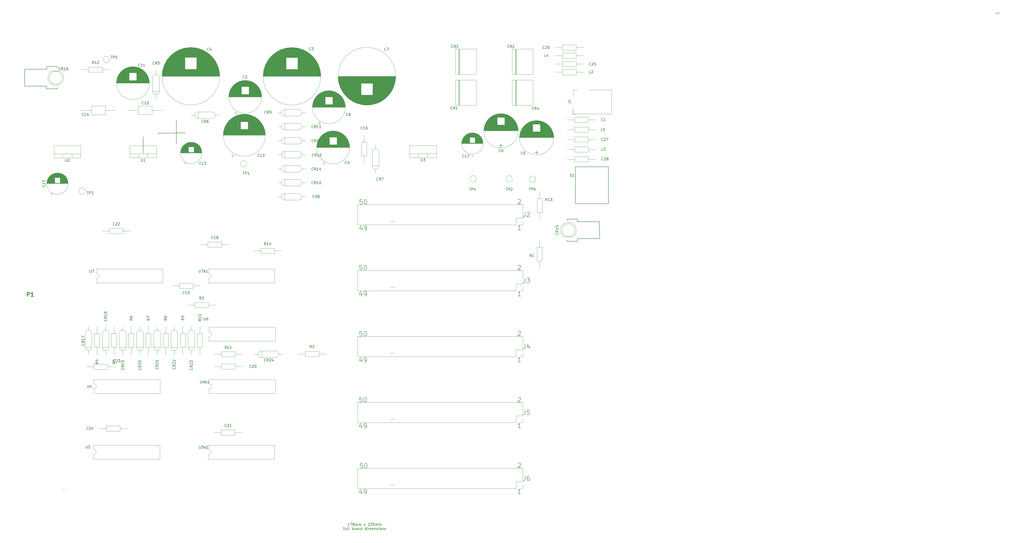
<source format=gbr>
G04 #@! TF.GenerationSoftware,KiCad,Pcbnew,5.1.8-5.1.8*
G04 #@! TF.CreationDate,2021-03-17T19:26:04-07:00*
G04 #@! TF.ProjectId,1090,31303930-2e6b-4696-9361-645f70636258,rev?*
G04 #@! TF.SameCoordinates,Original*
G04 #@! TF.FileFunction,Legend,Top*
G04 #@! TF.FilePolarity,Positive*
%FSLAX46Y46*%
G04 Gerber Fmt 4.6, Leading zero omitted, Abs format (unit mm)*
G04 Created by KiCad (PCBNEW 5.1.8-5.1.8) date 2021-03-17 19:26:04*
%MOMM*%
%LPD*%
G01*
G04 APERTURE LIST*
%ADD10C,0.150000*%
%ADD11C,0.120000*%
%ADD12C,0.127000*%
%ADD13C,0.304800*%
G04 APERTURE END LIST*
D10*
X434111428Y-311527380D02*
X433540000Y-311527380D01*
X433825714Y-311527380D02*
X433825714Y-310527380D01*
X433730476Y-310670238D01*
X433635238Y-310765476D01*
X433540000Y-310813095D01*
X434444761Y-310527380D02*
X435111428Y-310527380D01*
X434682857Y-311527380D01*
X435635238Y-310955952D02*
X435540000Y-310908333D01*
X435492380Y-310860714D01*
X435444761Y-310765476D01*
X435444761Y-310717857D01*
X435492380Y-310622619D01*
X435540000Y-310575000D01*
X435635238Y-310527380D01*
X435825714Y-310527380D01*
X435920952Y-310575000D01*
X435968571Y-310622619D01*
X436016190Y-310717857D01*
X436016190Y-310765476D01*
X435968571Y-310860714D01*
X435920952Y-310908333D01*
X435825714Y-310955952D01*
X435635238Y-310955952D01*
X435540000Y-311003571D01*
X435492380Y-311051190D01*
X435444761Y-311146428D01*
X435444761Y-311336904D01*
X435492380Y-311432142D01*
X435540000Y-311479761D01*
X435635238Y-311527380D01*
X435825714Y-311527380D01*
X435920952Y-311479761D01*
X435968571Y-311432142D01*
X436016190Y-311336904D01*
X436016190Y-311146428D01*
X435968571Y-311051190D01*
X435920952Y-311003571D01*
X435825714Y-310955952D01*
X436444761Y-311527380D02*
X436444761Y-310860714D01*
X436444761Y-310955952D02*
X436492380Y-310908333D01*
X436587619Y-310860714D01*
X436730476Y-310860714D01*
X436825714Y-310908333D01*
X436873333Y-311003571D01*
X436873333Y-311527380D01*
X436873333Y-311003571D02*
X436920952Y-310908333D01*
X437016190Y-310860714D01*
X437159047Y-310860714D01*
X437254285Y-310908333D01*
X437301904Y-311003571D01*
X437301904Y-311527380D01*
X437778095Y-311527380D02*
X437778095Y-310860714D01*
X437778095Y-310955952D02*
X437825714Y-310908333D01*
X437920952Y-310860714D01*
X438063809Y-310860714D01*
X438159047Y-310908333D01*
X438206666Y-311003571D01*
X438206666Y-311527380D01*
X438206666Y-311003571D02*
X438254285Y-310908333D01*
X438349523Y-310860714D01*
X438492380Y-310860714D01*
X438587619Y-310908333D01*
X438635238Y-311003571D01*
X438635238Y-311527380D01*
X439778095Y-311527380D02*
X440301904Y-310860714D01*
X439778095Y-310860714D02*
X440301904Y-311527380D01*
X441397142Y-310622619D02*
X441444761Y-310575000D01*
X441540000Y-310527380D01*
X441778095Y-310527380D01*
X441873333Y-310575000D01*
X441920952Y-310622619D01*
X441968571Y-310717857D01*
X441968571Y-310813095D01*
X441920952Y-310955952D01*
X441349523Y-311527380D01*
X441968571Y-311527380D01*
X442301904Y-310527380D02*
X442920952Y-310527380D01*
X442587619Y-310908333D01*
X442730476Y-310908333D01*
X442825714Y-310955952D01*
X442873333Y-311003571D01*
X442920952Y-311098809D01*
X442920952Y-311336904D01*
X442873333Y-311432142D01*
X442825714Y-311479761D01*
X442730476Y-311527380D01*
X442444761Y-311527380D01*
X442349523Y-311479761D01*
X442301904Y-311432142D01*
X443825714Y-310527380D02*
X443349523Y-310527380D01*
X443301904Y-311003571D01*
X443349523Y-310955952D01*
X443444761Y-310908333D01*
X443682857Y-310908333D01*
X443778095Y-310955952D01*
X443825714Y-311003571D01*
X443873333Y-311098809D01*
X443873333Y-311336904D01*
X443825714Y-311432142D01*
X443778095Y-311479761D01*
X443682857Y-311527380D01*
X443444761Y-311527380D01*
X443349523Y-311479761D01*
X443301904Y-311432142D01*
X444301904Y-311527380D02*
X444301904Y-310860714D01*
X444301904Y-310955952D02*
X444349523Y-310908333D01*
X444444761Y-310860714D01*
X444587619Y-310860714D01*
X444682857Y-310908333D01*
X444730476Y-311003571D01*
X444730476Y-311527380D01*
X444730476Y-311003571D02*
X444778095Y-310908333D01*
X444873333Y-310860714D01*
X445016190Y-310860714D01*
X445111428Y-310908333D01*
X445159047Y-311003571D01*
X445159047Y-311527380D01*
X445635238Y-311527380D02*
X445635238Y-310860714D01*
X445635238Y-310955952D02*
X445682857Y-310908333D01*
X445778095Y-310860714D01*
X445920952Y-310860714D01*
X446016190Y-310908333D01*
X446063809Y-311003571D01*
X446063809Y-311527380D01*
X446063809Y-311003571D02*
X446111428Y-310908333D01*
X446206666Y-310860714D01*
X446349523Y-310860714D01*
X446444761Y-310908333D01*
X446492380Y-311003571D01*
X446492380Y-311527380D01*
X431801904Y-312510714D02*
X432182857Y-312510714D01*
X431944761Y-313177380D02*
X431944761Y-312320238D01*
X431992380Y-312225000D01*
X432087619Y-312177380D01*
X432182857Y-312177380D01*
X432944761Y-312510714D02*
X432944761Y-313177380D01*
X432516190Y-312510714D02*
X432516190Y-313034523D01*
X432563809Y-313129761D01*
X432659047Y-313177380D01*
X432801904Y-313177380D01*
X432897142Y-313129761D01*
X432944761Y-313082142D01*
X433563809Y-313177380D02*
X433468571Y-313129761D01*
X433420952Y-313034523D01*
X433420952Y-312177380D01*
X434087619Y-313177380D02*
X433992380Y-313129761D01*
X433944761Y-313034523D01*
X433944761Y-312177380D01*
X435230476Y-313177380D02*
X435230476Y-312177380D01*
X435230476Y-312558333D02*
X435325714Y-312510714D01*
X435516190Y-312510714D01*
X435611428Y-312558333D01*
X435659047Y-312605952D01*
X435706666Y-312701190D01*
X435706666Y-312986904D01*
X435659047Y-313082142D01*
X435611428Y-313129761D01*
X435516190Y-313177380D01*
X435325714Y-313177380D01*
X435230476Y-313129761D01*
X436278095Y-313177380D02*
X436182857Y-313129761D01*
X436135238Y-313082142D01*
X436087619Y-312986904D01*
X436087619Y-312701190D01*
X436135238Y-312605952D01*
X436182857Y-312558333D01*
X436278095Y-312510714D01*
X436420952Y-312510714D01*
X436516190Y-312558333D01*
X436563809Y-312605952D01*
X436611428Y-312701190D01*
X436611428Y-312986904D01*
X436563809Y-313082142D01*
X436516190Y-313129761D01*
X436420952Y-313177380D01*
X436278095Y-313177380D01*
X437468571Y-313177380D02*
X437468571Y-312653571D01*
X437420952Y-312558333D01*
X437325714Y-312510714D01*
X437135238Y-312510714D01*
X437040000Y-312558333D01*
X437468571Y-313129761D02*
X437373333Y-313177380D01*
X437135238Y-313177380D01*
X437040000Y-313129761D01*
X436992380Y-313034523D01*
X436992380Y-312939285D01*
X437040000Y-312844047D01*
X437135238Y-312796428D01*
X437373333Y-312796428D01*
X437468571Y-312748809D01*
X437944761Y-313177380D02*
X437944761Y-312510714D01*
X437944761Y-312701190D02*
X437992380Y-312605952D01*
X438040000Y-312558333D01*
X438135238Y-312510714D01*
X438230476Y-312510714D01*
X438992380Y-313177380D02*
X438992380Y-312177380D01*
X438992380Y-313129761D02*
X438897142Y-313177380D01*
X438706666Y-313177380D01*
X438611428Y-313129761D01*
X438563809Y-313082142D01*
X438516190Y-312986904D01*
X438516190Y-312701190D01*
X438563809Y-312605952D01*
X438611428Y-312558333D01*
X438706666Y-312510714D01*
X438897142Y-312510714D01*
X438992380Y-312558333D01*
X440659047Y-313177380D02*
X440659047Y-312177380D01*
X440659047Y-313129761D02*
X440563809Y-313177380D01*
X440373333Y-313177380D01*
X440278095Y-313129761D01*
X440230476Y-313082142D01*
X440182857Y-312986904D01*
X440182857Y-312701190D01*
X440230476Y-312605952D01*
X440278095Y-312558333D01*
X440373333Y-312510714D01*
X440563809Y-312510714D01*
X440659047Y-312558333D01*
X441135238Y-313177380D02*
X441135238Y-312510714D01*
X441135238Y-312177380D02*
X441087619Y-312225000D01*
X441135238Y-312272619D01*
X441182857Y-312225000D01*
X441135238Y-312177380D01*
X441135238Y-312272619D01*
X441611428Y-313177380D02*
X441611428Y-312510714D01*
X441611428Y-312605952D02*
X441659047Y-312558333D01*
X441754285Y-312510714D01*
X441897142Y-312510714D01*
X441992380Y-312558333D01*
X442040000Y-312653571D01*
X442040000Y-313177380D01*
X442040000Y-312653571D02*
X442087619Y-312558333D01*
X442182857Y-312510714D01*
X442325714Y-312510714D01*
X442420952Y-312558333D01*
X442468571Y-312653571D01*
X442468571Y-313177380D01*
X443325714Y-313129761D02*
X443230476Y-313177380D01*
X443040000Y-313177380D01*
X442944761Y-313129761D01*
X442897142Y-313034523D01*
X442897142Y-312653571D01*
X442944761Y-312558333D01*
X443040000Y-312510714D01*
X443230476Y-312510714D01*
X443325714Y-312558333D01*
X443373333Y-312653571D01*
X443373333Y-312748809D01*
X442897142Y-312844047D01*
X443801904Y-312510714D02*
X443801904Y-313177380D01*
X443801904Y-312605952D02*
X443849523Y-312558333D01*
X443944761Y-312510714D01*
X444087619Y-312510714D01*
X444182857Y-312558333D01*
X444230476Y-312653571D01*
X444230476Y-313177380D01*
X444659047Y-313129761D02*
X444754285Y-313177380D01*
X444944761Y-313177380D01*
X445040000Y-313129761D01*
X445087619Y-313034523D01*
X445087619Y-312986904D01*
X445040000Y-312891666D01*
X444944761Y-312844047D01*
X444801904Y-312844047D01*
X444706666Y-312796428D01*
X444659047Y-312701190D01*
X444659047Y-312653571D01*
X444706666Y-312558333D01*
X444801904Y-312510714D01*
X444944761Y-312510714D01*
X445040000Y-312558333D01*
X445516190Y-313177380D02*
X445516190Y-312510714D01*
X445516190Y-312177380D02*
X445468571Y-312225000D01*
X445516190Y-312272619D01*
X445563809Y-312225000D01*
X445516190Y-312177380D01*
X445516190Y-312272619D01*
X446135238Y-313177380D02*
X446040000Y-313129761D01*
X445992380Y-313082142D01*
X445944761Y-312986904D01*
X445944761Y-312701190D01*
X445992380Y-312605952D01*
X446040000Y-312558333D01*
X446135238Y-312510714D01*
X446278095Y-312510714D01*
X446373333Y-312558333D01*
X446420952Y-312605952D01*
X446468571Y-312701190D01*
X446468571Y-312986904D01*
X446420952Y-313082142D01*
X446373333Y-313129761D01*
X446278095Y-313177380D01*
X446135238Y-313177380D01*
X446897142Y-312510714D02*
X446897142Y-313177380D01*
X446897142Y-312605952D02*
X446944761Y-312558333D01*
X447040000Y-312510714D01*
X447182857Y-312510714D01*
X447278095Y-312558333D01*
X447325714Y-312653571D01*
X447325714Y-313177380D01*
X447754285Y-313129761D02*
X447849523Y-313177380D01*
X448040000Y-313177380D01*
X448135238Y-313129761D01*
X448182857Y-313034523D01*
X448182857Y-312986904D01*
X448135238Y-312891666D01*
X448040000Y-312844047D01*
X447897142Y-312844047D01*
X447801904Y-312796428D01*
X447754285Y-312701190D01*
X447754285Y-312653571D01*
X447801904Y-312558333D01*
X447897142Y-312510714D01*
X448040000Y-312510714D01*
X448135238Y-312558333D01*
X360460000Y-160300000D02*
X370970000Y-160280000D01*
X367520000Y-155300000D02*
X367500000Y-164210000D01*
X354790000Y-163040000D02*
X354790000Y-168020000D01*
X354790000Y-163010000D02*
X354790000Y-161720000D01*
X682859000Y-114070000D02*
X684510000Y-114070000D01*
X324290000Y-297340000D02*
X324290000Y-297086000D01*
D11*
X500940000Y-289480000D02*
X500940000Y-294620000D01*
X500940000Y-289480000D02*
X437320000Y-289480000D01*
X437320000Y-289480000D02*
X437320000Y-297220000D01*
X498340000Y-297220000D02*
X437320000Y-297220000D01*
X498340000Y-294620000D02*
X498340000Y-297220000D01*
X500940000Y-294620000D02*
X498340000Y-294620000D01*
X500940000Y-297220000D02*
X499610000Y-297220000D01*
X500940000Y-295890000D02*
X500940000Y-297220000D01*
X449730000Y-295890000D02*
X451680000Y-295890000D01*
X500940000Y-187870000D02*
X500940000Y-193010000D01*
X500940000Y-187870000D02*
X437320000Y-187870000D01*
X437320000Y-187870000D02*
X437320000Y-195610000D01*
X498340000Y-195610000D02*
X437320000Y-195610000D01*
X498340000Y-193010000D02*
X498340000Y-195610000D01*
X500940000Y-193010000D02*
X498340000Y-193010000D01*
X500940000Y-195610000D02*
X499610000Y-195610000D01*
X500940000Y-194280000D02*
X500940000Y-195610000D01*
X449730000Y-194280000D02*
X451680000Y-194280000D01*
X500950000Y-213280000D02*
X500950000Y-218420000D01*
X500950000Y-213280000D02*
X437330000Y-213280000D01*
X437330000Y-213280000D02*
X437330000Y-221020000D01*
X498350000Y-221020000D02*
X437330000Y-221020000D01*
X498350000Y-218420000D02*
X498350000Y-221020000D01*
X500950000Y-218420000D02*
X498350000Y-218420000D01*
X500950000Y-221020000D02*
X499620000Y-221020000D01*
X500950000Y-219690000D02*
X500950000Y-221020000D01*
X449740000Y-219690000D02*
X451690000Y-219690000D01*
X500950000Y-238670000D02*
X500950000Y-243810000D01*
X500950000Y-238670000D02*
X437330000Y-238670000D01*
X437330000Y-238670000D02*
X437330000Y-246410000D01*
X498350000Y-246410000D02*
X437330000Y-246410000D01*
X498350000Y-243810000D02*
X498350000Y-246410000D01*
X500950000Y-243810000D02*
X498350000Y-243810000D01*
X500950000Y-246410000D02*
X499620000Y-246410000D01*
X500950000Y-245080000D02*
X500950000Y-246410000D01*
X449740000Y-245080000D02*
X451690000Y-245080000D01*
X500930000Y-264080000D02*
X500930000Y-269220000D01*
X500930000Y-264080000D02*
X437310000Y-264080000D01*
X437310000Y-264080000D02*
X437310000Y-271820000D01*
X498330000Y-271820000D02*
X437310000Y-271820000D01*
X498330000Y-269220000D02*
X498330000Y-271820000D01*
X500930000Y-269220000D02*
X498330000Y-269220000D01*
X500930000Y-271820000D02*
X499600000Y-271820000D01*
X500930000Y-270490000D02*
X500930000Y-271820000D01*
X449720000Y-270490000D02*
X451670000Y-270490000D01*
X520357000Y-152869000D02*
X520357000Y-150769000D01*
X520057000Y-153169000D02*
X521657000Y-153169000D01*
X520057000Y-151469000D02*
X520057000Y-153169000D01*
X520357000Y-143669000D02*
X522157000Y-143669000D01*
X520357000Y-145769000D02*
X520357000Y-143669000D01*
X535057000Y-152869000D02*
X520357000Y-152869000D01*
X535057000Y-143669000D02*
X535057000Y-152869000D01*
X526557000Y-143669000D02*
X535057000Y-143669000D01*
D10*
X533930000Y-187512000D02*
X533930000Y-173288000D01*
X521230000Y-187512000D02*
X533930000Y-187512000D01*
X521230000Y-173288000D02*
X521230000Y-187512000D01*
X533930000Y-173288000D02*
X521230000Y-173288000D01*
D11*
X382030000Y-245470000D02*
X384860000Y-245470000D01*
X393030000Y-245470000D02*
X390200000Y-245470000D01*
X384880000Y-246420000D02*
X390180000Y-246420000D01*
X384880000Y-244470000D02*
X384880000Y-246420000D01*
X390180000Y-244470000D02*
X384880000Y-244470000D01*
X390180000Y-246420000D02*
X390180000Y-244470000D01*
D10*
X317615000Y-142209000D02*
X309100800Y-142196800D01*
X317615000Y-143209000D02*
X317615000Y-142209000D01*
X321615000Y-143209000D02*
X317615000Y-143209000D01*
X321615000Y-142709000D02*
X321615000Y-143209000D01*
X309126200Y-135669000D02*
X309100800Y-142196800D01*
X317665800Y-135667600D02*
X309126200Y-135669000D01*
X317665800Y-134667600D02*
X317665800Y-135667600D01*
X321665800Y-134667600D02*
X317665800Y-134667600D01*
X321665800Y-135167600D02*
X321665800Y-134667600D01*
D11*
X323615000Y-138971000D02*
G75*
G03*
X323615000Y-138971000I-2500000J0D01*
G01*
X322755000Y-136411000D02*
X319475000Y-136411000D01*
X321116958Y-142010999D02*
G75*
G02*
X319475488Y-136411000I-1958J3039999D01*
G01*
X321113042Y-142010999D02*
G75*
G03*
X322754512Y-136411000I1958J3039999D01*
G01*
D10*
X521983000Y-194457000D02*
X530471800Y-194469200D01*
X521983000Y-193457000D02*
X521983000Y-194457000D01*
X517983000Y-193457000D02*
X521983000Y-193457000D01*
X517983000Y-193957000D02*
X517983000Y-193457000D01*
X530497200Y-200971600D02*
X530471800Y-194469200D01*
X521983000Y-200973000D02*
X530483000Y-200973000D01*
X521983000Y-201973000D02*
X521983000Y-200973000D01*
X517983000Y-201973000D02*
X521983000Y-201973000D01*
X517983000Y-201473000D02*
X517983000Y-201973000D01*
D11*
X520983000Y-197695000D02*
G75*
G03*
X520983000Y-197695000I-2500000J0D01*
G01*
X516843000Y-200255000D02*
X520123000Y-200255000D01*
X518481042Y-194655001D02*
G75*
G02*
X520122512Y-200255000I1958J-3039999D01*
G01*
X518484958Y-194655001D02*
G75*
G03*
X516843488Y-200255000I-1958J-3039999D01*
G01*
X496864000Y-134027000D02*
X496864000Y-127897000D01*
X496864000Y-127897000D02*
X504874000Y-127892000D01*
X504874000Y-127892000D02*
X504874000Y-131137000D01*
X496864000Y-134007000D02*
X496864000Y-137667000D01*
X496864000Y-137667000D02*
X504874000Y-137662000D01*
X504874000Y-137662000D02*
X504864000Y-131027000D01*
X498277000Y-127892000D02*
X498277000Y-137662000D01*
X498397000Y-127892000D02*
X498397000Y-137662000D01*
X498157000Y-127892000D02*
X498157000Y-137662000D01*
X474940000Y-134027000D02*
X474940000Y-127897000D01*
X474940000Y-127897000D02*
X482950000Y-127892000D01*
X482950000Y-127892000D02*
X482950000Y-131137000D01*
X474940000Y-134007000D02*
X474940000Y-137667000D01*
X474940000Y-137667000D02*
X482950000Y-137662000D01*
X482950000Y-137662000D02*
X482940000Y-131027000D01*
X476353000Y-127892000D02*
X476353000Y-137662000D01*
X476473000Y-127892000D02*
X476473000Y-137662000D01*
X476233000Y-127892000D02*
X476233000Y-137662000D01*
X496864000Y-145965000D02*
X496864000Y-139835000D01*
X496864000Y-139835000D02*
X504874000Y-139830000D01*
X504874000Y-139830000D02*
X504874000Y-143075000D01*
X496864000Y-145945000D02*
X496864000Y-149605000D01*
X496864000Y-149605000D02*
X504874000Y-149600000D01*
X504874000Y-149600000D02*
X504864000Y-142965000D01*
X498277000Y-139830000D02*
X498277000Y-149600000D01*
X498397000Y-139830000D02*
X498397000Y-149600000D01*
X498157000Y-139830000D02*
X498157000Y-149600000D01*
X439830000Y-171895000D02*
X439830000Y-169065000D01*
X439830000Y-160895000D02*
X439830000Y-163725000D01*
X440830000Y-169045000D02*
X440830000Y-163695000D01*
X438830000Y-169045000D02*
X440830000Y-169045000D01*
X438830000Y-163695000D02*
X438830000Y-169045000D01*
X440830000Y-163695000D02*
X438830000Y-163695000D01*
X524398000Y-133664000D02*
X521568000Y-133664000D01*
X513398000Y-133664000D02*
X516228000Y-133664000D01*
X521548000Y-132664000D02*
X516198000Y-132664000D01*
X521548000Y-134664000D02*
X521548000Y-132664000D01*
X516198000Y-134664000D02*
X521548000Y-134664000D01*
X516198000Y-132664000D02*
X516198000Y-134664000D01*
X529025000Y-162747000D02*
X526195000Y-162747000D01*
X518025000Y-162747000D02*
X520855000Y-162747000D01*
X526175000Y-161747000D02*
X520825000Y-161747000D01*
X526175000Y-163747000D02*
X526175000Y-161747000D01*
X520825000Y-163747000D02*
X526175000Y-163747000D01*
X520825000Y-161747000D02*
X520825000Y-163747000D01*
X524323000Y-127304000D02*
X521493000Y-127304000D01*
X513323000Y-127304000D02*
X516153000Y-127304000D01*
X521473000Y-126304000D02*
X516123000Y-126304000D01*
X521473000Y-128304000D02*
X521473000Y-126304000D01*
X516123000Y-128304000D02*
X521473000Y-128304000D01*
X516123000Y-126304000D02*
X516123000Y-128304000D01*
X348740000Y-274099000D02*
X345910000Y-274099000D01*
X337740000Y-274099000D02*
X340570000Y-274099000D01*
X345890000Y-273099000D02*
X340540000Y-273099000D01*
X345890000Y-275099000D02*
X345890000Y-273099000D01*
X340540000Y-275099000D02*
X345890000Y-275099000D01*
X340540000Y-273099000D02*
X340540000Y-275099000D01*
X332880000Y-250350000D02*
X335710000Y-250350000D01*
X343880000Y-250350000D02*
X341050000Y-250350000D01*
X335730000Y-251350000D02*
X341080000Y-251350000D01*
X335730000Y-249350000D02*
X335730000Y-251350000D01*
X341080000Y-249350000D02*
X335730000Y-249350000D01*
X341080000Y-251350000D02*
X341080000Y-249350000D01*
X349930000Y-198020000D02*
X347100000Y-198020000D01*
X338930000Y-198020000D02*
X341760000Y-198020000D01*
X347080000Y-197020000D02*
X341730000Y-197020000D01*
X347080000Y-199020000D02*
X347080000Y-197020000D01*
X341730000Y-199020000D02*
X347080000Y-199020000D01*
X341730000Y-197020000D02*
X341730000Y-199020000D01*
X393063000Y-250238999D02*
X390233000Y-250238999D01*
X382063000Y-250238999D02*
X384893000Y-250238999D01*
X390213000Y-249238999D02*
X384863000Y-249238999D01*
X390213000Y-251238999D02*
X390213000Y-249238999D01*
X384863000Y-251238999D02*
X390213000Y-251238999D01*
X384863000Y-249238999D02*
X384863000Y-251238999D01*
X365780000Y-219120000D02*
X368610000Y-219120000D01*
X376780000Y-219120000D02*
X373950000Y-219120000D01*
X368630000Y-220120000D02*
X373980000Y-220120000D01*
X368630000Y-218120000D02*
X368630000Y-220120000D01*
X373980000Y-218120000D02*
X368630000Y-218120000D01*
X373980000Y-220120000D02*
X373980000Y-218120000D01*
X529025000Y-170367000D02*
X526195000Y-170367000D01*
X518025000Y-170367000D02*
X520855000Y-170367000D01*
X526175000Y-169367000D02*
X520825000Y-169367000D01*
X526175000Y-171367000D02*
X526175000Y-169367000D01*
X520825000Y-171367000D02*
X526175000Y-171367000D01*
X520825000Y-169367000D02*
X520825000Y-171367000D01*
X529025000Y-155127000D02*
X526195000Y-155127000D01*
X518025000Y-155127000D02*
X520855000Y-155127000D01*
X526175000Y-154127000D02*
X520825000Y-154127000D01*
X526175000Y-156127000D02*
X526175000Y-154127000D01*
X520825000Y-156127000D02*
X526175000Y-156127000D01*
X520825000Y-154127000D02*
X520825000Y-156127000D01*
X387856000Y-203233000D02*
X385026000Y-203233000D01*
X376856000Y-203233000D02*
X379686000Y-203233000D01*
X385006000Y-202233000D02*
X379656000Y-202233000D01*
X385006000Y-204233000D02*
X385006000Y-202233000D01*
X379656000Y-204233000D02*
X385006000Y-204233000D01*
X379656000Y-202233000D02*
X379656000Y-204233000D01*
X392936000Y-275623000D02*
X390106000Y-275623000D01*
X381936000Y-275623000D02*
X384766000Y-275623000D01*
X390086000Y-274623000D02*
X384736000Y-274623000D01*
X390086000Y-276623000D02*
X390086000Y-274623000D01*
X384736000Y-276623000D02*
X390086000Y-276623000D01*
X384736000Y-274623000D02*
X384736000Y-276623000D01*
X451996000Y-138383000D02*
G75*
G03*
X451996000Y-138383000I-11120000J0D01*
G01*
X451957000Y-138383000D02*
X429795000Y-138383000D01*
X451956000Y-138423000D02*
X429796000Y-138423000D01*
X451956000Y-138463000D02*
X429796000Y-138463000D01*
X451956000Y-138503000D02*
X429796000Y-138503000D01*
X451955000Y-138543000D02*
X429797000Y-138543000D01*
X451955000Y-138583000D02*
X429797000Y-138583000D01*
X451954000Y-138623000D02*
X429798000Y-138623000D01*
X451953000Y-138663000D02*
X429799000Y-138663000D01*
X451952000Y-138703000D02*
X429800000Y-138703000D01*
X451951000Y-138743000D02*
X429801000Y-138743000D01*
X451949000Y-138783000D02*
X429803000Y-138783000D01*
X451948000Y-138823000D02*
X429804000Y-138823000D01*
X451946000Y-138863000D02*
X429806000Y-138863000D01*
X451944000Y-138903000D02*
X429808000Y-138903000D01*
X451942000Y-138943000D02*
X429810000Y-138943000D01*
X451940000Y-138983000D02*
X429812000Y-138983000D01*
X451938000Y-139023000D02*
X429814000Y-139023000D01*
X451936000Y-139063000D02*
X429816000Y-139063000D01*
X451933000Y-139104000D02*
X429819000Y-139104000D01*
X451930000Y-139144000D02*
X429822000Y-139144000D01*
X451928000Y-139184000D02*
X429824000Y-139184000D01*
X451925000Y-139224000D02*
X429827000Y-139224000D01*
X451922000Y-139264000D02*
X429830000Y-139264000D01*
X451918000Y-139304000D02*
X429834000Y-139304000D01*
X451915000Y-139344000D02*
X429837000Y-139344000D01*
X451911000Y-139384000D02*
X429841000Y-139384000D01*
X451908000Y-139424000D02*
X429844000Y-139424000D01*
X451904000Y-139464000D02*
X429848000Y-139464000D01*
X451900000Y-139504000D02*
X429852000Y-139504000D01*
X451896000Y-139544000D02*
X429856000Y-139544000D01*
X451892000Y-139584000D02*
X429860000Y-139584000D01*
X451887000Y-139624000D02*
X429865000Y-139624000D01*
X451883000Y-139664000D02*
X429869000Y-139664000D01*
X451878000Y-139704000D02*
X429874000Y-139704000D01*
X451873000Y-139744000D02*
X429879000Y-139744000D01*
X451868000Y-139784000D02*
X429884000Y-139784000D01*
X451863000Y-139824000D02*
X429889000Y-139824000D01*
X451858000Y-139864000D02*
X429894000Y-139864000D01*
X451852000Y-139904000D02*
X429900000Y-139904000D01*
X451847000Y-139944000D02*
X429905000Y-139944000D01*
X451841000Y-139984000D02*
X429911000Y-139984000D01*
X451835000Y-140024000D02*
X429917000Y-140024000D01*
X451829000Y-140064000D02*
X429923000Y-140064000D01*
X451823000Y-140104000D02*
X429929000Y-140104000D01*
X451816000Y-140144000D02*
X429936000Y-140144000D01*
X451810000Y-140184000D02*
X429942000Y-140184000D01*
X451803000Y-140224000D02*
X429949000Y-140224000D01*
X451796000Y-140264000D02*
X429956000Y-140264000D01*
X451789000Y-140304000D02*
X429963000Y-140304000D01*
X451782000Y-140344000D02*
X429970000Y-140344000D01*
X451775000Y-140384000D02*
X429977000Y-140384000D01*
X451768000Y-140424000D02*
X429984000Y-140424000D01*
X451760000Y-140464000D02*
X429992000Y-140464000D01*
X451753000Y-140504000D02*
X429999000Y-140504000D01*
X451745000Y-140544000D02*
X430007000Y-140544000D01*
X451737000Y-140584000D02*
X430015000Y-140584000D01*
X451729000Y-140624000D02*
X430023000Y-140624000D01*
X451720000Y-140664000D02*
X430032000Y-140664000D01*
X451712000Y-140704000D02*
X430040000Y-140704000D01*
X451703000Y-140744000D02*
X430049000Y-140744000D01*
X451694000Y-140784000D02*
X430058000Y-140784000D01*
X451685000Y-140824000D02*
X430067000Y-140824000D01*
X451676000Y-140864000D02*
X430076000Y-140864000D01*
X451667000Y-140904000D02*
X430085000Y-140904000D01*
X451658000Y-140944000D02*
X430094000Y-140944000D01*
X451648000Y-140984000D02*
X430104000Y-140984000D01*
X451639000Y-141024000D02*
X430113000Y-141024000D01*
X451629000Y-141064000D02*
X430123000Y-141064000D01*
X451619000Y-141104000D02*
X430133000Y-141104000D01*
X451609000Y-141144000D02*
X443116000Y-141144000D01*
X438636000Y-141144000D02*
X430143000Y-141144000D01*
X451598000Y-141184000D02*
X443116000Y-141184000D01*
X438636000Y-141184000D02*
X430154000Y-141184000D01*
X451588000Y-141224000D02*
X443116000Y-141224000D01*
X438636000Y-141224000D02*
X430164000Y-141224000D01*
X451577000Y-141264000D02*
X443116000Y-141264000D01*
X438636000Y-141264000D02*
X430175000Y-141264000D01*
X451566000Y-141304000D02*
X443116000Y-141304000D01*
X438636000Y-141304000D02*
X430186000Y-141304000D01*
X451555000Y-141344000D02*
X443116000Y-141344000D01*
X438636000Y-141344000D02*
X430197000Y-141344000D01*
X451544000Y-141384000D02*
X443116000Y-141384000D01*
X438636000Y-141384000D02*
X430208000Y-141384000D01*
X451533000Y-141424000D02*
X443116000Y-141424000D01*
X438636000Y-141424000D02*
X430219000Y-141424000D01*
X451521000Y-141464000D02*
X443116000Y-141464000D01*
X438636000Y-141464000D02*
X430231000Y-141464000D01*
X451510000Y-141504000D02*
X443116000Y-141504000D01*
X438636000Y-141504000D02*
X430242000Y-141504000D01*
X451498000Y-141544000D02*
X443116000Y-141544000D01*
X438636000Y-141544000D02*
X430254000Y-141544000D01*
X451486000Y-141584000D02*
X443116000Y-141584000D01*
X438636000Y-141584000D02*
X430266000Y-141584000D01*
X451474000Y-141624000D02*
X443116000Y-141624000D01*
X438636000Y-141624000D02*
X430278000Y-141624000D01*
X451462000Y-141664000D02*
X443116000Y-141664000D01*
X438636000Y-141664000D02*
X430290000Y-141664000D01*
X451449000Y-141704000D02*
X443116000Y-141704000D01*
X438636000Y-141704000D02*
X430303000Y-141704000D01*
X451437000Y-141744000D02*
X443116000Y-141744000D01*
X438636000Y-141744000D02*
X430315000Y-141744000D01*
X451424000Y-141784000D02*
X443116000Y-141784000D01*
X438636000Y-141784000D02*
X430328000Y-141784000D01*
X451411000Y-141824000D02*
X443116000Y-141824000D01*
X438636000Y-141824000D02*
X430341000Y-141824000D01*
X451398000Y-141864000D02*
X443116000Y-141864000D01*
X438636000Y-141864000D02*
X430354000Y-141864000D01*
X451385000Y-141904000D02*
X443116000Y-141904000D01*
X438636000Y-141904000D02*
X430367000Y-141904000D01*
X451371000Y-141944000D02*
X443116000Y-141944000D01*
X438636000Y-141944000D02*
X430381000Y-141944000D01*
X451358000Y-141984000D02*
X443116000Y-141984000D01*
X438636000Y-141984000D02*
X430394000Y-141984000D01*
X451344000Y-142024000D02*
X443116000Y-142024000D01*
X438636000Y-142024000D02*
X430408000Y-142024000D01*
X451330000Y-142064000D02*
X443116000Y-142064000D01*
X438636000Y-142064000D02*
X430422000Y-142064000D01*
X451316000Y-142104000D02*
X443116000Y-142104000D01*
X438636000Y-142104000D02*
X430436000Y-142104000D01*
X451302000Y-142144000D02*
X443116000Y-142144000D01*
X438636000Y-142144000D02*
X430450000Y-142144000D01*
X451287000Y-142184000D02*
X443116000Y-142184000D01*
X438636000Y-142184000D02*
X430465000Y-142184000D01*
X451272000Y-142224000D02*
X443116000Y-142224000D01*
X438636000Y-142224000D02*
X430480000Y-142224000D01*
X451258000Y-142264000D02*
X443116000Y-142264000D01*
X438636000Y-142264000D02*
X430494000Y-142264000D01*
X451243000Y-142304000D02*
X443116000Y-142304000D01*
X438636000Y-142304000D02*
X430509000Y-142304000D01*
X451227000Y-142344000D02*
X443116000Y-142344000D01*
X438636000Y-142344000D02*
X430525000Y-142344000D01*
X451212000Y-142384000D02*
X443116000Y-142384000D01*
X438636000Y-142384000D02*
X430540000Y-142384000D01*
X451197000Y-142424000D02*
X443116000Y-142424000D01*
X438636000Y-142424000D02*
X430555000Y-142424000D01*
X451181000Y-142464000D02*
X443116000Y-142464000D01*
X438636000Y-142464000D02*
X430571000Y-142464000D01*
X451165000Y-142504000D02*
X443116000Y-142504000D01*
X438636000Y-142504000D02*
X430587000Y-142504000D01*
X451149000Y-142544000D02*
X443116000Y-142544000D01*
X438636000Y-142544000D02*
X430603000Y-142544000D01*
X451133000Y-142584000D02*
X443116000Y-142584000D01*
X438636000Y-142584000D02*
X430619000Y-142584000D01*
X451116000Y-142624000D02*
X443116000Y-142624000D01*
X438636000Y-142624000D02*
X430636000Y-142624000D01*
X451100000Y-142664000D02*
X443116000Y-142664000D01*
X438636000Y-142664000D02*
X430652000Y-142664000D01*
X451083000Y-142704000D02*
X443116000Y-142704000D01*
X438636000Y-142704000D02*
X430669000Y-142704000D01*
X451066000Y-142744000D02*
X443116000Y-142744000D01*
X438636000Y-142744000D02*
X430686000Y-142744000D01*
X451049000Y-142784000D02*
X443116000Y-142784000D01*
X438636000Y-142784000D02*
X430703000Y-142784000D01*
X451032000Y-142824000D02*
X443116000Y-142824000D01*
X438636000Y-142824000D02*
X430720000Y-142824000D01*
X451014000Y-142864000D02*
X443116000Y-142864000D01*
X438636000Y-142864000D02*
X430738000Y-142864000D01*
X450996000Y-142904000D02*
X443116000Y-142904000D01*
X438636000Y-142904000D02*
X430756000Y-142904000D01*
X450979000Y-142944000D02*
X443116000Y-142944000D01*
X438636000Y-142944000D02*
X430773000Y-142944000D01*
X450960000Y-142984000D02*
X443116000Y-142984000D01*
X438636000Y-142984000D02*
X430792000Y-142984000D01*
X450942000Y-143024000D02*
X443116000Y-143024000D01*
X438636000Y-143024000D02*
X430810000Y-143024000D01*
X450924000Y-143064000D02*
X443116000Y-143064000D01*
X438636000Y-143064000D02*
X430828000Y-143064000D01*
X450905000Y-143104000D02*
X443116000Y-143104000D01*
X438636000Y-143104000D02*
X430847000Y-143104000D01*
X450886000Y-143144000D02*
X443116000Y-143144000D01*
X438636000Y-143144000D02*
X430866000Y-143144000D01*
X450867000Y-143184000D02*
X443116000Y-143184000D01*
X438636000Y-143184000D02*
X430885000Y-143184000D01*
X450848000Y-143224000D02*
X443116000Y-143224000D01*
X438636000Y-143224000D02*
X430904000Y-143224000D01*
X450828000Y-143264000D02*
X443116000Y-143264000D01*
X438636000Y-143264000D02*
X430924000Y-143264000D01*
X450809000Y-143304000D02*
X443116000Y-143304000D01*
X438636000Y-143304000D02*
X430943000Y-143304000D01*
X450789000Y-143344000D02*
X443116000Y-143344000D01*
X438636000Y-143344000D02*
X430963000Y-143344000D01*
X450769000Y-143384000D02*
X443116000Y-143384000D01*
X438636000Y-143384000D02*
X430983000Y-143384000D01*
X450749000Y-143424000D02*
X443116000Y-143424000D01*
X438636000Y-143424000D02*
X431003000Y-143424000D01*
X450728000Y-143464000D02*
X443116000Y-143464000D01*
X438636000Y-143464000D02*
X431024000Y-143464000D01*
X450708000Y-143504000D02*
X443116000Y-143504000D01*
X438636000Y-143504000D02*
X431044000Y-143504000D01*
X450687000Y-143544000D02*
X443116000Y-143544000D01*
X438636000Y-143544000D02*
X431065000Y-143544000D01*
X450666000Y-143584000D02*
X443116000Y-143584000D01*
X438636000Y-143584000D02*
X431086000Y-143584000D01*
X450644000Y-143624000D02*
X443116000Y-143624000D01*
X438636000Y-143624000D02*
X431108000Y-143624000D01*
X450623000Y-143664000D02*
X443116000Y-143664000D01*
X438636000Y-143664000D02*
X431129000Y-143664000D01*
X450601000Y-143704000D02*
X443116000Y-143704000D01*
X438636000Y-143704000D02*
X431151000Y-143704000D01*
X450579000Y-143744000D02*
X443116000Y-143744000D01*
X438636000Y-143744000D02*
X431173000Y-143744000D01*
X450557000Y-143784000D02*
X443116000Y-143784000D01*
X438636000Y-143784000D02*
X431195000Y-143784000D01*
X450535000Y-143824000D02*
X443116000Y-143824000D01*
X438636000Y-143824000D02*
X431217000Y-143824000D01*
X450512000Y-143864000D02*
X443116000Y-143864000D01*
X438636000Y-143864000D02*
X431240000Y-143864000D01*
X450490000Y-143904000D02*
X443116000Y-143904000D01*
X438636000Y-143904000D02*
X431262000Y-143904000D01*
X450467000Y-143944000D02*
X443116000Y-143944000D01*
X438636000Y-143944000D02*
X431285000Y-143944000D01*
X450443000Y-143984000D02*
X443116000Y-143984000D01*
X438636000Y-143984000D02*
X431309000Y-143984000D01*
X450420000Y-144024000D02*
X443116000Y-144024000D01*
X438636000Y-144024000D02*
X431332000Y-144024000D01*
X450396000Y-144064000D02*
X443116000Y-144064000D01*
X438636000Y-144064000D02*
X431356000Y-144064000D01*
X450373000Y-144104000D02*
X443116000Y-144104000D01*
X438636000Y-144104000D02*
X431379000Y-144104000D01*
X450348000Y-144144000D02*
X443116000Y-144144000D01*
X438636000Y-144144000D02*
X431404000Y-144144000D01*
X450324000Y-144184000D02*
X443116000Y-144184000D01*
X438636000Y-144184000D02*
X431428000Y-144184000D01*
X450300000Y-144224000D02*
X443116000Y-144224000D01*
X438636000Y-144224000D02*
X431452000Y-144224000D01*
X450275000Y-144264000D02*
X443116000Y-144264000D01*
X438636000Y-144264000D02*
X431477000Y-144264000D01*
X450250000Y-144304000D02*
X443116000Y-144304000D01*
X438636000Y-144304000D02*
X431502000Y-144304000D01*
X450224000Y-144344000D02*
X443116000Y-144344000D01*
X438636000Y-144344000D02*
X431528000Y-144344000D01*
X450199000Y-144384000D02*
X443116000Y-144384000D01*
X438636000Y-144384000D02*
X431553000Y-144384000D01*
X450173000Y-144424000D02*
X443116000Y-144424000D01*
X438636000Y-144424000D02*
X431579000Y-144424000D01*
X450147000Y-144464000D02*
X443116000Y-144464000D01*
X438636000Y-144464000D02*
X431605000Y-144464000D01*
X450121000Y-144504000D02*
X443116000Y-144504000D01*
X438636000Y-144504000D02*
X431631000Y-144504000D01*
X450094000Y-144544000D02*
X443116000Y-144544000D01*
X438636000Y-144544000D02*
X431658000Y-144544000D01*
X450068000Y-144584000D02*
X443116000Y-144584000D01*
X438636000Y-144584000D02*
X431684000Y-144584000D01*
X450041000Y-144624000D02*
X443116000Y-144624000D01*
X438636000Y-144624000D02*
X431711000Y-144624000D01*
X450013000Y-144664000D02*
X443116000Y-144664000D01*
X438636000Y-144664000D02*
X431739000Y-144664000D01*
X449986000Y-144704000D02*
X443116000Y-144704000D01*
X438636000Y-144704000D02*
X431766000Y-144704000D01*
X449958000Y-144744000D02*
X443116000Y-144744000D01*
X438636000Y-144744000D02*
X431794000Y-144744000D01*
X449930000Y-144784000D02*
X443116000Y-144784000D01*
X438636000Y-144784000D02*
X431822000Y-144784000D01*
X449902000Y-144824000D02*
X443116000Y-144824000D01*
X438636000Y-144824000D02*
X431850000Y-144824000D01*
X449873000Y-144864000D02*
X443116000Y-144864000D01*
X438636000Y-144864000D02*
X431879000Y-144864000D01*
X449844000Y-144904000D02*
X443116000Y-144904000D01*
X438636000Y-144904000D02*
X431908000Y-144904000D01*
X449815000Y-144944000D02*
X443116000Y-144944000D01*
X438636000Y-144944000D02*
X431937000Y-144944000D01*
X449786000Y-144984000D02*
X443116000Y-144984000D01*
X438636000Y-144984000D02*
X431966000Y-144984000D01*
X449756000Y-145024000D02*
X443116000Y-145024000D01*
X438636000Y-145024000D02*
X431996000Y-145024000D01*
X449726000Y-145064000D02*
X443116000Y-145064000D01*
X438636000Y-145064000D02*
X432026000Y-145064000D01*
X449696000Y-145104000D02*
X443116000Y-145104000D01*
X438636000Y-145104000D02*
X432056000Y-145104000D01*
X449666000Y-145144000D02*
X443116000Y-145144000D01*
X438636000Y-145144000D02*
X432086000Y-145144000D01*
X449635000Y-145184000D02*
X443116000Y-145184000D01*
X438636000Y-145184000D02*
X432117000Y-145184000D01*
X449604000Y-145224000D02*
X443116000Y-145224000D01*
X438636000Y-145224000D02*
X432148000Y-145224000D01*
X449573000Y-145264000D02*
X443116000Y-145264000D01*
X438636000Y-145264000D02*
X432179000Y-145264000D01*
X449541000Y-145304000D02*
X443116000Y-145304000D01*
X438636000Y-145304000D02*
X432211000Y-145304000D01*
X449509000Y-145344000D02*
X443116000Y-145344000D01*
X438636000Y-145344000D02*
X432243000Y-145344000D01*
X449477000Y-145384000D02*
X443116000Y-145384000D01*
X438636000Y-145384000D02*
X432275000Y-145384000D01*
X449444000Y-145424000D02*
X443116000Y-145424000D01*
X438636000Y-145424000D02*
X432308000Y-145424000D01*
X449411000Y-145464000D02*
X443116000Y-145464000D01*
X438636000Y-145464000D02*
X432341000Y-145464000D01*
X449378000Y-145504000D02*
X443116000Y-145504000D01*
X438636000Y-145504000D02*
X432374000Y-145504000D01*
X449345000Y-145544000D02*
X443116000Y-145544000D01*
X438636000Y-145544000D02*
X432407000Y-145544000D01*
X449311000Y-145584000D02*
X443116000Y-145584000D01*
X438636000Y-145584000D02*
X432441000Y-145584000D01*
X449277000Y-145624000D02*
X432475000Y-145624000D01*
X449242000Y-145664000D02*
X432510000Y-145664000D01*
X449207000Y-145704000D02*
X432545000Y-145704000D01*
X449172000Y-145744000D02*
X432580000Y-145744000D01*
X449137000Y-145784000D02*
X432615000Y-145784000D01*
X449101000Y-145824000D02*
X432651000Y-145824000D01*
X449065000Y-145864000D02*
X432687000Y-145864000D01*
X449028000Y-145904000D02*
X432724000Y-145904000D01*
X448991000Y-145944000D02*
X432761000Y-145944000D01*
X448954000Y-145984000D02*
X432798000Y-145984000D01*
X448916000Y-146024000D02*
X432836000Y-146024000D01*
X448878000Y-146064000D02*
X432874000Y-146064000D01*
X448840000Y-146104000D02*
X432912000Y-146104000D01*
X448801000Y-146144000D02*
X432951000Y-146144000D01*
X448762000Y-146184000D02*
X432990000Y-146184000D01*
X448722000Y-146224000D02*
X433030000Y-146224000D01*
X448683000Y-146264000D02*
X433069000Y-146264000D01*
X448642000Y-146304000D02*
X433110000Y-146304000D01*
X448601000Y-146344000D02*
X433151000Y-146344000D01*
X448560000Y-146384000D02*
X433192000Y-146384000D01*
X448518000Y-146424000D02*
X433234000Y-146424000D01*
X448476000Y-146464000D02*
X433276000Y-146464000D01*
X448434000Y-146504000D02*
X433318000Y-146504000D01*
X448391000Y-146544000D02*
X433361000Y-146544000D01*
X448347000Y-146583000D02*
X433405000Y-146583000D01*
X448304000Y-146623000D02*
X433448000Y-146623000D01*
X448259000Y-146663000D02*
X433493000Y-146663000D01*
X448214000Y-146703000D02*
X433538000Y-146703000D01*
X448169000Y-146743000D02*
X433583000Y-146743000D01*
X448123000Y-146783000D02*
X433629000Y-146783000D01*
X448077000Y-146823000D02*
X433675000Y-146823000D01*
X448030000Y-146863000D02*
X433722000Y-146863000D01*
X447982000Y-146903000D02*
X433770000Y-146903000D01*
X447934000Y-146943000D02*
X433818000Y-146943000D01*
X447886000Y-146983000D02*
X433866000Y-146983000D01*
X447837000Y-147023000D02*
X433915000Y-147023000D01*
X447787000Y-147063000D02*
X433965000Y-147063000D01*
X447737000Y-147103000D02*
X434015000Y-147103000D01*
X447686000Y-147143000D02*
X434066000Y-147143000D01*
X447635000Y-147183000D02*
X434117000Y-147183000D01*
X447583000Y-147223000D02*
X434169000Y-147223000D01*
X447530000Y-147263000D02*
X434222000Y-147263000D01*
X447476000Y-147303000D02*
X434276000Y-147303000D01*
X447422000Y-147343000D02*
X434330000Y-147343000D01*
X447368000Y-147383000D02*
X434384000Y-147383000D01*
X447312000Y-147423000D02*
X434440000Y-147423000D01*
X447256000Y-147463000D02*
X434496000Y-147463000D01*
X447199000Y-147503000D02*
X434553000Y-147503000D01*
X447141000Y-147543000D02*
X434611000Y-147543000D01*
X447083000Y-147583000D02*
X434669000Y-147583000D01*
X447023000Y-147623000D02*
X434729000Y-147623000D01*
X446963000Y-147663000D02*
X434789000Y-147663000D01*
X446902000Y-147703000D02*
X434850000Y-147703000D01*
X446840000Y-147743000D02*
X434912000Y-147743000D01*
X446777000Y-147783000D02*
X434975000Y-147783000D01*
X446714000Y-147823000D02*
X435038000Y-147823000D01*
X446649000Y-147863000D02*
X435103000Y-147863000D01*
X446583000Y-147903000D02*
X435169000Y-147903000D01*
X446516000Y-147943000D02*
X435236000Y-147943000D01*
X446448000Y-147983000D02*
X435304000Y-147983000D01*
X446379000Y-148023000D02*
X435373000Y-148023000D01*
X446309000Y-148063000D02*
X435443000Y-148063000D01*
X446238000Y-148103000D02*
X435514000Y-148103000D01*
X446165000Y-148143000D02*
X435587000Y-148143000D01*
X446091000Y-148183000D02*
X435661000Y-148183000D01*
X446016000Y-148223000D02*
X435736000Y-148223000D01*
X445939000Y-148263000D02*
X435813000Y-148263000D01*
X445861000Y-148303000D02*
X435891000Y-148303000D01*
X445781000Y-148343000D02*
X435971000Y-148343000D01*
X445700000Y-148383000D02*
X436052000Y-148383000D01*
X445617000Y-148423000D02*
X436135000Y-148423000D01*
X445532000Y-148463000D02*
X436220000Y-148463000D01*
X445445000Y-148503000D02*
X436307000Y-148503000D01*
X445356000Y-148543000D02*
X436396000Y-148543000D01*
X445265000Y-148583000D02*
X436487000Y-148583000D01*
X445172000Y-148623000D02*
X436580000Y-148623000D01*
X445076000Y-148663000D02*
X436676000Y-148663000D01*
X444978000Y-148703000D02*
X436774000Y-148703000D01*
X444877000Y-148743000D02*
X436875000Y-148743000D01*
X444773000Y-148783000D02*
X436979000Y-148783000D01*
X444665000Y-148823000D02*
X437087000Y-148823000D01*
X444555000Y-148863000D02*
X437197000Y-148863000D01*
X444440000Y-148903000D02*
X437312000Y-148903000D01*
X444321000Y-148943000D02*
X437431000Y-148943000D01*
X444197000Y-148983000D02*
X437555000Y-148983000D01*
X444068000Y-149023000D02*
X437684000Y-149023000D01*
X443934000Y-149063000D02*
X437818000Y-149063000D01*
X443792000Y-149103000D02*
X437960000Y-149103000D01*
X443643000Y-149143000D02*
X438109000Y-149143000D01*
X443485000Y-149183000D02*
X438267000Y-149183000D01*
X443316000Y-149223000D02*
X438436000Y-149223000D01*
X443134000Y-149263000D02*
X438618000Y-149263000D01*
X442936000Y-149303000D02*
X438816000Y-149303000D01*
X442716000Y-149343000D02*
X439036000Y-149343000D01*
X442466000Y-149383000D02*
X439286000Y-149383000D01*
X442168000Y-149423000D02*
X439584000Y-149423000D01*
X441779000Y-149463000D02*
X439973000Y-149463000D01*
X440916000Y-149503000D02*
X440836000Y-149503000D01*
X384240000Y-138389000D02*
G75*
G03*
X384240000Y-138389000I-11120000J0D01*
G01*
X362039000Y-138389000D02*
X384201000Y-138389000D01*
X362040000Y-138349000D02*
X384200000Y-138349000D01*
X362040000Y-138309000D02*
X384200000Y-138309000D01*
X362040000Y-138269000D02*
X384200000Y-138269000D01*
X362041000Y-138229000D02*
X384199000Y-138229000D01*
X362041000Y-138189000D02*
X384199000Y-138189000D01*
X362042000Y-138149000D02*
X384198000Y-138149000D01*
X362043000Y-138109000D02*
X384197000Y-138109000D01*
X362044000Y-138069000D02*
X384196000Y-138069000D01*
X362045000Y-138029000D02*
X384195000Y-138029000D01*
X362047000Y-137989000D02*
X384193000Y-137989000D01*
X362048000Y-137949000D02*
X384192000Y-137949000D01*
X362050000Y-137909000D02*
X384190000Y-137909000D01*
X362052000Y-137869000D02*
X384188000Y-137869000D01*
X362054000Y-137829000D02*
X384186000Y-137829000D01*
X362056000Y-137789000D02*
X384184000Y-137789000D01*
X362058000Y-137749000D02*
X384182000Y-137749000D01*
X362060000Y-137709000D02*
X384180000Y-137709000D01*
X362063000Y-137668000D02*
X384177000Y-137668000D01*
X362066000Y-137628000D02*
X384174000Y-137628000D01*
X362068000Y-137588000D02*
X384172000Y-137588000D01*
X362071000Y-137548000D02*
X384169000Y-137548000D01*
X362074000Y-137508000D02*
X384166000Y-137508000D01*
X362078000Y-137468000D02*
X384162000Y-137468000D01*
X362081000Y-137428000D02*
X384159000Y-137428000D01*
X362085000Y-137388000D02*
X384155000Y-137388000D01*
X362088000Y-137348000D02*
X384152000Y-137348000D01*
X362092000Y-137308000D02*
X384148000Y-137308000D01*
X362096000Y-137268000D02*
X384144000Y-137268000D01*
X362100000Y-137228000D02*
X384140000Y-137228000D01*
X362104000Y-137188000D02*
X384136000Y-137188000D01*
X362109000Y-137148000D02*
X384131000Y-137148000D01*
X362113000Y-137108000D02*
X384127000Y-137108000D01*
X362118000Y-137068000D02*
X384122000Y-137068000D01*
X362123000Y-137028000D02*
X384117000Y-137028000D01*
X362128000Y-136988000D02*
X384112000Y-136988000D01*
X362133000Y-136948000D02*
X384107000Y-136948000D01*
X362138000Y-136908000D02*
X384102000Y-136908000D01*
X362144000Y-136868000D02*
X384096000Y-136868000D01*
X362149000Y-136828000D02*
X384091000Y-136828000D01*
X362155000Y-136788000D02*
X384085000Y-136788000D01*
X362161000Y-136748000D02*
X384079000Y-136748000D01*
X362167000Y-136708000D02*
X384073000Y-136708000D01*
X362173000Y-136668000D02*
X384067000Y-136668000D01*
X362180000Y-136628000D02*
X384060000Y-136628000D01*
X362186000Y-136588000D02*
X384054000Y-136588000D01*
X362193000Y-136548000D02*
X384047000Y-136548000D01*
X362200000Y-136508000D02*
X384040000Y-136508000D01*
X362207000Y-136468000D02*
X384033000Y-136468000D01*
X362214000Y-136428000D02*
X384026000Y-136428000D01*
X362221000Y-136388000D02*
X384019000Y-136388000D01*
X362228000Y-136348000D02*
X384012000Y-136348000D01*
X362236000Y-136308000D02*
X384004000Y-136308000D01*
X362243000Y-136268000D02*
X383997000Y-136268000D01*
X362251000Y-136228000D02*
X383989000Y-136228000D01*
X362259000Y-136188000D02*
X383981000Y-136188000D01*
X362267000Y-136148000D02*
X383973000Y-136148000D01*
X362276000Y-136108000D02*
X383964000Y-136108000D01*
X362284000Y-136068000D02*
X383956000Y-136068000D01*
X362293000Y-136028000D02*
X383947000Y-136028000D01*
X362302000Y-135988000D02*
X383938000Y-135988000D01*
X362311000Y-135948000D02*
X383929000Y-135948000D01*
X362320000Y-135908000D02*
X383920000Y-135908000D01*
X362329000Y-135868000D02*
X383911000Y-135868000D01*
X362338000Y-135828000D02*
X383902000Y-135828000D01*
X362348000Y-135788000D02*
X383892000Y-135788000D01*
X362357000Y-135748000D02*
X383883000Y-135748000D01*
X362367000Y-135708000D02*
X383873000Y-135708000D01*
X362377000Y-135668000D02*
X383863000Y-135668000D01*
X362387000Y-135628000D02*
X370880000Y-135628000D01*
X375360000Y-135628000D02*
X383853000Y-135628000D01*
X362398000Y-135588000D02*
X370880000Y-135588000D01*
X375360000Y-135588000D02*
X383842000Y-135588000D01*
X362408000Y-135548000D02*
X370880000Y-135548000D01*
X375360000Y-135548000D02*
X383832000Y-135548000D01*
X362419000Y-135508000D02*
X370880000Y-135508000D01*
X375360000Y-135508000D02*
X383821000Y-135508000D01*
X362430000Y-135468000D02*
X370880000Y-135468000D01*
X375360000Y-135468000D02*
X383810000Y-135468000D01*
X362441000Y-135428000D02*
X370880000Y-135428000D01*
X375360000Y-135428000D02*
X383799000Y-135428000D01*
X362452000Y-135388000D02*
X370880000Y-135388000D01*
X375360000Y-135388000D02*
X383788000Y-135388000D01*
X362463000Y-135348000D02*
X370880000Y-135348000D01*
X375360000Y-135348000D02*
X383777000Y-135348000D01*
X362475000Y-135308000D02*
X370880000Y-135308000D01*
X375360000Y-135308000D02*
X383765000Y-135308000D01*
X362486000Y-135268000D02*
X370880000Y-135268000D01*
X375360000Y-135268000D02*
X383754000Y-135268000D01*
X362498000Y-135228000D02*
X370880000Y-135228000D01*
X375360000Y-135228000D02*
X383742000Y-135228000D01*
X362510000Y-135188000D02*
X370880000Y-135188000D01*
X375360000Y-135188000D02*
X383730000Y-135188000D01*
X362522000Y-135148000D02*
X370880000Y-135148000D01*
X375360000Y-135148000D02*
X383718000Y-135148000D01*
X362534000Y-135108000D02*
X370880000Y-135108000D01*
X375360000Y-135108000D02*
X383706000Y-135108000D01*
X362547000Y-135068000D02*
X370880000Y-135068000D01*
X375360000Y-135068000D02*
X383693000Y-135068000D01*
X362559000Y-135028000D02*
X370880000Y-135028000D01*
X375360000Y-135028000D02*
X383681000Y-135028000D01*
X362572000Y-134988000D02*
X370880000Y-134988000D01*
X375360000Y-134988000D02*
X383668000Y-134988000D01*
X362585000Y-134948000D02*
X370880000Y-134948000D01*
X375360000Y-134948000D02*
X383655000Y-134948000D01*
X362598000Y-134908000D02*
X370880000Y-134908000D01*
X375360000Y-134908000D02*
X383642000Y-134908000D01*
X362611000Y-134868000D02*
X370880000Y-134868000D01*
X375360000Y-134868000D02*
X383629000Y-134868000D01*
X362625000Y-134828000D02*
X370880000Y-134828000D01*
X375360000Y-134828000D02*
X383615000Y-134828000D01*
X362638000Y-134788000D02*
X370880000Y-134788000D01*
X375360000Y-134788000D02*
X383602000Y-134788000D01*
X362652000Y-134748000D02*
X370880000Y-134748000D01*
X375360000Y-134748000D02*
X383588000Y-134748000D01*
X362666000Y-134708000D02*
X370880000Y-134708000D01*
X375360000Y-134708000D02*
X383574000Y-134708000D01*
X362680000Y-134668000D02*
X370880000Y-134668000D01*
X375360000Y-134668000D02*
X383560000Y-134668000D01*
X362694000Y-134628000D02*
X370880000Y-134628000D01*
X375360000Y-134628000D02*
X383546000Y-134628000D01*
X362709000Y-134588000D02*
X370880000Y-134588000D01*
X375360000Y-134588000D02*
X383531000Y-134588000D01*
X362724000Y-134548000D02*
X370880000Y-134548000D01*
X375360000Y-134548000D02*
X383516000Y-134548000D01*
X362738000Y-134508000D02*
X370880000Y-134508000D01*
X375360000Y-134508000D02*
X383502000Y-134508000D01*
X362753000Y-134468000D02*
X370880000Y-134468000D01*
X375360000Y-134468000D02*
X383487000Y-134468000D01*
X362769000Y-134428000D02*
X370880000Y-134428000D01*
X375360000Y-134428000D02*
X383471000Y-134428000D01*
X362784000Y-134388000D02*
X370880000Y-134388000D01*
X375360000Y-134388000D02*
X383456000Y-134388000D01*
X362799000Y-134348000D02*
X370880000Y-134348000D01*
X375360000Y-134348000D02*
X383441000Y-134348000D01*
X362815000Y-134308000D02*
X370880000Y-134308000D01*
X375360000Y-134308000D02*
X383425000Y-134308000D01*
X362831000Y-134268000D02*
X370880000Y-134268000D01*
X375360000Y-134268000D02*
X383409000Y-134268000D01*
X362847000Y-134228000D02*
X370880000Y-134228000D01*
X375360000Y-134228000D02*
X383393000Y-134228000D01*
X362863000Y-134188000D02*
X370880000Y-134188000D01*
X375360000Y-134188000D02*
X383377000Y-134188000D01*
X362880000Y-134148000D02*
X370880000Y-134148000D01*
X375360000Y-134148000D02*
X383360000Y-134148000D01*
X362896000Y-134108000D02*
X370880000Y-134108000D01*
X375360000Y-134108000D02*
X383344000Y-134108000D01*
X362913000Y-134068000D02*
X370880000Y-134068000D01*
X375360000Y-134068000D02*
X383327000Y-134068000D01*
X362930000Y-134028000D02*
X370880000Y-134028000D01*
X375360000Y-134028000D02*
X383310000Y-134028000D01*
X362947000Y-133988000D02*
X370880000Y-133988000D01*
X375360000Y-133988000D02*
X383293000Y-133988000D01*
X362964000Y-133948000D02*
X370880000Y-133948000D01*
X375360000Y-133948000D02*
X383276000Y-133948000D01*
X362982000Y-133908000D02*
X370880000Y-133908000D01*
X375360000Y-133908000D02*
X383258000Y-133908000D01*
X363000000Y-133868000D02*
X370880000Y-133868000D01*
X375360000Y-133868000D02*
X383240000Y-133868000D01*
X363017000Y-133828000D02*
X370880000Y-133828000D01*
X375360000Y-133828000D02*
X383223000Y-133828000D01*
X363036000Y-133788000D02*
X370880000Y-133788000D01*
X375360000Y-133788000D02*
X383204000Y-133788000D01*
X363054000Y-133748000D02*
X370880000Y-133748000D01*
X375360000Y-133748000D02*
X383186000Y-133748000D01*
X363072000Y-133708000D02*
X370880000Y-133708000D01*
X375360000Y-133708000D02*
X383168000Y-133708000D01*
X363091000Y-133668000D02*
X370880000Y-133668000D01*
X375360000Y-133668000D02*
X383149000Y-133668000D01*
X363110000Y-133628000D02*
X370880000Y-133628000D01*
X375360000Y-133628000D02*
X383130000Y-133628000D01*
X363129000Y-133588000D02*
X370880000Y-133588000D01*
X375360000Y-133588000D02*
X383111000Y-133588000D01*
X363148000Y-133548000D02*
X370880000Y-133548000D01*
X375360000Y-133548000D02*
X383092000Y-133548000D01*
X363168000Y-133508000D02*
X370880000Y-133508000D01*
X375360000Y-133508000D02*
X383072000Y-133508000D01*
X363187000Y-133468000D02*
X370880000Y-133468000D01*
X375360000Y-133468000D02*
X383053000Y-133468000D01*
X363207000Y-133428000D02*
X370880000Y-133428000D01*
X375360000Y-133428000D02*
X383033000Y-133428000D01*
X363227000Y-133388000D02*
X370880000Y-133388000D01*
X375360000Y-133388000D02*
X383013000Y-133388000D01*
X363247000Y-133348000D02*
X370880000Y-133348000D01*
X375360000Y-133348000D02*
X382993000Y-133348000D01*
X363268000Y-133308000D02*
X370880000Y-133308000D01*
X375360000Y-133308000D02*
X382972000Y-133308000D01*
X363288000Y-133268000D02*
X370880000Y-133268000D01*
X375360000Y-133268000D02*
X382952000Y-133268000D01*
X363309000Y-133228000D02*
X370880000Y-133228000D01*
X375360000Y-133228000D02*
X382931000Y-133228000D01*
X363330000Y-133188000D02*
X370880000Y-133188000D01*
X375360000Y-133188000D02*
X382910000Y-133188000D01*
X363352000Y-133148000D02*
X370880000Y-133148000D01*
X375360000Y-133148000D02*
X382888000Y-133148000D01*
X363373000Y-133108000D02*
X370880000Y-133108000D01*
X375360000Y-133108000D02*
X382867000Y-133108000D01*
X363395000Y-133068000D02*
X370880000Y-133068000D01*
X375360000Y-133068000D02*
X382845000Y-133068000D01*
X363417000Y-133028000D02*
X370880000Y-133028000D01*
X375360000Y-133028000D02*
X382823000Y-133028000D01*
X363439000Y-132988000D02*
X370880000Y-132988000D01*
X375360000Y-132988000D02*
X382801000Y-132988000D01*
X363461000Y-132948000D02*
X370880000Y-132948000D01*
X375360000Y-132948000D02*
X382779000Y-132948000D01*
X363484000Y-132908000D02*
X370880000Y-132908000D01*
X375360000Y-132908000D02*
X382756000Y-132908000D01*
X363506000Y-132868000D02*
X370880000Y-132868000D01*
X375360000Y-132868000D02*
X382734000Y-132868000D01*
X363529000Y-132828000D02*
X370880000Y-132828000D01*
X375360000Y-132828000D02*
X382711000Y-132828000D01*
X363553000Y-132788000D02*
X370880000Y-132788000D01*
X375360000Y-132788000D02*
X382687000Y-132788000D01*
X363576000Y-132748000D02*
X370880000Y-132748000D01*
X375360000Y-132748000D02*
X382664000Y-132748000D01*
X363600000Y-132708000D02*
X370880000Y-132708000D01*
X375360000Y-132708000D02*
X382640000Y-132708000D01*
X363623000Y-132668000D02*
X370880000Y-132668000D01*
X375360000Y-132668000D02*
X382617000Y-132668000D01*
X363648000Y-132628000D02*
X370880000Y-132628000D01*
X375360000Y-132628000D02*
X382592000Y-132628000D01*
X363672000Y-132588000D02*
X370880000Y-132588000D01*
X375360000Y-132588000D02*
X382568000Y-132588000D01*
X363696000Y-132548000D02*
X370880000Y-132548000D01*
X375360000Y-132548000D02*
X382544000Y-132548000D01*
X363721000Y-132508000D02*
X370880000Y-132508000D01*
X375360000Y-132508000D02*
X382519000Y-132508000D01*
X363746000Y-132468000D02*
X370880000Y-132468000D01*
X375360000Y-132468000D02*
X382494000Y-132468000D01*
X363772000Y-132428000D02*
X370880000Y-132428000D01*
X375360000Y-132428000D02*
X382468000Y-132428000D01*
X363797000Y-132388000D02*
X370880000Y-132388000D01*
X375360000Y-132388000D02*
X382443000Y-132388000D01*
X363823000Y-132348000D02*
X370880000Y-132348000D01*
X375360000Y-132348000D02*
X382417000Y-132348000D01*
X363849000Y-132308000D02*
X370880000Y-132308000D01*
X375360000Y-132308000D02*
X382391000Y-132308000D01*
X363875000Y-132268000D02*
X370880000Y-132268000D01*
X375360000Y-132268000D02*
X382365000Y-132268000D01*
X363902000Y-132228000D02*
X370880000Y-132228000D01*
X375360000Y-132228000D02*
X382338000Y-132228000D01*
X363928000Y-132188000D02*
X370880000Y-132188000D01*
X375360000Y-132188000D02*
X382312000Y-132188000D01*
X363955000Y-132148000D02*
X370880000Y-132148000D01*
X375360000Y-132148000D02*
X382285000Y-132148000D01*
X363983000Y-132108000D02*
X370880000Y-132108000D01*
X375360000Y-132108000D02*
X382257000Y-132108000D01*
X364010000Y-132068000D02*
X370880000Y-132068000D01*
X375360000Y-132068000D02*
X382230000Y-132068000D01*
X364038000Y-132028000D02*
X370880000Y-132028000D01*
X375360000Y-132028000D02*
X382202000Y-132028000D01*
X364066000Y-131988000D02*
X370880000Y-131988000D01*
X375360000Y-131988000D02*
X382174000Y-131988000D01*
X364094000Y-131948000D02*
X370880000Y-131948000D01*
X375360000Y-131948000D02*
X382146000Y-131948000D01*
X364123000Y-131908000D02*
X370880000Y-131908000D01*
X375360000Y-131908000D02*
X382117000Y-131908000D01*
X364152000Y-131868000D02*
X370880000Y-131868000D01*
X375360000Y-131868000D02*
X382088000Y-131868000D01*
X364181000Y-131828000D02*
X370880000Y-131828000D01*
X375360000Y-131828000D02*
X382059000Y-131828000D01*
X364210000Y-131788000D02*
X370880000Y-131788000D01*
X375360000Y-131788000D02*
X382030000Y-131788000D01*
X364240000Y-131748000D02*
X370880000Y-131748000D01*
X375360000Y-131748000D02*
X382000000Y-131748000D01*
X364270000Y-131708000D02*
X370880000Y-131708000D01*
X375360000Y-131708000D02*
X381970000Y-131708000D01*
X364300000Y-131668000D02*
X370880000Y-131668000D01*
X375360000Y-131668000D02*
X381940000Y-131668000D01*
X364330000Y-131628000D02*
X370880000Y-131628000D01*
X375360000Y-131628000D02*
X381910000Y-131628000D01*
X364361000Y-131588000D02*
X370880000Y-131588000D01*
X375360000Y-131588000D02*
X381879000Y-131588000D01*
X364392000Y-131548000D02*
X370880000Y-131548000D01*
X375360000Y-131548000D02*
X381848000Y-131548000D01*
X364423000Y-131508000D02*
X370880000Y-131508000D01*
X375360000Y-131508000D02*
X381817000Y-131508000D01*
X364455000Y-131468000D02*
X370880000Y-131468000D01*
X375360000Y-131468000D02*
X381785000Y-131468000D01*
X364487000Y-131428000D02*
X370880000Y-131428000D01*
X375360000Y-131428000D02*
X381753000Y-131428000D01*
X364519000Y-131388000D02*
X370880000Y-131388000D01*
X375360000Y-131388000D02*
X381721000Y-131388000D01*
X364552000Y-131348000D02*
X370880000Y-131348000D01*
X375360000Y-131348000D02*
X381688000Y-131348000D01*
X364585000Y-131308000D02*
X370880000Y-131308000D01*
X375360000Y-131308000D02*
X381655000Y-131308000D01*
X364618000Y-131268000D02*
X370880000Y-131268000D01*
X375360000Y-131268000D02*
X381622000Y-131268000D01*
X364651000Y-131228000D02*
X370880000Y-131228000D01*
X375360000Y-131228000D02*
X381589000Y-131228000D01*
X364685000Y-131188000D02*
X370880000Y-131188000D01*
X375360000Y-131188000D02*
X381555000Y-131188000D01*
X364719000Y-131148000D02*
X381521000Y-131148000D01*
X364754000Y-131108000D02*
X381486000Y-131108000D01*
X364789000Y-131068000D02*
X381451000Y-131068000D01*
X364824000Y-131028000D02*
X381416000Y-131028000D01*
X364859000Y-130988000D02*
X381381000Y-130988000D01*
X364895000Y-130948000D02*
X381345000Y-130948000D01*
X364931000Y-130908000D02*
X381309000Y-130908000D01*
X364968000Y-130868000D02*
X381272000Y-130868000D01*
X365005000Y-130828000D02*
X381235000Y-130828000D01*
X365042000Y-130788000D02*
X381198000Y-130788000D01*
X365080000Y-130748000D02*
X381160000Y-130748000D01*
X365118000Y-130708000D02*
X381122000Y-130708000D01*
X365156000Y-130668000D02*
X381084000Y-130668000D01*
X365195000Y-130628000D02*
X381045000Y-130628000D01*
X365234000Y-130588000D02*
X381006000Y-130588000D01*
X365274000Y-130548000D02*
X380966000Y-130548000D01*
X365313000Y-130508000D02*
X380927000Y-130508000D01*
X365354000Y-130468000D02*
X380886000Y-130468000D01*
X365395000Y-130428000D02*
X380845000Y-130428000D01*
X365436000Y-130388000D02*
X380804000Y-130388000D01*
X365478000Y-130348000D02*
X380762000Y-130348000D01*
X365520000Y-130308000D02*
X380720000Y-130308000D01*
X365562000Y-130268000D02*
X380678000Y-130268000D01*
X365605000Y-130228000D02*
X380635000Y-130228000D01*
X365649000Y-130189000D02*
X380591000Y-130189000D01*
X365692000Y-130149000D02*
X380548000Y-130149000D01*
X365737000Y-130109000D02*
X380503000Y-130109000D01*
X365782000Y-130069000D02*
X380458000Y-130069000D01*
X365827000Y-130029000D02*
X380413000Y-130029000D01*
X365873000Y-129989000D02*
X380367000Y-129989000D01*
X365919000Y-129949000D02*
X380321000Y-129949000D01*
X365966000Y-129909000D02*
X380274000Y-129909000D01*
X366014000Y-129869000D02*
X380226000Y-129869000D01*
X366062000Y-129829000D02*
X380178000Y-129829000D01*
X366110000Y-129789000D02*
X380130000Y-129789000D01*
X366159000Y-129749000D02*
X380081000Y-129749000D01*
X366209000Y-129709000D02*
X380031000Y-129709000D01*
X366259000Y-129669000D02*
X379981000Y-129669000D01*
X366310000Y-129629000D02*
X379930000Y-129629000D01*
X366361000Y-129589000D02*
X379879000Y-129589000D01*
X366413000Y-129549000D02*
X379827000Y-129549000D01*
X366466000Y-129509000D02*
X379774000Y-129509000D01*
X366520000Y-129469000D02*
X379720000Y-129469000D01*
X366574000Y-129429000D02*
X379666000Y-129429000D01*
X366628000Y-129389000D02*
X379612000Y-129389000D01*
X366684000Y-129349000D02*
X379556000Y-129349000D01*
X366740000Y-129309000D02*
X379500000Y-129309000D01*
X366797000Y-129269000D02*
X379443000Y-129269000D01*
X366855000Y-129229000D02*
X379385000Y-129229000D01*
X366913000Y-129189000D02*
X379327000Y-129189000D01*
X366973000Y-129149000D02*
X379267000Y-129149000D01*
X367033000Y-129109000D02*
X379207000Y-129109000D01*
X367094000Y-129069000D02*
X379146000Y-129069000D01*
X367156000Y-129029000D02*
X379084000Y-129029000D01*
X367219000Y-128989000D02*
X379021000Y-128989000D01*
X367282000Y-128949000D02*
X378958000Y-128949000D01*
X367347000Y-128909000D02*
X378893000Y-128909000D01*
X367413000Y-128869000D02*
X378827000Y-128869000D01*
X367480000Y-128829000D02*
X378760000Y-128829000D01*
X367548000Y-128789000D02*
X378692000Y-128789000D01*
X367617000Y-128749000D02*
X378623000Y-128749000D01*
X367687000Y-128709000D02*
X378553000Y-128709000D01*
X367758000Y-128669000D02*
X378482000Y-128669000D01*
X367831000Y-128629000D02*
X378409000Y-128629000D01*
X367905000Y-128589000D02*
X378335000Y-128589000D01*
X367980000Y-128549000D02*
X378260000Y-128549000D01*
X368057000Y-128509000D02*
X378183000Y-128509000D01*
X368135000Y-128469000D02*
X378105000Y-128469000D01*
X368215000Y-128429000D02*
X378025000Y-128429000D01*
X368296000Y-128389000D02*
X377944000Y-128389000D01*
X368379000Y-128349000D02*
X377861000Y-128349000D01*
X368464000Y-128309000D02*
X377776000Y-128309000D01*
X368551000Y-128269000D02*
X377689000Y-128269000D01*
X368640000Y-128229000D02*
X377600000Y-128229000D01*
X368731000Y-128189000D02*
X377509000Y-128189000D01*
X368824000Y-128149000D02*
X377416000Y-128149000D01*
X368920000Y-128109000D02*
X377320000Y-128109000D01*
X369018000Y-128069000D02*
X377222000Y-128069000D01*
X369119000Y-128029000D02*
X377121000Y-128029000D01*
X369223000Y-127989000D02*
X377017000Y-127989000D01*
X369331000Y-127949000D02*
X376909000Y-127949000D01*
X369441000Y-127909000D02*
X376799000Y-127909000D01*
X369556000Y-127869000D02*
X376684000Y-127869000D01*
X369675000Y-127829000D02*
X376565000Y-127829000D01*
X369799000Y-127789000D02*
X376441000Y-127789000D01*
X369928000Y-127749000D02*
X376312000Y-127749000D01*
X370062000Y-127709000D02*
X376178000Y-127709000D01*
X370204000Y-127669000D02*
X376036000Y-127669000D01*
X370353000Y-127629000D02*
X375887000Y-127629000D01*
X370511000Y-127589000D02*
X375729000Y-127589000D01*
X370680000Y-127549000D02*
X375560000Y-127549000D01*
X370862000Y-127509000D02*
X375378000Y-127509000D01*
X371060000Y-127469000D02*
X375180000Y-127469000D01*
X371280000Y-127429000D02*
X374960000Y-127429000D01*
X371530000Y-127389000D02*
X374710000Y-127389000D01*
X371828000Y-127349000D02*
X374412000Y-127349000D01*
X372217000Y-127309000D02*
X374023000Y-127309000D01*
X373080000Y-127269000D02*
X373160000Y-127269000D01*
X423167000Y-138416000D02*
G75*
G03*
X423167000Y-138416000I-11120000J0D01*
G01*
X400966000Y-138416000D02*
X423128000Y-138416000D01*
X400967000Y-138376000D02*
X423127000Y-138376000D01*
X400967000Y-138336000D02*
X423127000Y-138336000D01*
X400967000Y-138296000D02*
X423127000Y-138296000D01*
X400968000Y-138256000D02*
X423126000Y-138256000D01*
X400968000Y-138216000D02*
X423126000Y-138216000D01*
X400969000Y-138176000D02*
X423125000Y-138176000D01*
X400970000Y-138136000D02*
X423124000Y-138136000D01*
X400971000Y-138096000D02*
X423123000Y-138096000D01*
X400972000Y-138056000D02*
X423122000Y-138056000D01*
X400974000Y-138016000D02*
X423120000Y-138016000D01*
X400975000Y-137976000D02*
X423119000Y-137976000D01*
X400977000Y-137936000D02*
X423117000Y-137936000D01*
X400979000Y-137896000D02*
X423115000Y-137896000D01*
X400981000Y-137856000D02*
X423113000Y-137856000D01*
X400983000Y-137816000D02*
X423111000Y-137816000D01*
X400985000Y-137776000D02*
X423109000Y-137776000D01*
X400987000Y-137736000D02*
X423107000Y-137736000D01*
X400990000Y-137695000D02*
X423104000Y-137695000D01*
X400993000Y-137655000D02*
X423101000Y-137655000D01*
X400995000Y-137615000D02*
X423099000Y-137615000D01*
X400998000Y-137575000D02*
X423096000Y-137575000D01*
X401001000Y-137535000D02*
X423093000Y-137535000D01*
X401005000Y-137495000D02*
X423089000Y-137495000D01*
X401008000Y-137455000D02*
X423086000Y-137455000D01*
X401012000Y-137415000D02*
X423082000Y-137415000D01*
X401015000Y-137375000D02*
X423079000Y-137375000D01*
X401019000Y-137335000D02*
X423075000Y-137335000D01*
X401023000Y-137295000D02*
X423071000Y-137295000D01*
X401027000Y-137255000D02*
X423067000Y-137255000D01*
X401031000Y-137215000D02*
X423063000Y-137215000D01*
X401036000Y-137175000D02*
X423058000Y-137175000D01*
X401040000Y-137135000D02*
X423054000Y-137135000D01*
X401045000Y-137095000D02*
X423049000Y-137095000D01*
X401050000Y-137055000D02*
X423044000Y-137055000D01*
X401055000Y-137015000D02*
X423039000Y-137015000D01*
X401060000Y-136975000D02*
X423034000Y-136975000D01*
X401065000Y-136935000D02*
X423029000Y-136935000D01*
X401071000Y-136895000D02*
X423023000Y-136895000D01*
X401076000Y-136855000D02*
X423018000Y-136855000D01*
X401082000Y-136815000D02*
X423012000Y-136815000D01*
X401088000Y-136775000D02*
X423006000Y-136775000D01*
X401094000Y-136735000D02*
X423000000Y-136735000D01*
X401100000Y-136695000D02*
X422994000Y-136695000D01*
X401107000Y-136655000D02*
X422987000Y-136655000D01*
X401113000Y-136615000D02*
X422981000Y-136615000D01*
X401120000Y-136575000D02*
X422974000Y-136575000D01*
X401127000Y-136535000D02*
X422967000Y-136535000D01*
X401134000Y-136495000D02*
X422960000Y-136495000D01*
X401141000Y-136455000D02*
X422953000Y-136455000D01*
X401148000Y-136415000D02*
X422946000Y-136415000D01*
X401155000Y-136375000D02*
X422939000Y-136375000D01*
X401163000Y-136335000D02*
X422931000Y-136335000D01*
X401170000Y-136295000D02*
X422924000Y-136295000D01*
X401178000Y-136255000D02*
X422916000Y-136255000D01*
X401186000Y-136215000D02*
X422908000Y-136215000D01*
X401194000Y-136175000D02*
X422900000Y-136175000D01*
X401203000Y-136135000D02*
X422891000Y-136135000D01*
X401211000Y-136095000D02*
X422883000Y-136095000D01*
X401220000Y-136055000D02*
X422874000Y-136055000D01*
X401229000Y-136015000D02*
X422865000Y-136015000D01*
X401238000Y-135975000D02*
X422856000Y-135975000D01*
X401247000Y-135935000D02*
X422847000Y-135935000D01*
X401256000Y-135895000D02*
X422838000Y-135895000D01*
X401265000Y-135855000D02*
X422829000Y-135855000D01*
X401275000Y-135815000D02*
X422819000Y-135815000D01*
X401284000Y-135775000D02*
X422810000Y-135775000D01*
X401294000Y-135735000D02*
X422800000Y-135735000D01*
X401304000Y-135695000D02*
X422790000Y-135695000D01*
X401314000Y-135655000D02*
X409807000Y-135655000D01*
X414287000Y-135655000D02*
X422780000Y-135655000D01*
X401325000Y-135615000D02*
X409807000Y-135615000D01*
X414287000Y-135615000D02*
X422769000Y-135615000D01*
X401335000Y-135575000D02*
X409807000Y-135575000D01*
X414287000Y-135575000D02*
X422759000Y-135575000D01*
X401346000Y-135535000D02*
X409807000Y-135535000D01*
X414287000Y-135535000D02*
X422748000Y-135535000D01*
X401357000Y-135495000D02*
X409807000Y-135495000D01*
X414287000Y-135495000D02*
X422737000Y-135495000D01*
X401368000Y-135455000D02*
X409807000Y-135455000D01*
X414287000Y-135455000D02*
X422726000Y-135455000D01*
X401379000Y-135415000D02*
X409807000Y-135415000D01*
X414287000Y-135415000D02*
X422715000Y-135415000D01*
X401390000Y-135375000D02*
X409807000Y-135375000D01*
X414287000Y-135375000D02*
X422704000Y-135375000D01*
X401402000Y-135335000D02*
X409807000Y-135335000D01*
X414287000Y-135335000D02*
X422692000Y-135335000D01*
X401413000Y-135295000D02*
X409807000Y-135295000D01*
X414287000Y-135295000D02*
X422681000Y-135295000D01*
X401425000Y-135255000D02*
X409807000Y-135255000D01*
X414287000Y-135255000D02*
X422669000Y-135255000D01*
X401437000Y-135215000D02*
X409807000Y-135215000D01*
X414287000Y-135215000D02*
X422657000Y-135215000D01*
X401449000Y-135175000D02*
X409807000Y-135175000D01*
X414287000Y-135175000D02*
X422645000Y-135175000D01*
X401461000Y-135135000D02*
X409807000Y-135135000D01*
X414287000Y-135135000D02*
X422633000Y-135135000D01*
X401474000Y-135095000D02*
X409807000Y-135095000D01*
X414287000Y-135095000D02*
X422620000Y-135095000D01*
X401486000Y-135055000D02*
X409807000Y-135055000D01*
X414287000Y-135055000D02*
X422608000Y-135055000D01*
X401499000Y-135015000D02*
X409807000Y-135015000D01*
X414287000Y-135015000D02*
X422595000Y-135015000D01*
X401512000Y-134975000D02*
X409807000Y-134975000D01*
X414287000Y-134975000D02*
X422582000Y-134975000D01*
X401525000Y-134935000D02*
X409807000Y-134935000D01*
X414287000Y-134935000D02*
X422569000Y-134935000D01*
X401538000Y-134895000D02*
X409807000Y-134895000D01*
X414287000Y-134895000D02*
X422556000Y-134895000D01*
X401552000Y-134855000D02*
X409807000Y-134855000D01*
X414287000Y-134855000D02*
X422542000Y-134855000D01*
X401565000Y-134815000D02*
X409807000Y-134815000D01*
X414287000Y-134815000D02*
X422529000Y-134815000D01*
X401579000Y-134775000D02*
X409807000Y-134775000D01*
X414287000Y-134775000D02*
X422515000Y-134775000D01*
X401593000Y-134735000D02*
X409807000Y-134735000D01*
X414287000Y-134735000D02*
X422501000Y-134735000D01*
X401607000Y-134695000D02*
X409807000Y-134695000D01*
X414287000Y-134695000D02*
X422487000Y-134695000D01*
X401621000Y-134655000D02*
X409807000Y-134655000D01*
X414287000Y-134655000D02*
X422473000Y-134655000D01*
X401636000Y-134615000D02*
X409807000Y-134615000D01*
X414287000Y-134615000D02*
X422458000Y-134615000D01*
X401651000Y-134575000D02*
X409807000Y-134575000D01*
X414287000Y-134575000D02*
X422443000Y-134575000D01*
X401665000Y-134535000D02*
X409807000Y-134535000D01*
X414287000Y-134535000D02*
X422429000Y-134535000D01*
X401680000Y-134495000D02*
X409807000Y-134495000D01*
X414287000Y-134495000D02*
X422414000Y-134495000D01*
X401696000Y-134455000D02*
X409807000Y-134455000D01*
X414287000Y-134455000D02*
X422398000Y-134455000D01*
X401711000Y-134415000D02*
X409807000Y-134415000D01*
X414287000Y-134415000D02*
X422383000Y-134415000D01*
X401726000Y-134375000D02*
X409807000Y-134375000D01*
X414287000Y-134375000D02*
X422368000Y-134375000D01*
X401742000Y-134335000D02*
X409807000Y-134335000D01*
X414287000Y-134335000D02*
X422352000Y-134335000D01*
X401758000Y-134295000D02*
X409807000Y-134295000D01*
X414287000Y-134295000D02*
X422336000Y-134295000D01*
X401774000Y-134255000D02*
X409807000Y-134255000D01*
X414287000Y-134255000D02*
X422320000Y-134255000D01*
X401790000Y-134215000D02*
X409807000Y-134215000D01*
X414287000Y-134215000D02*
X422304000Y-134215000D01*
X401807000Y-134175000D02*
X409807000Y-134175000D01*
X414287000Y-134175000D02*
X422287000Y-134175000D01*
X401823000Y-134135000D02*
X409807000Y-134135000D01*
X414287000Y-134135000D02*
X422271000Y-134135000D01*
X401840000Y-134095000D02*
X409807000Y-134095000D01*
X414287000Y-134095000D02*
X422254000Y-134095000D01*
X401857000Y-134055000D02*
X409807000Y-134055000D01*
X414287000Y-134055000D02*
X422237000Y-134055000D01*
X401874000Y-134015000D02*
X409807000Y-134015000D01*
X414287000Y-134015000D02*
X422220000Y-134015000D01*
X401891000Y-133975000D02*
X409807000Y-133975000D01*
X414287000Y-133975000D02*
X422203000Y-133975000D01*
X401909000Y-133935000D02*
X409807000Y-133935000D01*
X414287000Y-133935000D02*
X422185000Y-133935000D01*
X401927000Y-133895000D02*
X409807000Y-133895000D01*
X414287000Y-133895000D02*
X422167000Y-133895000D01*
X401944000Y-133855000D02*
X409807000Y-133855000D01*
X414287000Y-133855000D02*
X422150000Y-133855000D01*
X401963000Y-133815000D02*
X409807000Y-133815000D01*
X414287000Y-133815000D02*
X422131000Y-133815000D01*
X401981000Y-133775000D02*
X409807000Y-133775000D01*
X414287000Y-133775000D02*
X422113000Y-133775000D01*
X401999000Y-133735000D02*
X409807000Y-133735000D01*
X414287000Y-133735000D02*
X422095000Y-133735000D01*
X402018000Y-133695000D02*
X409807000Y-133695000D01*
X414287000Y-133695000D02*
X422076000Y-133695000D01*
X402037000Y-133655000D02*
X409807000Y-133655000D01*
X414287000Y-133655000D02*
X422057000Y-133655000D01*
X402056000Y-133615000D02*
X409807000Y-133615000D01*
X414287000Y-133615000D02*
X422038000Y-133615000D01*
X402075000Y-133575000D02*
X409807000Y-133575000D01*
X414287000Y-133575000D02*
X422019000Y-133575000D01*
X402095000Y-133535000D02*
X409807000Y-133535000D01*
X414287000Y-133535000D02*
X421999000Y-133535000D01*
X402114000Y-133495000D02*
X409807000Y-133495000D01*
X414287000Y-133495000D02*
X421980000Y-133495000D01*
X402134000Y-133455000D02*
X409807000Y-133455000D01*
X414287000Y-133455000D02*
X421960000Y-133455000D01*
X402154000Y-133415000D02*
X409807000Y-133415000D01*
X414287000Y-133415000D02*
X421940000Y-133415000D01*
X402174000Y-133375000D02*
X409807000Y-133375000D01*
X414287000Y-133375000D02*
X421920000Y-133375000D01*
X402195000Y-133335000D02*
X409807000Y-133335000D01*
X414287000Y-133335000D02*
X421899000Y-133335000D01*
X402215000Y-133295000D02*
X409807000Y-133295000D01*
X414287000Y-133295000D02*
X421879000Y-133295000D01*
X402236000Y-133255000D02*
X409807000Y-133255000D01*
X414287000Y-133255000D02*
X421858000Y-133255000D01*
X402257000Y-133215000D02*
X409807000Y-133215000D01*
X414287000Y-133215000D02*
X421837000Y-133215000D01*
X402279000Y-133175000D02*
X409807000Y-133175000D01*
X414287000Y-133175000D02*
X421815000Y-133175000D01*
X402300000Y-133135000D02*
X409807000Y-133135000D01*
X414287000Y-133135000D02*
X421794000Y-133135000D01*
X402322000Y-133095000D02*
X409807000Y-133095000D01*
X414287000Y-133095000D02*
X421772000Y-133095000D01*
X402344000Y-133055000D02*
X409807000Y-133055000D01*
X414287000Y-133055000D02*
X421750000Y-133055000D01*
X402366000Y-133015000D02*
X409807000Y-133015000D01*
X414287000Y-133015000D02*
X421728000Y-133015000D01*
X402388000Y-132975000D02*
X409807000Y-132975000D01*
X414287000Y-132975000D02*
X421706000Y-132975000D01*
X402411000Y-132935000D02*
X409807000Y-132935000D01*
X414287000Y-132935000D02*
X421683000Y-132935000D01*
X402433000Y-132895000D02*
X409807000Y-132895000D01*
X414287000Y-132895000D02*
X421661000Y-132895000D01*
X402456000Y-132855000D02*
X409807000Y-132855000D01*
X414287000Y-132855000D02*
X421638000Y-132855000D01*
X402480000Y-132815000D02*
X409807000Y-132815000D01*
X414287000Y-132815000D02*
X421614000Y-132815000D01*
X402503000Y-132775000D02*
X409807000Y-132775000D01*
X414287000Y-132775000D02*
X421591000Y-132775000D01*
X402527000Y-132735000D02*
X409807000Y-132735000D01*
X414287000Y-132735000D02*
X421567000Y-132735000D01*
X402550000Y-132695000D02*
X409807000Y-132695000D01*
X414287000Y-132695000D02*
X421544000Y-132695000D01*
X402575000Y-132655000D02*
X409807000Y-132655000D01*
X414287000Y-132655000D02*
X421519000Y-132655000D01*
X402599000Y-132615000D02*
X409807000Y-132615000D01*
X414287000Y-132615000D02*
X421495000Y-132615000D01*
X402623000Y-132575000D02*
X409807000Y-132575000D01*
X414287000Y-132575000D02*
X421471000Y-132575000D01*
X402648000Y-132535000D02*
X409807000Y-132535000D01*
X414287000Y-132535000D02*
X421446000Y-132535000D01*
X402673000Y-132495000D02*
X409807000Y-132495000D01*
X414287000Y-132495000D02*
X421421000Y-132495000D01*
X402699000Y-132455000D02*
X409807000Y-132455000D01*
X414287000Y-132455000D02*
X421395000Y-132455000D01*
X402724000Y-132415000D02*
X409807000Y-132415000D01*
X414287000Y-132415000D02*
X421370000Y-132415000D01*
X402750000Y-132375000D02*
X409807000Y-132375000D01*
X414287000Y-132375000D02*
X421344000Y-132375000D01*
X402776000Y-132335000D02*
X409807000Y-132335000D01*
X414287000Y-132335000D02*
X421318000Y-132335000D01*
X402802000Y-132295000D02*
X409807000Y-132295000D01*
X414287000Y-132295000D02*
X421292000Y-132295000D01*
X402829000Y-132255000D02*
X409807000Y-132255000D01*
X414287000Y-132255000D02*
X421265000Y-132255000D01*
X402855000Y-132215000D02*
X409807000Y-132215000D01*
X414287000Y-132215000D02*
X421239000Y-132215000D01*
X402882000Y-132175000D02*
X409807000Y-132175000D01*
X414287000Y-132175000D02*
X421212000Y-132175000D01*
X402910000Y-132135000D02*
X409807000Y-132135000D01*
X414287000Y-132135000D02*
X421184000Y-132135000D01*
X402937000Y-132095000D02*
X409807000Y-132095000D01*
X414287000Y-132095000D02*
X421157000Y-132095000D01*
X402965000Y-132055000D02*
X409807000Y-132055000D01*
X414287000Y-132055000D02*
X421129000Y-132055000D01*
X402993000Y-132015000D02*
X409807000Y-132015000D01*
X414287000Y-132015000D02*
X421101000Y-132015000D01*
X403021000Y-131975000D02*
X409807000Y-131975000D01*
X414287000Y-131975000D02*
X421073000Y-131975000D01*
X403050000Y-131935000D02*
X409807000Y-131935000D01*
X414287000Y-131935000D02*
X421044000Y-131935000D01*
X403079000Y-131895000D02*
X409807000Y-131895000D01*
X414287000Y-131895000D02*
X421015000Y-131895000D01*
X403108000Y-131855000D02*
X409807000Y-131855000D01*
X414287000Y-131855000D02*
X420986000Y-131855000D01*
X403137000Y-131815000D02*
X409807000Y-131815000D01*
X414287000Y-131815000D02*
X420957000Y-131815000D01*
X403167000Y-131775000D02*
X409807000Y-131775000D01*
X414287000Y-131775000D02*
X420927000Y-131775000D01*
X403197000Y-131735000D02*
X409807000Y-131735000D01*
X414287000Y-131735000D02*
X420897000Y-131735000D01*
X403227000Y-131695000D02*
X409807000Y-131695000D01*
X414287000Y-131695000D02*
X420867000Y-131695000D01*
X403257000Y-131655000D02*
X409807000Y-131655000D01*
X414287000Y-131655000D02*
X420837000Y-131655000D01*
X403288000Y-131615000D02*
X409807000Y-131615000D01*
X414287000Y-131615000D02*
X420806000Y-131615000D01*
X403319000Y-131575000D02*
X409807000Y-131575000D01*
X414287000Y-131575000D02*
X420775000Y-131575000D01*
X403350000Y-131535000D02*
X409807000Y-131535000D01*
X414287000Y-131535000D02*
X420744000Y-131535000D01*
X403382000Y-131495000D02*
X409807000Y-131495000D01*
X414287000Y-131495000D02*
X420712000Y-131495000D01*
X403414000Y-131455000D02*
X409807000Y-131455000D01*
X414287000Y-131455000D02*
X420680000Y-131455000D01*
X403446000Y-131415000D02*
X409807000Y-131415000D01*
X414287000Y-131415000D02*
X420648000Y-131415000D01*
X403479000Y-131375000D02*
X409807000Y-131375000D01*
X414287000Y-131375000D02*
X420615000Y-131375000D01*
X403512000Y-131335000D02*
X409807000Y-131335000D01*
X414287000Y-131335000D02*
X420582000Y-131335000D01*
X403545000Y-131295000D02*
X409807000Y-131295000D01*
X414287000Y-131295000D02*
X420549000Y-131295000D01*
X403578000Y-131255000D02*
X409807000Y-131255000D01*
X414287000Y-131255000D02*
X420516000Y-131255000D01*
X403612000Y-131215000D02*
X409807000Y-131215000D01*
X414287000Y-131215000D02*
X420482000Y-131215000D01*
X403646000Y-131175000D02*
X420448000Y-131175000D01*
X403681000Y-131135000D02*
X420413000Y-131135000D01*
X403716000Y-131095000D02*
X420378000Y-131095000D01*
X403751000Y-131055000D02*
X420343000Y-131055000D01*
X403786000Y-131015000D02*
X420308000Y-131015000D01*
X403822000Y-130975000D02*
X420272000Y-130975000D01*
X403858000Y-130935000D02*
X420236000Y-130935000D01*
X403895000Y-130895000D02*
X420199000Y-130895000D01*
X403932000Y-130855000D02*
X420162000Y-130855000D01*
X403969000Y-130815000D02*
X420125000Y-130815000D01*
X404007000Y-130775000D02*
X420087000Y-130775000D01*
X404045000Y-130735000D02*
X420049000Y-130735000D01*
X404083000Y-130695000D02*
X420011000Y-130695000D01*
X404122000Y-130655000D02*
X419972000Y-130655000D01*
X404161000Y-130615000D02*
X419933000Y-130615000D01*
X404201000Y-130575000D02*
X419893000Y-130575000D01*
X404240000Y-130535000D02*
X419854000Y-130535000D01*
X404281000Y-130495000D02*
X419813000Y-130495000D01*
X404322000Y-130455000D02*
X419772000Y-130455000D01*
X404363000Y-130415000D02*
X419731000Y-130415000D01*
X404405000Y-130375000D02*
X419689000Y-130375000D01*
X404447000Y-130335000D02*
X419647000Y-130335000D01*
X404489000Y-130295000D02*
X419605000Y-130295000D01*
X404532000Y-130255000D02*
X419562000Y-130255000D01*
X404576000Y-130216000D02*
X419518000Y-130216000D01*
X404619000Y-130176000D02*
X419475000Y-130176000D01*
X404664000Y-130136000D02*
X419430000Y-130136000D01*
X404709000Y-130096000D02*
X419385000Y-130096000D01*
X404754000Y-130056000D02*
X419340000Y-130056000D01*
X404800000Y-130016000D02*
X419294000Y-130016000D01*
X404846000Y-129976000D02*
X419248000Y-129976000D01*
X404893000Y-129936000D02*
X419201000Y-129936000D01*
X404941000Y-129896000D02*
X419153000Y-129896000D01*
X404989000Y-129856000D02*
X419105000Y-129856000D01*
X405037000Y-129816000D02*
X419057000Y-129816000D01*
X405086000Y-129776000D02*
X419008000Y-129776000D01*
X405136000Y-129736000D02*
X418958000Y-129736000D01*
X405186000Y-129696000D02*
X418908000Y-129696000D01*
X405237000Y-129656000D02*
X418857000Y-129656000D01*
X405288000Y-129616000D02*
X418806000Y-129616000D01*
X405340000Y-129576000D02*
X418754000Y-129576000D01*
X405393000Y-129536000D02*
X418701000Y-129536000D01*
X405447000Y-129496000D02*
X418647000Y-129496000D01*
X405501000Y-129456000D02*
X418593000Y-129456000D01*
X405555000Y-129416000D02*
X418539000Y-129416000D01*
X405611000Y-129376000D02*
X418483000Y-129376000D01*
X405667000Y-129336000D02*
X418427000Y-129336000D01*
X405724000Y-129296000D02*
X418370000Y-129296000D01*
X405782000Y-129256000D02*
X418312000Y-129256000D01*
X405840000Y-129216000D02*
X418254000Y-129216000D01*
X405900000Y-129176000D02*
X418194000Y-129176000D01*
X405960000Y-129136000D02*
X418134000Y-129136000D01*
X406021000Y-129096000D02*
X418073000Y-129096000D01*
X406083000Y-129056000D02*
X418011000Y-129056000D01*
X406146000Y-129016000D02*
X417948000Y-129016000D01*
X406209000Y-128976000D02*
X417885000Y-128976000D01*
X406274000Y-128936000D02*
X417820000Y-128936000D01*
X406340000Y-128896000D02*
X417754000Y-128896000D01*
X406407000Y-128856000D02*
X417687000Y-128856000D01*
X406475000Y-128816000D02*
X417619000Y-128816000D01*
X406544000Y-128776000D02*
X417550000Y-128776000D01*
X406614000Y-128736000D02*
X417480000Y-128736000D01*
X406685000Y-128696000D02*
X417409000Y-128696000D01*
X406758000Y-128656000D02*
X417336000Y-128656000D01*
X406832000Y-128616000D02*
X417262000Y-128616000D01*
X406907000Y-128576000D02*
X417187000Y-128576000D01*
X406984000Y-128536000D02*
X417110000Y-128536000D01*
X407062000Y-128496000D02*
X417032000Y-128496000D01*
X407142000Y-128456000D02*
X416952000Y-128456000D01*
X407223000Y-128416000D02*
X416871000Y-128416000D01*
X407306000Y-128376000D02*
X416788000Y-128376000D01*
X407391000Y-128336000D02*
X416703000Y-128336000D01*
X407478000Y-128296000D02*
X416616000Y-128296000D01*
X407567000Y-128256000D02*
X416527000Y-128256000D01*
X407658000Y-128216000D02*
X416436000Y-128216000D01*
X407751000Y-128176000D02*
X416343000Y-128176000D01*
X407847000Y-128136000D02*
X416247000Y-128136000D01*
X407945000Y-128096000D02*
X416149000Y-128096000D01*
X408046000Y-128056000D02*
X416048000Y-128056000D01*
X408150000Y-128016000D02*
X415944000Y-128016000D01*
X408258000Y-127976000D02*
X415836000Y-127976000D01*
X408368000Y-127936000D02*
X415726000Y-127936000D01*
X408483000Y-127896000D02*
X415611000Y-127896000D01*
X408602000Y-127856000D02*
X415492000Y-127856000D01*
X408726000Y-127816000D02*
X415368000Y-127816000D01*
X408855000Y-127776000D02*
X415239000Y-127776000D01*
X408989000Y-127736000D02*
X415105000Y-127736000D01*
X409131000Y-127696000D02*
X414963000Y-127696000D01*
X409280000Y-127656000D02*
X414814000Y-127656000D01*
X409438000Y-127616000D02*
X414656000Y-127616000D01*
X409607000Y-127576000D02*
X414487000Y-127576000D01*
X409789000Y-127536000D02*
X414305000Y-127536000D01*
X409987000Y-127496000D02*
X414107000Y-127496000D01*
X410207000Y-127456000D02*
X413887000Y-127456000D01*
X410457000Y-127416000D02*
X413637000Y-127416000D01*
X410755000Y-127376000D02*
X413339000Y-127376000D01*
X411144000Y-127336000D02*
X412950000Y-127336000D01*
X412007000Y-127296000D02*
X412087000Y-127296000D01*
D10*
X492532540Y-165730720D02*
X492532540Y-164450560D01*
X491854360Y-165067780D02*
X493170080Y-165067780D01*
D11*
X499150000Y-159395000D02*
G75*
G03*
X499150000Y-159395000I-6620000J0D01*
G01*
X485950000Y-159395000D02*
X499110000Y-159395000D01*
X485950000Y-159355000D02*
X499110000Y-159355000D01*
X485950000Y-159315000D02*
X499110000Y-159315000D01*
X485951000Y-159275000D02*
X499109000Y-159275000D01*
X485951000Y-159235000D02*
X499109000Y-159235000D01*
X485953000Y-159195000D02*
X499107000Y-159195000D01*
X485954000Y-159155000D02*
X499106000Y-159155000D01*
X485955000Y-159115000D02*
X499105000Y-159115000D01*
X485957000Y-159075000D02*
X499103000Y-159075000D01*
X485959000Y-159035000D02*
X499101000Y-159035000D01*
X485962000Y-158995000D02*
X499098000Y-158995000D01*
X485964000Y-158955000D02*
X499096000Y-158955000D01*
X485967000Y-158915000D02*
X499093000Y-158915000D01*
X485970000Y-158875000D02*
X499090000Y-158875000D01*
X485973000Y-158835000D02*
X499087000Y-158835000D01*
X485977000Y-158795000D02*
X499083000Y-158795000D01*
X485981000Y-158755000D02*
X499079000Y-158755000D01*
X485985000Y-158715000D02*
X499075000Y-158715000D01*
X485989000Y-158674000D02*
X499071000Y-158674000D01*
X485993000Y-158634000D02*
X499067000Y-158634000D01*
X485998000Y-158594000D02*
X499062000Y-158594000D01*
X486003000Y-158554000D02*
X499057000Y-158554000D01*
X486008000Y-158514000D02*
X499052000Y-158514000D01*
X486014000Y-158474000D02*
X499046000Y-158474000D01*
X486019000Y-158434000D02*
X499041000Y-158434000D01*
X486025000Y-158394000D02*
X499035000Y-158394000D01*
X486032000Y-158354000D02*
X499028000Y-158354000D01*
X486038000Y-158314000D02*
X499022000Y-158314000D01*
X486045000Y-158274000D02*
X499015000Y-158274000D01*
X486052000Y-158234000D02*
X499008000Y-158234000D01*
X486059000Y-158194000D02*
X499001000Y-158194000D01*
X486067000Y-158154000D02*
X498993000Y-158154000D01*
X486074000Y-158114000D02*
X498986000Y-158114000D01*
X486082000Y-158074000D02*
X498978000Y-158074000D01*
X486091000Y-158034000D02*
X498969000Y-158034000D01*
X486099000Y-157994000D02*
X498961000Y-157994000D01*
X486108000Y-157954000D02*
X498952000Y-157954000D01*
X486117000Y-157914000D02*
X498943000Y-157914000D01*
X486126000Y-157874000D02*
X498934000Y-157874000D01*
X486136000Y-157834000D02*
X498924000Y-157834000D01*
X486146000Y-157794000D02*
X498914000Y-157794000D01*
X486156000Y-157754000D02*
X498904000Y-157754000D01*
X486166000Y-157714000D02*
X498894000Y-157714000D01*
X486177000Y-157674000D02*
X498883000Y-157674000D01*
X486188000Y-157634000D02*
X498872000Y-157634000D01*
X486199000Y-157594000D02*
X498861000Y-157594000D01*
X486210000Y-157554000D02*
X498850000Y-157554000D01*
X486222000Y-157514000D02*
X498838000Y-157514000D01*
X486234000Y-157474000D02*
X498826000Y-157474000D01*
X486246000Y-157434000D02*
X498814000Y-157434000D01*
X486259000Y-157394000D02*
X498801000Y-157394000D01*
X486272000Y-157354000D02*
X498788000Y-157354000D01*
X486285000Y-157314000D02*
X498775000Y-157314000D01*
X486298000Y-157274000D02*
X498762000Y-157274000D01*
X486312000Y-157234000D02*
X498748000Y-157234000D01*
X486326000Y-157194000D02*
X498734000Y-157194000D01*
X486340000Y-157154000D02*
X498720000Y-157154000D01*
X486355000Y-157114000D02*
X498705000Y-157114000D01*
X486369000Y-157074000D02*
X491090000Y-157074000D01*
X493970000Y-157074000D02*
X498691000Y-157074000D01*
X486384000Y-157034000D02*
X491090000Y-157034000D01*
X493970000Y-157034000D02*
X498676000Y-157034000D01*
X486400000Y-156994000D02*
X491090000Y-156994000D01*
X493970000Y-156994000D02*
X498660000Y-156994000D01*
X486416000Y-156954000D02*
X491090000Y-156954000D01*
X493970000Y-156954000D02*
X498644000Y-156954000D01*
X486432000Y-156914000D02*
X491090000Y-156914000D01*
X493970000Y-156914000D02*
X498628000Y-156914000D01*
X486448000Y-156874000D02*
X491090000Y-156874000D01*
X493970000Y-156874000D02*
X498612000Y-156874000D01*
X486465000Y-156834000D02*
X491090000Y-156834000D01*
X493970000Y-156834000D02*
X498595000Y-156834000D01*
X486481000Y-156794000D02*
X491090000Y-156794000D01*
X493970000Y-156794000D02*
X498579000Y-156794000D01*
X486499000Y-156754000D02*
X491090000Y-156754000D01*
X493970000Y-156754000D02*
X498561000Y-156754000D01*
X486516000Y-156714000D02*
X491090000Y-156714000D01*
X493970000Y-156714000D02*
X498544000Y-156714000D01*
X486534000Y-156674000D02*
X491090000Y-156674000D01*
X493970000Y-156674000D02*
X498526000Y-156674000D01*
X486552000Y-156634000D02*
X491090000Y-156634000D01*
X493970000Y-156634000D02*
X498508000Y-156634000D01*
X486571000Y-156594000D02*
X491090000Y-156594000D01*
X493970000Y-156594000D02*
X498489000Y-156594000D01*
X486590000Y-156554000D02*
X491090000Y-156554000D01*
X493970000Y-156554000D02*
X498470000Y-156554000D01*
X486609000Y-156514000D02*
X491090000Y-156514000D01*
X493970000Y-156514000D02*
X498451000Y-156514000D01*
X486628000Y-156474000D02*
X491090000Y-156474000D01*
X493970000Y-156474000D02*
X498432000Y-156474000D01*
X486648000Y-156434000D02*
X491090000Y-156434000D01*
X493970000Y-156434000D02*
X498412000Y-156434000D01*
X486668000Y-156394000D02*
X491090000Y-156394000D01*
X493970000Y-156394000D02*
X498392000Y-156394000D01*
X486689000Y-156354000D02*
X491090000Y-156354000D01*
X493970000Y-156354000D02*
X498371000Y-156354000D01*
X486710000Y-156314000D02*
X491090000Y-156314000D01*
X493970000Y-156314000D02*
X498350000Y-156314000D01*
X486731000Y-156274000D02*
X491090000Y-156274000D01*
X493970000Y-156274000D02*
X498329000Y-156274000D01*
X486752000Y-156234000D02*
X491090000Y-156234000D01*
X493970000Y-156234000D02*
X498308000Y-156234000D01*
X486774000Y-156194000D02*
X491090000Y-156194000D01*
X493970000Y-156194000D02*
X498286000Y-156194000D01*
X486797000Y-156154000D02*
X491090000Y-156154000D01*
X493970000Y-156154000D02*
X498263000Y-156154000D01*
X486819000Y-156114000D02*
X491090000Y-156114000D01*
X493970000Y-156114000D02*
X498241000Y-156114000D01*
X486842000Y-156074000D02*
X491090000Y-156074000D01*
X493970000Y-156074000D02*
X498218000Y-156074000D01*
X486866000Y-156034000D02*
X491090000Y-156034000D01*
X493970000Y-156034000D02*
X498194000Y-156034000D01*
X486889000Y-155994000D02*
X491090000Y-155994000D01*
X493970000Y-155994000D02*
X498171000Y-155994000D01*
X486913000Y-155954000D02*
X491090000Y-155954000D01*
X493970000Y-155954000D02*
X498147000Y-155954000D01*
X486938000Y-155914000D02*
X491090000Y-155914000D01*
X493970000Y-155914000D02*
X498122000Y-155914000D01*
X486963000Y-155874000D02*
X491090000Y-155874000D01*
X493970000Y-155874000D02*
X498097000Y-155874000D01*
X486988000Y-155834000D02*
X491090000Y-155834000D01*
X493970000Y-155834000D02*
X498072000Y-155834000D01*
X487014000Y-155794000D02*
X491090000Y-155794000D01*
X493970000Y-155794000D02*
X498046000Y-155794000D01*
X487040000Y-155754000D02*
X491090000Y-155754000D01*
X493970000Y-155754000D02*
X498020000Y-155754000D01*
X487067000Y-155714000D02*
X491090000Y-155714000D01*
X493970000Y-155714000D02*
X497993000Y-155714000D01*
X487094000Y-155674000D02*
X491090000Y-155674000D01*
X493970000Y-155674000D02*
X497966000Y-155674000D01*
X487121000Y-155634000D02*
X491090000Y-155634000D01*
X493970000Y-155634000D02*
X497939000Y-155634000D01*
X487149000Y-155594000D02*
X491090000Y-155594000D01*
X493970000Y-155594000D02*
X497911000Y-155594000D01*
X487177000Y-155554000D02*
X491090000Y-155554000D01*
X493970000Y-155554000D02*
X497883000Y-155554000D01*
X487206000Y-155514000D02*
X491090000Y-155514000D01*
X493970000Y-155514000D02*
X497854000Y-155514000D01*
X487235000Y-155474000D02*
X491090000Y-155474000D01*
X493970000Y-155474000D02*
X497825000Y-155474000D01*
X487265000Y-155434000D02*
X491090000Y-155434000D01*
X493970000Y-155434000D02*
X497795000Y-155434000D01*
X487295000Y-155394000D02*
X491090000Y-155394000D01*
X493970000Y-155394000D02*
X497765000Y-155394000D01*
X487325000Y-155354000D02*
X491090000Y-155354000D01*
X493970000Y-155354000D02*
X497735000Y-155354000D01*
X487356000Y-155314000D02*
X491090000Y-155314000D01*
X493970000Y-155314000D02*
X497704000Y-155314000D01*
X487388000Y-155274000D02*
X491090000Y-155274000D01*
X493970000Y-155274000D02*
X497672000Y-155274000D01*
X487420000Y-155234000D02*
X491090000Y-155234000D01*
X493970000Y-155234000D02*
X497640000Y-155234000D01*
X487452000Y-155194000D02*
X491090000Y-155194000D01*
X493970000Y-155194000D02*
X497608000Y-155194000D01*
X487486000Y-155154000D02*
X491090000Y-155154000D01*
X493970000Y-155154000D02*
X497574000Y-155154000D01*
X487519000Y-155114000D02*
X491090000Y-155114000D01*
X493970000Y-155114000D02*
X497541000Y-155114000D01*
X487553000Y-155074000D02*
X491090000Y-155074000D01*
X493970000Y-155074000D02*
X497507000Y-155074000D01*
X487588000Y-155034000D02*
X491090000Y-155034000D01*
X493970000Y-155034000D02*
X497472000Y-155034000D01*
X487623000Y-154994000D02*
X491090000Y-154994000D01*
X493970000Y-154994000D02*
X497437000Y-154994000D01*
X487659000Y-154954000D02*
X491090000Y-154954000D01*
X493970000Y-154954000D02*
X497401000Y-154954000D01*
X487696000Y-154914000D02*
X491090000Y-154914000D01*
X493970000Y-154914000D02*
X497364000Y-154914000D01*
X487733000Y-154874000D02*
X491090000Y-154874000D01*
X493970000Y-154874000D02*
X497327000Y-154874000D01*
X487770000Y-154834000D02*
X491090000Y-154834000D01*
X493970000Y-154834000D02*
X497290000Y-154834000D01*
X487809000Y-154794000D02*
X491090000Y-154794000D01*
X493970000Y-154794000D02*
X497251000Y-154794000D01*
X487848000Y-154754000D02*
X491090000Y-154754000D01*
X493970000Y-154754000D02*
X497212000Y-154754000D01*
X487887000Y-154714000D02*
X491090000Y-154714000D01*
X493970000Y-154714000D02*
X497173000Y-154714000D01*
X487928000Y-154674000D02*
X491090000Y-154674000D01*
X493970000Y-154674000D02*
X497132000Y-154674000D01*
X487969000Y-154634000D02*
X491090000Y-154634000D01*
X493970000Y-154634000D02*
X497091000Y-154634000D01*
X488011000Y-154594000D02*
X491090000Y-154594000D01*
X493970000Y-154594000D02*
X497049000Y-154594000D01*
X488053000Y-154554000D02*
X491090000Y-154554000D01*
X493970000Y-154554000D02*
X497007000Y-154554000D01*
X488096000Y-154514000D02*
X491090000Y-154514000D01*
X493970000Y-154514000D02*
X496964000Y-154514000D01*
X488140000Y-154474000D02*
X491090000Y-154474000D01*
X493970000Y-154474000D02*
X496920000Y-154474000D01*
X488185000Y-154434000D02*
X491090000Y-154434000D01*
X493970000Y-154434000D02*
X496875000Y-154434000D01*
X488231000Y-154394000D02*
X491090000Y-154394000D01*
X493970000Y-154394000D02*
X496829000Y-154394000D01*
X488277000Y-154354000D02*
X491090000Y-154354000D01*
X493970000Y-154354000D02*
X496783000Y-154354000D01*
X488325000Y-154314000D02*
X491090000Y-154314000D01*
X493970000Y-154314000D02*
X496735000Y-154314000D01*
X488373000Y-154274000D02*
X491090000Y-154274000D01*
X493970000Y-154274000D02*
X496687000Y-154274000D01*
X488422000Y-154234000D02*
X491090000Y-154234000D01*
X493970000Y-154234000D02*
X496638000Y-154234000D01*
X488473000Y-154194000D02*
X496587000Y-154194000D01*
X488524000Y-154154000D02*
X496536000Y-154154000D01*
X488576000Y-154114000D02*
X496484000Y-154114000D01*
X488630000Y-154074000D02*
X496430000Y-154074000D01*
X488684000Y-154034000D02*
X496376000Y-154034000D01*
X488740000Y-153994000D02*
X496320000Y-153994000D01*
X488797000Y-153954000D02*
X496263000Y-153954000D01*
X488855000Y-153914000D02*
X496205000Y-153914000D01*
X488915000Y-153874000D02*
X496145000Y-153874000D01*
X488976000Y-153834000D02*
X496084000Y-153834000D01*
X489039000Y-153794000D02*
X496021000Y-153794000D01*
X489103000Y-153754000D02*
X495957000Y-153754000D01*
X489169000Y-153714000D02*
X495891000Y-153714000D01*
X489237000Y-153674000D02*
X495823000Y-153674000D01*
X489307000Y-153634000D02*
X495753000Y-153634000D01*
X489378000Y-153594000D02*
X495682000Y-153594000D01*
X489452000Y-153554000D02*
X495608000Y-153554000D01*
X489528000Y-153514000D02*
X495532000Y-153514000D01*
X489607000Y-153474000D02*
X495453000Y-153474000D01*
X489688000Y-153434000D02*
X495372000Y-153434000D01*
X489772000Y-153394000D02*
X495288000Y-153394000D01*
X489860000Y-153354000D02*
X495200000Y-153354000D01*
X489951000Y-153314000D02*
X495109000Y-153314000D01*
X490046000Y-153274000D02*
X495014000Y-153274000D01*
X490145000Y-153234000D02*
X494915000Y-153234000D01*
X490249000Y-153194000D02*
X494811000Y-153194000D01*
X490359000Y-153154000D02*
X494701000Y-153154000D01*
X490475000Y-153114000D02*
X494585000Y-153114000D01*
X490599000Y-153074000D02*
X494461000Y-153074000D01*
X490732000Y-153034000D02*
X494328000Y-153034000D01*
X490877000Y-152994000D02*
X494183000Y-152994000D01*
X491036000Y-152954000D02*
X494024000Y-152954000D01*
X491215000Y-152914000D02*
X493845000Y-152914000D01*
X491423000Y-152874000D02*
X493637000Y-152874000D01*
X491680000Y-152834000D02*
X493380000Y-152834000D01*
X492055000Y-152794000D02*
X493005000Y-152794000D01*
D10*
X506277240Y-168402340D02*
X506279780Y-167117100D01*
X506940180Y-167752100D02*
X505644780Y-167754640D01*
D11*
X512882000Y-162059000D02*
G75*
G03*
X512882000Y-162059000I-6620000J0D01*
G01*
X499682000Y-162059000D02*
X512842000Y-162059000D01*
X499682000Y-162019000D02*
X512842000Y-162019000D01*
X499682000Y-161979000D02*
X512842000Y-161979000D01*
X499683000Y-161939000D02*
X512841000Y-161939000D01*
X499683000Y-161899000D02*
X512841000Y-161899000D01*
X499685000Y-161859000D02*
X512839000Y-161859000D01*
X499686000Y-161819000D02*
X512838000Y-161819000D01*
X499687000Y-161779000D02*
X512837000Y-161779000D01*
X499689000Y-161739000D02*
X512835000Y-161739000D01*
X499691000Y-161699000D02*
X512833000Y-161699000D01*
X499694000Y-161659000D02*
X512830000Y-161659000D01*
X499696000Y-161619000D02*
X512828000Y-161619000D01*
X499699000Y-161579000D02*
X512825000Y-161579000D01*
X499702000Y-161539000D02*
X512822000Y-161539000D01*
X499705000Y-161499000D02*
X512819000Y-161499000D01*
X499709000Y-161459000D02*
X512815000Y-161459000D01*
X499713000Y-161419000D02*
X512811000Y-161419000D01*
X499717000Y-161379000D02*
X512807000Y-161379000D01*
X499721000Y-161338000D02*
X512803000Y-161338000D01*
X499725000Y-161298000D02*
X512799000Y-161298000D01*
X499730000Y-161258000D02*
X512794000Y-161258000D01*
X499735000Y-161218000D02*
X512789000Y-161218000D01*
X499740000Y-161178000D02*
X512784000Y-161178000D01*
X499746000Y-161138000D02*
X512778000Y-161138000D01*
X499751000Y-161098000D02*
X512773000Y-161098000D01*
X499757000Y-161058000D02*
X512767000Y-161058000D01*
X499764000Y-161018000D02*
X512760000Y-161018000D01*
X499770000Y-160978000D02*
X512754000Y-160978000D01*
X499777000Y-160938000D02*
X512747000Y-160938000D01*
X499784000Y-160898000D02*
X512740000Y-160898000D01*
X499791000Y-160858000D02*
X512733000Y-160858000D01*
X499799000Y-160818000D02*
X512725000Y-160818000D01*
X499806000Y-160778000D02*
X512718000Y-160778000D01*
X499814000Y-160738000D02*
X512710000Y-160738000D01*
X499823000Y-160698000D02*
X512701000Y-160698000D01*
X499831000Y-160658000D02*
X512693000Y-160658000D01*
X499840000Y-160618000D02*
X512684000Y-160618000D01*
X499849000Y-160578000D02*
X512675000Y-160578000D01*
X499858000Y-160538000D02*
X512666000Y-160538000D01*
X499868000Y-160498000D02*
X512656000Y-160498000D01*
X499878000Y-160458000D02*
X512646000Y-160458000D01*
X499888000Y-160418000D02*
X512636000Y-160418000D01*
X499898000Y-160378000D02*
X512626000Y-160378000D01*
X499909000Y-160338000D02*
X512615000Y-160338000D01*
X499920000Y-160298000D02*
X512604000Y-160298000D01*
X499931000Y-160258000D02*
X512593000Y-160258000D01*
X499942000Y-160218000D02*
X512582000Y-160218000D01*
X499954000Y-160178000D02*
X512570000Y-160178000D01*
X499966000Y-160138000D02*
X512558000Y-160138000D01*
X499978000Y-160098000D02*
X512546000Y-160098000D01*
X499991000Y-160058000D02*
X512533000Y-160058000D01*
X500004000Y-160018000D02*
X512520000Y-160018000D01*
X500017000Y-159978000D02*
X512507000Y-159978000D01*
X500030000Y-159938000D02*
X512494000Y-159938000D01*
X500044000Y-159898000D02*
X512480000Y-159898000D01*
X500058000Y-159858000D02*
X512466000Y-159858000D01*
X500072000Y-159818000D02*
X512452000Y-159818000D01*
X500087000Y-159778000D02*
X512437000Y-159778000D01*
X500101000Y-159738000D02*
X504822000Y-159738000D01*
X507702000Y-159738000D02*
X512423000Y-159738000D01*
X500116000Y-159698000D02*
X504822000Y-159698000D01*
X507702000Y-159698000D02*
X512408000Y-159698000D01*
X500132000Y-159658000D02*
X504822000Y-159658000D01*
X507702000Y-159658000D02*
X512392000Y-159658000D01*
X500148000Y-159618000D02*
X504822000Y-159618000D01*
X507702000Y-159618000D02*
X512376000Y-159618000D01*
X500164000Y-159578000D02*
X504822000Y-159578000D01*
X507702000Y-159578000D02*
X512360000Y-159578000D01*
X500180000Y-159538000D02*
X504822000Y-159538000D01*
X507702000Y-159538000D02*
X512344000Y-159538000D01*
X500197000Y-159498000D02*
X504822000Y-159498000D01*
X507702000Y-159498000D02*
X512327000Y-159498000D01*
X500213000Y-159458000D02*
X504822000Y-159458000D01*
X507702000Y-159458000D02*
X512311000Y-159458000D01*
X500231000Y-159418000D02*
X504822000Y-159418000D01*
X507702000Y-159418000D02*
X512293000Y-159418000D01*
X500248000Y-159378000D02*
X504822000Y-159378000D01*
X507702000Y-159378000D02*
X512276000Y-159378000D01*
X500266000Y-159338000D02*
X504822000Y-159338000D01*
X507702000Y-159338000D02*
X512258000Y-159338000D01*
X500284000Y-159298000D02*
X504822000Y-159298000D01*
X507702000Y-159298000D02*
X512240000Y-159298000D01*
X500303000Y-159258000D02*
X504822000Y-159258000D01*
X507702000Y-159258000D02*
X512221000Y-159258000D01*
X500322000Y-159218000D02*
X504822000Y-159218000D01*
X507702000Y-159218000D02*
X512202000Y-159218000D01*
X500341000Y-159178000D02*
X504822000Y-159178000D01*
X507702000Y-159178000D02*
X512183000Y-159178000D01*
X500360000Y-159138000D02*
X504822000Y-159138000D01*
X507702000Y-159138000D02*
X512164000Y-159138000D01*
X500380000Y-159098000D02*
X504822000Y-159098000D01*
X507702000Y-159098000D02*
X512144000Y-159098000D01*
X500400000Y-159058000D02*
X504822000Y-159058000D01*
X507702000Y-159058000D02*
X512124000Y-159058000D01*
X500421000Y-159018000D02*
X504822000Y-159018000D01*
X507702000Y-159018000D02*
X512103000Y-159018000D01*
X500442000Y-158978000D02*
X504822000Y-158978000D01*
X507702000Y-158978000D02*
X512082000Y-158978000D01*
X500463000Y-158938000D02*
X504822000Y-158938000D01*
X507702000Y-158938000D02*
X512061000Y-158938000D01*
X500484000Y-158898000D02*
X504822000Y-158898000D01*
X507702000Y-158898000D02*
X512040000Y-158898000D01*
X500506000Y-158858000D02*
X504822000Y-158858000D01*
X507702000Y-158858000D02*
X512018000Y-158858000D01*
X500529000Y-158818000D02*
X504822000Y-158818000D01*
X507702000Y-158818000D02*
X511995000Y-158818000D01*
X500551000Y-158778000D02*
X504822000Y-158778000D01*
X507702000Y-158778000D02*
X511973000Y-158778000D01*
X500574000Y-158738000D02*
X504822000Y-158738000D01*
X507702000Y-158738000D02*
X511950000Y-158738000D01*
X500598000Y-158698000D02*
X504822000Y-158698000D01*
X507702000Y-158698000D02*
X511926000Y-158698000D01*
X500621000Y-158658000D02*
X504822000Y-158658000D01*
X507702000Y-158658000D02*
X511903000Y-158658000D01*
X500645000Y-158618000D02*
X504822000Y-158618000D01*
X507702000Y-158618000D02*
X511879000Y-158618000D01*
X500670000Y-158578000D02*
X504822000Y-158578000D01*
X507702000Y-158578000D02*
X511854000Y-158578000D01*
X500695000Y-158538000D02*
X504822000Y-158538000D01*
X507702000Y-158538000D02*
X511829000Y-158538000D01*
X500720000Y-158498000D02*
X504822000Y-158498000D01*
X507702000Y-158498000D02*
X511804000Y-158498000D01*
X500746000Y-158458000D02*
X504822000Y-158458000D01*
X507702000Y-158458000D02*
X511778000Y-158458000D01*
X500772000Y-158418000D02*
X504822000Y-158418000D01*
X507702000Y-158418000D02*
X511752000Y-158418000D01*
X500799000Y-158378000D02*
X504822000Y-158378000D01*
X507702000Y-158378000D02*
X511725000Y-158378000D01*
X500826000Y-158338000D02*
X504822000Y-158338000D01*
X507702000Y-158338000D02*
X511698000Y-158338000D01*
X500853000Y-158298000D02*
X504822000Y-158298000D01*
X507702000Y-158298000D02*
X511671000Y-158298000D01*
X500881000Y-158258000D02*
X504822000Y-158258000D01*
X507702000Y-158258000D02*
X511643000Y-158258000D01*
X500909000Y-158218000D02*
X504822000Y-158218000D01*
X507702000Y-158218000D02*
X511615000Y-158218000D01*
X500938000Y-158178000D02*
X504822000Y-158178000D01*
X507702000Y-158178000D02*
X511586000Y-158178000D01*
X500967000Y-158138000D02*
X504822000Y-158138000D01*
X507702000Y-158138000D02*
X511557000Y-158138000D01*
X500997000Y-158098000D02*
X504822000Y-158098000D01*
X507702000Y-158098000D02*
X511527000Y-158098000D01*
X501027000Y-158058000D02*
X504822000Y-158058000D01*
X507702000Y-158058000D02*
X511497000Y-158058000D01*
X501057000Y-158018000D02*
X504822000Y-158018000D01*
X507702000Y-158018000D02*
X511467000Y-158018000D01*
X501088000Y-157978000D02*
X504822000Y-157978000D01*
X507702000Y-157978000D02*
X511436000Y-157978000D01*
X501120000Y-157938000D02*
X504822000Y-157938000D01*
X507702000Y-157938000D02*
X511404000Y-157938000D01*
X501152000Y-157898000D02*
X504822000Y-157898000D01*
X507702000Y-157898000D02*
X511372000Y-157898000D01*
X501184000Y-157858000D02*
X504822000Y-157858000D01*
X507702000Y-157858000D02*
X511340000Y-157858000D01*
X501218000Y-157818000D02*
X504822000Y-157818000D01*
X507702000Y-157818000D02*
X511306000Y-157818000D01*
X501251000Y-157778000D02*
X504822000Y-157778000D01*
X507702000Y-157778000D02*
X511273000Y-157778000D01*
X501285000Y-157738000D02*
X504822000Y-157738000D01*
X507702000Y-157738000D02*
X511239000Y-157738000D01*
X501320000Y-157698000D02*
X504822000Y-157698000D01*
X507702000Y-157698000D02*
X511204000Y-157698000D01*
X501355000Y-157658000D02*
X504822000Y-157658000D01*
X507702000Y-157658000D02*
X511169000Y-157658000D01*
X501391000Y-157618000D02*
X504822000Y-157618000D01*
X507702000Y-157618000D02*
X511133000Y-157618000D01*
X501428000Y-157578000D02*
X504822000Y-157578000D01*
X507702000Y-157578000D02*
X511096000Y-157578000D01*
X501465000Y-157538000D02*
X504822000Y-157538000D01*
X507702000Y-157538000D02*
X511059000Y-157538000D01*
X501502000Y-157498000D02*
X504822000Y-157498000D01*
X507702000Y-157498000D02*
X511022000Y-157498000D01*
X501541000Y-157458000D02*
X504822000Y-157458000D01*
X507702000Y-157458000D02*
X510983000Y-157458000D01*
X501580000Y-157418000D02*
X504822000Y-157418000D01*
X507702000Y-157418000D02*
X510944000Y-157418000D01*
X501619000Y-157378000D02*
X504822000Y-157378000D01*
X507702000Y-157378000D02*
X510905000Y-157378000D01*
X501660000Y-157338000D02*
X504822000Y-157338000D01*
X507702000Y-157338000D02*
X510864000Y-157338000D01*
X501701000Y-157298000D02*
X504822000Y-157298000D01*
X507702000Y-157298000D02*
X510823000Y-157298000D01*
X501743000Y-157258000D02*
X504822000Y-157258000D01*
X507702000Y-157258000D02*
X510781000Y-157258000D01*
X501785000Y-157218000D02*
X504822000Y-157218000D01*
X507702000Y-157218000D02*
X510739000Y-157218000D01*
X501828000Y-157178000D02*
X504822000Y-157178000D01*
X507702000Y-157178000D02*
X510696000Y-157178000D01*
X501872000Y-157138000D02*
X504822000Y-157138000D01*
X507702000Y-157138000D02*
X510652000Y-157138000D01*
X501917000Y-157098000D02*
X504822000Y-157098000D01*
X507702000Y-157098000D02*
X510607000Y-157098000D01*
X501963000Y-157058000D02*
X504822000Y-157058000D01*
X507702000Y-157058000D02*
X510561000Y-157058000D01*
X502009000Y-157018000D02*
X504822000Y-157018000D01*
X507702000Y-157018000D02*
X510515000Y-157018000D01*
X502057000Y-156978000D02*
X504822000Y-156978000D01*
X507702000Y-156978000D02*
X510467000Y-156978000D01*
X502105000Y-156938000D02*
X504822000Y-156938000D01*
X507702000Y-156938000D02*
X510419000Y-156938000D01*
X502154000Y-156898000D02*
X504822000Y-156898000D01*
X507702000Y-156898000D02*
X510370000Y-156898000D01*
X502205000Y-156858000D02*
X510319000Y-156858000D01*
X502256000Y-156818000D02*
X510268000Y-156818000D01*
X502308000Y-156778000D02*
X510216000Y-156778000D01*
X502362000Y-156738000D02*
X510162000Y-156738000D01*
X502416000Y-156698000D02*
X510108000Y-156698000D01*
X502472000Y-156658000D02*
X510052000Y-156658000D01*
X502529000Y-156618000D02*
X509995000Y-156618000D01*
X502587000Y-156578000D02*
X509937000Y-156578000D01*
X502647000Y-156538000D02*
X509877000Y-156538000D01*
X502708000Y-156498000D02*
X509816000Y-156498000D01*
X502771000Y-156458000D02*
X509753000Y-156458000D01*
X502835000Y-156418000D02*
X509689000Y-156418000D01*
X502901000Y-156378000D02*
X509623000Y-156378000D01*
X502969000Y-156338000D02*
X509555000Y-156338000D01*
X503039000Y-156298000D02*
X509485000Y-156298000D01*
X503110000Y-156258000D02*
X509414000Y-156258000D01*
X503184000Y-156218000D02*
X509340000Y-156218000D01*
X503260000Y-156178000D02*
X509264000Y-156178000D01*
X503339000Y-156138000D02*
X509185000Y-156138000D01*
X503420000Y-156098000D02*
X509104000Y-156098000D01*
X503504000Y-156058000D02*
X509020000Y-156058000D01*
X503592000Y-156018000D02*
X508932000Y-156018000D01*
X503683000Y-155978000D02*
X508841000Y-155978000D01*
X503778000Y-155938000D02*
X508746000Y-155938000D01*
X503877000Y-155898000D02*
X508647000Y-155898000D01*
X503981000Y-155858000D02*
X508543000Y-155858000D01*
X504091000Y-155818000D02*
X508433000Y-155818000D01*
X504207000Y-155778000D02*
X508317000Y-155778000D01*
X504331000Y-155738000D02*
X508193000Y-155738000D01*
X504464000Y-155698000D02*
X508060000Y-155698000D01*
X504609000Y-155658000D02*
X507915000Y-155658000D01*
X504768000Y-155618000D02*
X507756000Y-155618000D01*
X504947000Y-155578000D02*
X507577000Y-155578000D01*
X505155000Y-155538000D02*
X507369000Y-155538000D01*
X505412000Y-155498000D02*
X507112000Y-155498000D01*
X505787000Y-155458000D02*
X506737000Y-155458000D01*
X380110000Y-255260000D02*
X380110000Y-256910000D01*
X405630000Y-255260000D02*
X380110000Y-255260000D01*
X405630000Y-260560000D02*
X405630000Y-255260000D01*
X380110000Y-260560000D02*
X405630000Y-260560000D01*
X380110000Y-258910000D02*
X380110000Y-260560000D01*
X380110000Y-256910000D02*
G75*
G02*
X380110000Y-258910000I0J-1000000D01*
G01*
X379856000Y-212648000D02*
X379856000Y-214298000D01*
X405376000Y-212648000D02*
X379856000Y-212648000D01*
X405376000Y-217948000D02*
X405376000Y-212648000D01*
X379856000Y-217948000D02*
X405376000Y-217948000D01*
X379856000Y-216298000D02*
X379856000Y-217948000D01*
X379856000Y-214298000D02*
G75*
G02*
X379856000Y-216298000I0J-1000000D01*
G01*
X481126800Y-169107338D02*
X481926800Y-169107338D01*
X481526800Y-169507338D02*
X481526800Y-168707338D01*
X480972000Y-160214000D02*
X482038000Y-160214000D01*
X480737000Y-160254000D02*
X482273000Y-160254000D01*
X480557000Y-160294000D02*
X482453000Y-160294000D01*
X480407000Y-160334000D02*
X482603000Y-160334000D01*
X480276000Y-160374000D02*
X482734000Y-160374000D01*
X480159000Y-160414000D02*
X482851000Y-160414000D01*
X480052000Y-160454000D02*
X482958000Y-160454000D01*
X479953000Y-160494000D02*
X483057000Y-160494000D01*
X479860000Y-160534000D02*
X483150000Y-160534000D01*
X479774000Y-160574000D02*
X483236000Y-160574000D01*
X479692000Y-160614000D02*
X483318000Y-160614000D01*
X479615000Y-160654000D02*
X483395000Y-160654000D01*
X479541000Y-160694000D02*
X483469000Y-160694000D01*
X479471000Y-160734000D02*
X483539000Y-160734000D01*
X479403000Y-160774000D02*
X483607000Y-160774000D01*
X479339000Y-160814000D02*
X483671000Y-160814000D01*
X479277000Y-160854000D02*
X483733000Y-160854000D01*
X479218000Y-160894000D02*
X483792000Y-160894000D01*
X479160000Y-160934000D02*
X483850000Y-160934000D01*
X479105000Y-160974000D02*
X483905000Y-160974000D01*
X479051000Y-161014000D02*
X483959000Y-161014000D01*
X479000000Y-161054000D02*
X484010000Y-161054000D01*
X478949000Y-161094000D02*
X484061000Y-161094000D01*
X478901000Y-161134000D02*
X484109000Y-161134000D01*
X478854000Y-161174000D02*
X484156000Y-161174000D01*
X478808000Y-161214000D02*
X484202000Y-161214000D01*
X478764000Y-161254000D02*
X484246000Y-161254000D01*
X478721000Y-161294000D02*
X484289000Y-161294000D01*
X478679000Y-161334000D02*
X484331000Y-161334000D01*
X478638000Y-161374000D02*
X484372000Y-161374000D01*
X478598000Y-161414000D02*
X484412000Y-161414000D01*
X478560000Y-161454000D02*
X484450000Y-161454000D01*
X478522000Y-161494000D02*
X484488000Y-161494000D01*
X478486000Y-161534000D02*
X484524000Y-161534000D01*
X478450000Y-161574000D02*
X484560000Y-161574000D01*
X478415000Y-161614000D02*
X484595000Y-161614000D01*
X478381000Y-161654000D02*
X484629000Y-161654000D01*
X478349000Y-161694000D02*
X484661000Y-161694000D01*
X478316000Y-161734000D02*
X484694000Y-161734000D01*
X478285000Y-161774000D02*
X484725000Y-161774000D01*
X478255000Y-161814000D02*
X484755000Y-161814000D01*
X478225000Y-161854000D02*
X484785000Y-161854000D01*
X478196000Y-161894000D02*
X484814000Y-161894000D01*
X478167000Y-161934000D02*
X484843000Y-161934000D01*
X478140000Y-161974000D02*
X484870000Y-161974000D01*
X482545000Y-162014000D02*
X484897000Y-162014000D01*
X478113000Y-162014000D02*
X480465000Y-162014000D01*
X482545000Y-162054000D02*
X484923000Y-162054000D01*
X478087000Y-162054000D02*
X480465000Y-162054000D01*
X482545000Y-162094000D02*
X484949000Y-162094000D01*
X478061000Y-162094000D02*
X480465000Y-162094000D01*
X482545000Y-162134000D02*
X484974000Y-162134000D01*
X478036000Y-162134000D02*
X480465000Y-162134000D01*
X482545000Y-162174000D02*
X484998000Y-162174000D01*
X478012000Y-162174000D02*
X480465000Y-162174000D01*
X482545000Y-162214000D02*
X485022000Y-162214000D01*
X477988000Y-162214000D02*
X480465000Y-162214000D01*
X482545000Y-162254000D02*
X485045000Y-162254000D01*
X477965000Y-162254000D02*
X480465000Y-162254000D01*
X482545000Y-162294000D02*
X485067000Y-162294000D01*
X477943000Y-162294000D02*
X480465000Y-162294000D01*
X482545000Y-162334000D02*
X485089000Y-162334000D01*
X477921000Y-162334000D02*
X480465000Y-162334000D01*
X482545000Y-162374000D02*
X485111000Y-162374000D01*
X477899000Y-162374000D02*
X480465000Y-162374000D01*
X482545000Y-162414000D02*
X485132000Y-162414000D01*
X477878000Y-162414000D02*
X480465000Y-162414000D01*
X482545000Y-162454000D02*
X485152000Y-162454000D01*
X477858000Y-162454000D02*
X480465000Y-162454000D01*
X482545000Y-162494000D02*
X485171000Y-162494000D01*
X477839000Y-162494000D02*
X480465000Y-162494000D01*
X482545000Y-162534000D02*
X485191000Y-162534000D01*
X477819000Y-162534000D02*
X480465000Y-162534000D01*
X482545000Y-162574000D02*
X485209000Y-162574000D01*
X477801000Y-162574000D02*
X480465000Y-162574000D01*
X482545000Y-162614000D02*
X485227000Y-162614000D01*
X477783000Y-162614000D02*
X480465000Y-162614000D01*
X482545000Y-162654000D02*
X485245000Y-162654000D01*
X477765000Y-162654000D02*
X480465000Y-162654000D01*
X482545000Y-162694000D02*
X485262000Y-162694000D01*
X477748000Y-162694000D02*
X480465000Y-162694000D01*
X482545000Y-162734000D02*
X485279000Y-162734000D01*
X477731000Y-162734000D02*
X480465000Y-162734000D01*
X482545000Y-162774000D02*
X485295000Y-162774000D01*
X477715000Y-162774000D02*
X480465000Y-162774000D01*
X482545000Y-162814000D02*
X485310000Y-162814000D01*
X477700000Y-162814000D02*
X480465000Y-162814000D01*
X482545000Y-162854000D02*
X485326000Y-162854000D01*
X477684000Y-162854000D02*
X480465000Y-162854000D01*
X482545000Y-162894000D02*
X485340000Y-162894000D01*
X477670000Y-162894000D02*
X480465000Y-162894000D01*
X482545000Y-162934000D02*
X485355000Y-162934000D01*
X477655000Y-162934000D02*
X480465000Y-162934000D01*
X482545000Y-162974000D02*
X485368000Y-162974000D01*
X477642000Y-162974000D02*
X480465000Y-162974000D01*
X482545000Y-163014000D02*
X485382000Y-163014000D01*
X477628000Y-163014000D02*
X480465000Y-163014000D01*
X482545000Y-163054000D02*
X485394000Y-163054000D01*
X477616000Y-163054000D02*
X480465000Y-163054000D01*
X482545000Y-163094000D02*
X485407000Y-163094000D01*
X477603000Y-163094000D02*
X480465000Y-163094000D01*
X482545000Y-163134000D02*
X485419000Y-163134000D01*
X477591000Y-163134000D02*
X480465000Y-163134000D01*
X482545000Y-163174000D02*
X485430000Y-163174000D01*
X477580000Y-163174000D02*
X480465000Y-163174000D01*
X482545000Y-163214000D02*
X485441000Y-163214000D01*
X477569000Y-163214000D02*
X480465000Y-163214000D01*
X482545000Y-163254000D02*
X485452000Y-163254000D01*
X477558000Y-163254000D02*
X480465000Y-163254000D01*
X482545000Y-163294000D02*
X485462000Y-163294000D01*
X477548000Y-163294000D02*
X480465000Y-163294000D01*
X482545000Y-163334000D02*
X485472000Y-163334000D01*
X477538000Y-163334000D02*
X480465000Y-163334000D01*
X482545000Y-163374000D02*
X485481000Y-163374000D01*
X477529000Y-163374000D02*
X480465000Y-163374000D01*
X482545000Y-163414000D02*
X485490000Y-163414000D01*
X477520000Y-163414000D02*
X480465000Y-163414000D01*
X482545000Y-163454000D02*
X485499000Y-163454000D01*
X477511000Y-163454000D02*
X480465000Y-163454000D01*
X482545000Y-163494000D02*
X485507000Y-163494000D01*
X477503000Y-163494000D02*
X480465000Y-163494000D01*
X482545000Y-163534000D02*
X485515000Y-163534000D01*
X477495000Y-163534000D02*
X480465000Y-163534000D01*
X482545000Y-163574000D02*
X485522000Y-163574000D01*
X477488000Y-163574000D02*
X480465000Y-163574000D01*
X482545000Y-163615000D02*
X485529000Y-163615000D01*
X477481000Y-163615000D02*
X480465000Y-163615000D01*
X482545000Y-163655000D02*
X485535000Y-163655000D01*
X477475000Y-163655000D02*
X480465000Y-163655000D01*
X482545000Y-163695000D02*
X485542000Y-163695000D01*
X477468000Y-163695000D02*
X480465000Y-163695000D01*
X482545000Y-163735000D02*
X485547000Y-163735000D01*
X477463000Y-163735000D02*
X480465000Y-163735000D01*
X482545000Y-163775000D02*
X485553000Y-163775000D01*
X477457000Y-163775000D02*
X480465000Y-163775000D01*
X482545000Y-163815000D02*
X485557000Y-163815000D01*
X477453000Y-163815000D02*
X480465000Y-163815000D01*
X482545000Y-163855000D02*
X485562000Y-163855000D01*
X477448000Y-163855000D02*
X480465000Y-163855000D01*
X482545000Y-163895000D02*
X485566000Y-163895000D01*
X477444000Y-163895000D02*
X480465000Y-163895000D01*
X482545000Y-163935000D02*
X485570000Y-163935000D01*
X477440000Y-163935000D02*
X480465000Y-163935000D01*
X482545000Y-163975000D02*
X485573000Y-163975000D01*
X477437000Y-163975000D02*
X480465000Y-163975000D01*
X482545000Y-164015000D02*
X485576000Y-164015000D01*
X477434000Y-164015000D02*
X480465000Y-164015000D01*
X482545000Y-164055000D02*
X485579000Y-164055000D01*
X477431000Y-164055000D02*
X480465000Y-164055000D01*
X477429000Y-164095000D02*
X485581000Y-164095000D01*
X477428000Y-164135000D02*
X485582000Y-164135000D01*
X477426000Y-164175000D02*
X485584000Y-164175000D01*
X477425000Y-164215000D02*
X485585000Y-164215000D01*
X477425000Y-164255000D02*
X485585000Y-164255000D01*
X477425000Y-164295000D02*
X485585000Y-164295000D01*
X485625000Y-164295000D02*
G75*
G03*
X485625000Y-164295000I-4120000J0D01*
G01*
X350488000Y-134684000D02*
X351122000Y-134684000D01*
X350048000Y-134724000D02*
X351562000Y-134724000D01*
X349777000Y-134764000D02*
X351833000Y-134764000D01*
X349564000Y-134804000D02*
X352046000Y-134804000D01*
X349383000Y-134844000D02*
X352227000Y-134844000D01*
X349222000Y-134884000D02*
X352388000Y-134884000D01*
X349077000Y-134924000D02*
X352533000Y-134924000D01*
X348944000Y-134964000D02*
X352666000Y-134964000D01*
X348821000Y-135004000D02*
X352789000Y-135004000D01*
X348705000Y-135044000D02*
X352905000Y-135044000D01*
X348596000Y-135084000D02*
X353014000Y-135084000D01*
X348493000Y-135124000D02*
X353117000Y-135124000D01*
X348395000Y-135164000D02*
X353215000Y-135164000D01*
X348301000Y-135204000D02*
X353309000Y-135204000D01*
X348211000Y-135244000D02*
X353399000Y-135244000D01*
X348124000Y-135284000D02*
X353486000Y-135284000D01*
X348041000Y-135324000D02*
X353569000Y-135324000D01*
X347961000Y-135364000D02*
X353649000Y-135364000D01*
X347884000Y-135404000D02*
X353726000Y-135404000D01*
X347809000Y-135444000D02*
X353801000Y-135444000D01*
X347736000Y-135484000D02*
X353874000Y-135484000D01*
X347665000Y-135524000D02*
X353945000Y-135524000D01*
X347597000Y-135564000D02*
X354013000Y-135564000D01*
X347530000Y-135604000D02*
X354080000Y-135604000D01*
X347466000Y-135644000D02*
X354144000Y-135644000D01*
X347403000Y-135684000D02*
X354207000Y-135684000D01*
X347341000Y-135724000D02*
X354269000Y-135724000D01*
X347281000Y-135764000D02*
X354329000Y-135764000D01*
X347222000Y-135804000D02*
X354388000Y-135804000D01*
X347165000Y-135844000D02*
X354445000Y-135844000D01*
X347109000Y-135884000D02*
X354501000Y-135884000D01*
X347055000Y-135924000D02*
X354555000Y-135924000D01*
X347001000Y-135964000D02*
X354609000Y-135964000D01*
X346949000Y-136004000D02*
X354661000Y-136004000D01*
X346898000Y-136044000D02*
X354712000Y-136044000D01*
X346848000Y-136084000D02*
X354762000Y-136084000D01*
X346798000Y-136124000D02*
X354812000Y-136124000D01*
X346750000Y-136164000D02*
X354860000Y-136164000D01*
X346703000Y-136204000D02*
X354907000Y-136204000D01*
X346657000Y-136244000D02*
X354953000Y-136244000D01*
X346611000Y-136284000D02*
X354999000Y-136284000D01*
X346567000Y-136324000D02*
X355043000Y-136324000D01*
X346523000Y-136364000D02*
X355087000Y-136364000D01*
X346480000Y-136404000D02*
X355130000Y-136404000D01*
X346438000Y-136444000D02*
X355172000Y-136444000D01*
X346397000Y-136484000D02*
X355213000Y-136484000D01*
X346356000Y-136524000D02*
X355254000Y-136524000D01*
X346316000Y-136564000D02*
X355294000Y-136564000D01*
X346277000Y-136604000D02*
X355333000Y-136604000D01*
X346238000Y-136644000D02*
X355372000Y-136644000D01*
X346200000Y-136684000D02*
X355410000Y-136684000D01*
X346163000Y-136724000D02*
X355447000Y-136724000D01*
X346127000Y-136764000D02*
X355483000Y-136764000D01*
X346091000Y-136804000D02*
X355519000Y-136804000D01*
X346055000Y-136844000D02*
X355555000Y-136844000D01*
X346020000Y-136884000D02*
X355590000Y-136884000D01*
X345986000Y-136924000D02*
X355624000Y-136924000D01*
X345953000Y-136964000D02*
X355657000Y-136964000D01*
X345920000Y-137004000D02*
X355690000Y-137004000D01*
X345887000Y-137044000D02*
X355723000Y-137044000D01*
X345855000Y-137084000D02*
X355755000Y-137084000D01*
X352245000Y-137124000D02*
X355787000Y-137124000D01*
X345823000Y-137124000D02*
X349365000Y-137124000D01*
X352245000Y-137164000D02*
X355817000Y-137164000D01*
X345793000Y-137164000D02*
X349365000Y-137164000D01*
X352245000Y-137204000D02*
X355848000Y-137204000D01*
X345762000Y-137204000D02*
X349365000Y-137204000D01*
X352245000Y-137244000D02*
X355878000Y-137244000D01*
X345732000Y-137244000D02*
X349365000Y-137244000D01*
X352245000Y-137284000D02*
X355907000Y-137284000D01*
X345703000Y-137284000D02*
X349365000Y-137284000D01*
X352245000Y-137324000D02*
X355936000Y-137324000D01*
X345674000Y-137324000D02*
X349365000Y-137324000D01*
X352245000Y-137364000D02*
X355965000Y-137364000D01*
X345645000Y-137364000D02*
X349365000Y-137364000D01*
X352245000Y-137404000D02*
X355993000Y-137404000D01*
X345617000Y-137404000D02*
X349365000Y-137404000D01*
X352245000Y-137444000D02*
X356021000Y-137444000D01*
X345589000Y-137444000D02*
X349365000Y-137444000D01*
X352245000Y-137484000D02*
X356048000Y-137484000D01*
X345562000Y-137484000D02*
X349365000Y-137484000D01*
X352245000Y-137524000D02*
X356075000Y-137524000D01*
X345535000Y-137524000D02*
X349365000Y-137524000D01*
X352245000Y-137564000D02*
X356101000Y-137564000D01*
X345509000Y-137564000D02*
X349365000Y-137564000D01*
X352245000Y-137604000D02*
X356127000Y-137604000D01*
X345483000Y-137604000D02*
X349365000Y-137604000D01*
X352245000Y-137644000D02*
X356152000Y-137644000D01*
X345458000Y-137644000D02*
X349365000Y-137644000D01*
X352245000Y-137684000D02*
X356177000Y-137684000D01*
X345433000Y-137684000D02*
X349365000Y-137684000D01*
X352245000Y-137724000D02*
X356202000Y-137724000D01*
X345408000Y-137724000D02*
X349365000Y-137724000D01*
X352245000Y-137764000D02*
X356226000Y-137764000D01*
X345384000Y-137764000D02*
X349365000Y-137764000D01*
X352245000Y-137804000D02*
X356250000Y-137804000D01*
X345360000Y-137804000D02*
X349365000Y-137804000D01*
X352245000Y-137844000D02*
X356273000Y-137844000D01*
X345337000Y-137844000D02*
X349365000Y-137844000D01*
X352245000Y-137884000D02*
X356296000Y-137884000D01*
X345314000Y-137884000D02*
X349365000Y-137884000D01*
X352245000Y-137924000D02*
X356319000Y-137924000D01*
X345291000Y-137924000D02*
X349365000Y-137924000D01*
X352245000Y-137964000D02*
X356341000Y-137964000D01*
X345269000Y-137964000D02*
X349365000Y-137964000D01*
X352245000Y-138004000D02*
X356363000Y-138004000D01*
X345247000Y-138004000D02*
X349365000Y-138004000D01*
X352245000Y-138044000D02*
X356385000Y-138044000D01*
X345225000Y-138044000D02*
X349365000Y-138044000D01*
X352245000Y-138084000D02*
X356406000Y-138084000D01*
X345204000Y-138084000D02*
X349365000Y-138084000D01*
X352245000Y-138124000D02*
X356427000Y-138124000D01*
X345183000Y-138124000D02*
X349365000Y-138124000D01*
X352245000Y-138164000D02*
X356447000Y-138164000D01*
X345163000Y-138164000D02*
X349365000Y-138164000D01*
X352245000Y-138204000D02*
X356467000Y-138204000D01*
X345143000Y-138204000D02*
X349365000Y-138204000D01*
X352245000Y-138244000D02*
X356487000Y-138244000D01*
X345123000Y-138244000D02*
X349365000Y-138244000D01*
X352245000Y-138284000D02*
X356507000Y-138284000D01*
X345103000Y-138284000D02*
X349365000Y-138284000D01*
X352245000Y-138324000D02*
X356526000Y-138324000D01*
X345084000Y-138324000D02*
X349365000Y-138324000D01*
X352245000Y-138364000D02*
X356544000Y-138364000D01*
X345066000Y-138364000D02*
X349365000Y-138364000D01*
X352245000Y-138404000D02*
X356563000Y-138404000D01*
X345047000Y-138404000D02*
X349365000Y-138404000D01*
X352245000Y-138444000D02*
X356581000Y-138444000D01*
X345029000Y-138444000D02*
X349365000Y-138444000D01*
X352245000Y-138484000D02*
X356598000Y-138484000D01*
X345012000Y-138484000D02*
X349365000Y-138484000D01*
X352245000Y-138524000D02*
X356616000Y-138524000D01*
X344994000Y-138524000D02*
X349365000Y-138524000D01*
X352245000Y-138564000D02*
X356633000Y-138564000D01*
X344977000Y-138564000D02*
X349365000Y-138564000D01*
X352245000Y-138604000D02*
X356650000Y-138604000D01*
X344960000Y-138604000D02*
X349365000Y-138604000D01*
X352245000Y-138644000D02*
X356666000Y-138644000D01*
X344944000Y-138644000D02*
X349365000Y-138644000D01*
X352245000Y-138684000D02*
X356682000Y-138684000D01*
X344928000Y-138684000D02*
X349365000Y-138684000D01*
X352245000Y-138724000D02*
X356698000Y-138724000D01*
X344912000Y-138724000D02*
X349365000Y-138724000D01*
X352245000Y-138764000D02*
X356713000Y-138764000D01*
X344897000Y-138764000D02*
X349365000Y-138764000D01*
X352245000Y-138804000D02*
X356729000Y-138804000D01*
X344881000Y-138804000D02*
X349365000Y-138804000D01*
X352245000Y-138844000D02*
X356744000Y-138844000D01*
X344866000Y-138844000D02*
X349365000Y-138844000D01*
X352245000Y-138884000D02*
X356758000Y-138884000D01*
X344852000Y-138884000D02*
X349365000Y-138884000D01*
X352245000Y-138924000D02*
X356772000Y-138924000D01*
X344838000Y-138924000D02*
X349365000Y-138924000D01*
X352245000Y-138964000D02*
X356786000Y-138964000D01*
X344824000Y-138964000D02*
X349365000Y-138964000D01*
X352245000Y-139004000D02*
X356800000Y-139004000D01*
X344810000Y-139004000D02*
X349365000Y-139004000D01*
X352245000Y-139044000D02*
X356813000Y-139044000D01*
X344797000Y-139044000D02*
X349365000Y-139044000D01*
X352245000Y-139084000D02*
X356826000Y-139084000D01*
X344784000Y-139084000D02*
X349365000Y-139084000D01*
X352245000Y-139124000D02*
X356839000Y-139124000D01*
X344771000Y-139124000D02*
X349365000Y-139124000D01*
X352245000Y-139164000D02*
X356852000Y-139164000D01*
X344758000Y-139164000D02*
X349365000Y-139164000D01*
X352245000Y-139204000D02*
X356864000Y-139204000D01*
X344746000Y-139204000D02*
X349365000Y-139204000D01*
X352245000Y-139244000D02*
X356876000Y-139244000D01*
X344734000Y-139244000D02*
X349365000Y-139244000D01*
X352245000Y-139284000D02*
X356888000Y-139284000D01*
X344722000Y-139284000D02*
X349365000Y-139284000D01*
X352245000Y-139324000D02*
X356899000Y-139324000D01*
X344711000Y-139324000D02*
X349365000Y-139324000D01*
X352245000Y-139364000D02*
X356910000Y-139364000D01*
X344700000Y-139364000D02*
X349365000Y-139364000D01*
X352245000Y-139404000D02*
X356921000Y-139404000D01*
X344689000Y-139404000D02*
X349365000Y-139404000D01*
X352245000Y-139444000D02*
X356931000Y-139444000D01*
X344679000Y-139444000D02*
X349365000Y-139444000D01*
X352245000Y-139484000D02*
X356942000Y-139484000D01*
X344668000Y-139484000D02*
X349365000Y-139484000D01*
X352245000Y-139524000D02*
X356951000Y-139524000D01*
X344659000Y-139524000D02*
X349365000Y-139524000D01*
X352245000Y-139564000D02*
X356961000Y-139564000D01*
X344649000Y-139564000D02*
X349365000Y-139564000D01*
X352245000Y-139604000D02*
X356971000Y-139604000D01*
X344639000Y-139604000D02*
X349365000Y-139604000D01*
X352245000Y-139644000D02*
X356980000Y-139644000D01*
X344630000Y-139644000D02*
X349365000Y-139644000D01*
X352245000Y-139684000D02*
X356989000Y-139684000D01*
X344621000Y-139684000D02*
X349365000Y-139684000D01*
X352245000Y-139724000D02*
X356997000Y-139724000D01*
X344613000Y-139724000D02*
X349365000Y-139724000D01*
X352245000Y-139764000D02*
X357006000Y-139764000D01*
X344604000Y-139764000D02*
X349365000Y-139764000D01*
X352245000Y-139804000D02*
X357014000Y-139804000D01*
X344596000Y-139804000D02*
X349365000Y-139804000D01*
X352245000Y-139844000D02*
X357021000Y-139844000D01*
X344589000Y-139844000D02*
X349365000Y-139844000D01*
X352245000Y-139884000D02*
X357029000Y-139884000D01*
X344581000Y-139884000D02*
X349365000Y-139884000D01*
X352245000Y-139924000D02*
X357036000Y-139924000D01*
X344574000Y-139924000D02*
X349365000Y-139924000D01*
X352245000Y-139964000D02*
X357043000Y-139964000D01*
X344567000Y-139964000D02*
X349365000Y-139964000D01*
X344560000Y-140004000D02*
X357050000Y-140004000D01*
X344553000Y-140044000D02*
X357057000Y-140044000D01*
X344547000Y-140084000D02*
X357063000Y-140084000D01*
X344541000Y-140124000D02*
X357069000Y-140124000D01*
X344536000Y-140164000D02*
X357074000Y-140164000D01*
X344530000Y-140204000D02*
X357080000Y-140204000D01*
X344525000Y-140244000D02*
X357085000Y-140244000D01*
X344520000Y-140284000D02*
X357090000Y-140284000D01*
X344515000Y-140324000D02*
X357095000Y-140324000D01*
X344511000Y-140365000D02*
X357099000Y-140365000D01*
X344507000Y-140405000D02*
X357103000Y-140405000D01*
X344503000Y-140445000D02*
X357107000Y-140445000D01*
X344499000Y-140485000D02*
X357111000Y-140485000D01*
X344496000Y-140525000D02*
X357114000Y-140525000D01*
X344493000Y-140565000D02*
X357117000Y-140565000D01*
X344490000Y-140605000D02*
X357120000Y-140605000D01*
X344487000Y-140645000D02*
X357123000Y-140645000D01*
X344485000Y-140685000D02*
X357125000Y-140685000D01*
X344483000Y-140725000D02*
X357127000Y-140725000D01*
X344481000Y-140765000D02*
X357129000Y-140765000D01*
X344479000Y-140805000D02*
X357131000Y-140805000D01*
X344478000Y-140845000D02*
X357132000Y-140845000D01*
X344477000Y-140885000D02*
X357133000Y-140885000D01*
X344476000Y-140925000D02*
X357134000Y-140925000D01*
X344475000Y-140965000D02*
X357135000Y-140965000D01*
X344475000Y-141005000D02*
X357135000Y-141005000D01*
X344475000Y-141045000D02*
X357135000Y-141045000D01*
X357175000Y-141045000D02*
G75*
G03*
X357175000Y-141045000I-6370000J0D01*
G01*
X507405000Y-182620000D02*
X507405000Y-185450000D01*
X507405000Y-193620000D02*
X507405000Y-190790000D01*
X506455000Y-185470000D02*
X506455000Y-190770000D01*
X508405000Y-185470000D02*
X506455000Y-185470000D01*
X508405000Y-190770000D02*
X508405000Y-185470000D01*
X506455000Y-190770000D02*
X508405000Y-190770000D01*
X507355000Y-212445000D02*
X507355000Y-209615000D01*
X507355000Y-201445000D02*
X507355000Y-204275000D01*
X508305000Y-209595000D02*
X508305000Y-204295000D01*
X506355000Y-209595000D02*
X508305000Y-209595000D01*
X506355000Y-204295000D02*
X506355000Y-209595000D01*
X508305000Y-204295000D02*
X506355000Y-204295000D01*
X341944000Y-135769000D02*
X339114000Y-135769000D01*
X330944000Y-135769000D02*
X333774000Y-135769000D01*
X339094000Y-134819000D02*
X333794000Y-134819000D01*
X339094000Y-136769000D02*
X339094000Y-134819000D01*
X333794000Y-136769000D02*
X339094000Y-136769000D01*
X333794000Y-134819000D02*
X333794000Y-136769000D01*
X408176000Y-205646000D02*
X405346000Y-205646000D01*
X397176000Y-205646000D02*
X400006000Y-205646000D01*
X405326000Y-204696000D02*
X400026000Y-204696000D01*
X405326000Y-206646000D02*
X405326000Y-204696000D01*
X400026000Y-206646000D02*
X405326000Y-206646000D01*
X400026000Y-204696000D02*
X400026000Y-206646000D01*
X382776000Y-226537500D02*
X379946000Y-226537500D01*
X371776000Y-226537500D02*
X374606000Y-226537500D01*
X379926000Y-225587500D02*
X374626000Y-225587500D01*
X379926000Y-227537500D02*
X379926000Y-225587500D01*
X374626000Y-227537500D02*
X379926000Y-227537500D01*
X374626000Y-225587500D02*
X374626000Y-227537500D01*
X336980000Y-245670000D02*
X336980000Y-242840000D01*
X336980000Y-234670000D02*
X336980000Y-237500000D01*
X337930000Y-242820000D02*
X337930000Y-237520000D01*
X335980000Y-242820000D02*
X337930000Y-242820000D01*
X335980000Y-237520000D02*
X335980000Y-242820000D01*
X337930000Y-237520000D02*
X335980000Y-237520000D01*
X343580000Y-245670000D02*
X343580000Y-242840000D01*
X343580000Y-234670000D02*
X343580000Y-237500000D01*
X344530000Y-242820000D02*
X344530000Y-237520000D01*
X342580000Y-242820000D02*
X344530000Y-242820000D01*
X342580000Y-237520000D02*
X342580000Y-242820000D01*
X344530000Y-237520000D02*
X342580000Y-237520000D01*
X350180000Y-245670000D02*
X350180000Y-242840000D01*
X350180000Y-234670000D02*
X350180000Y-237500000D01*
X351130000Y-242820000D02*
X351130000Y-237520000D01*
X349180000Y-242820000D02*
X351130000Y-242820000D01*
X349180000Y-237520000D02*
X349180000Y-242820000D01*
X351130000Y-237520000D02*
X349180000Y-237520000D01*
X356802000Y-245670000D02*
X356802000Y-242840000D01*
X356802000Y-234670000D02*
X356802000Y-237500000D01*
X357752000Y-242820000D02*
X357752000Y-237520000D01*
X355802000Y-242820000D02*
X357752000Y-242820000D01*
X355802000Y-237520000D02*
X355802000Y-242820000D01*
X357752000Y-237520000D02*
X355802000Y-237520000D01*
X363430000Y-245670000D02*
X363430000Y-242840000D01*
X363430000Y-234670000D02*
X363430000Y-237500000D01*
X364380000Y-242820000D02*
X364380000Y-237520000D01*
X362430000Y-242820000D02*
X364380000Y-242820000D01*
X362430000Y-237520000D02*
X362430000Y-242820000D01*
X364380000Y-237520000D02*
X362430000Y-237520000D01*
X370030000Y-245620000D02*
X370030000Y-242790000D01*
X370030000Y-234620000D02*
X370030000Y-237450000D01*
X370980000Y-242770000D02*
X370980000Y-237470000D01*
X369030000Y-242770000D02*
X370980000Y-242770000D01*
X369030000Y-237470000D02*
X369030000Y-242770000D01*
X370980000Y-237470000D02*
X369030000Y-237470000D01*
X376614000Y-245670000D02*
X376614000Y-242840000D01*
X376614000Y-234670000D02*
X376614000Y-237500000D01*
X377564000Y-242820000D02*
X377564000Y-237520000D01*
X375614000Y-242820000D02*
X377564000Y-242820000D01*
X375614000Y-237520000D02*
X375614000Y-242820000D01*
X377564000Y-237520000D02*
X375614000Y-237520000D01*
X414360000Y-245430000D02*
X417190000Y-245430000D01*
X425360000Y-245430000D02*
X422530000Y-245430000D01*
X417210000Y-246380000D02*
X422510000Y-246380000D01*
X417210000Y-244430000D02*
X417210000Y-246380000D01*
X422510000Y-244430000D02*
X417210000Y-244430000D01*
X422510000Y-246380000D02*
X422510000Y-244430000D01*
X358125000Y-153165000D02*
X358125000Y-149825000D01*
X358125000Y-149825000D02*
X352785000Y-149825000D01*
X352785000Y-149825000D02*
X352785000Y-153165000D01*
X352785000Y-153165000D02*
X358125000Y-153165000D01*
X362205000Y-151495000D02*
X358125000Y-151495000D01*
X348705000Y-151495000D02*
X352785000Y-151495000D01*
X524323000Y-130459000D02*
X521493000Y-130459000D01*
X513323000Y-130459000D02*
X516153000Y-130459000D01*
X521473000Y-129459000D02*
X516173000Y-129459000D01*
X521473000Y-131509000D02*
X521473000Y-129459000D01*
X516173000Y-131509000D02*
X521473000Y-131509000D01*
X516173000Y-129459000D02*
X516173000Y-131509000D01*
X524398000Y-136819000D02*
X521568000Y-136819000D01*
X513398000Y-136819000D02*
X516228000Y-136819000D01*
X521548000Y-135819000D02*
X516248000Y-135819000D01*
X521548000Y-137869000D02*
X521548000Y-135819000D01*
X516248000Y-137869000D02*
X521548000Y-137869000D01*
X516248000Y-135819000D02*
X516248000Y-137869000D01*
X529025000Y-166557000D02*
X526195000Y-166557000D01*
X518025000Y-166557000D02*
X520855000Y-166557000D01*
X526175000Y-165557000D02*
X520875000Y-165557000D01*
X526175000Y-167607000D02*
X526175000Y-165557000D01*
X520875000Y-167607000D02*
X526175000Y-167607000D01*
X520875000Y-165557000D02*
X520875000Y-167607000D01*
X529025000Y-158937000D02*
X526195000Y-158937000D01*
X518025000Y-158937000D02*
X520855000Y-158937000D01*
X526175000Y-157937000D02*
X520875000Y-157937000D01*
X526175000Y-159987000D02*
X526175000Y-157937000D01*
X520875000Y-159987000D02*
X526175000Y-159987000D01*
X520875000Y-157937000D02*
X520875000Y-159987000D01*
X335745000Y-258892000D02*
X335745000Y-260542000D01*
X335745000Y-260542000D02*
X361265000Y-260542000D01*
X361265000Y-260542000D02*
X361265000Y-255242000D01*
X361265000Y-255242000D02*
X335745000Y-255242000D01*
X335745000Y-255242000D02*
X335745000Y-256892000D01*
X335745000Y-256892000D02*
G75*
G02*
X335745000Y-258892000I0J-1000000D01*
G01*
X379856000Y-284202001D02*
X379856000Y-285852001D01*
X379856000Y-285852001D02*
X405376000Y-285852001D01*
X405376000Y-285852001D02*
X405376000Y-280552001D01*
X405376000Y-280552001D02*
X379856000Y-280552001D01*
X379856000Y-280552001D02*
X379856000Y-282202001D01*
X379856000Y-282202001D02*
G75*
G02*
X379856000Y-284202001I0J-1000000D01*
G01*
X380110000Y-238777000D02*
X380110000Y-240427000D01*
X380110000Y-240427000D02*
X405630000Y-240427000D01*
X405630000Y-240427000D02*
X405630000Y-235127000D01*
X405630000Y-235127000D02*
X380110000Y-235127000D01*
X380110000Y-235127000D02*
X380110000Y-236777000D01*
X380110000Y-236777000D02*
G75*
G02*
X380110000Y-238777000I0J-1000000D01*
G01*
X336761000Y-212648000D02*
X336761000Y-214298000D01*
X362281000Y-212648000D02*
X336761000Y-212648000D01*
X362281000Y-217948000D02*
X362281000Y-212648000D01*
X336761000Y-217948000D02*
X362281000Y-217948000D01*
X336761000Y-216298000D02*
X336761000Y-217948000D01*
X336761000Y-214298000D02*
G75*
G02*
X336761000Y-216298000I0J-1000000D01*
G01*
X474940000Y-145965000D02*
X474940000Y-139835000D01*
X474940000Y-139835000D02*
X482950000Y-139830000D01*
X482950000Y-139830000D02*
X482950000Y-143075000D01*
X474940000Y-145945000D02*
X474940000Y-149605000D01*
X474940000Y-149605000D02*
X482950000Y-149600000D01*
X482950000Y-149600000D02*
X482940000Y-142965000D01*
X476353000Y-139830000D02*
X476353000Y-149600000D01*
X476473000Y-139830000D02*
X476473000Y-149600000D01*
X476233000Y-139830000D02*
X476233000Y-149600000D01*
X460639000Y-169690000D02*
X460639000Y-168180000D01*
X464340000Y-169690000D02*
X464340000Y-168180000D01*
X467610000Y-168180000D02*
X457370000Y-168180000D01*
X457370000Y-169690000D02*
X457370000Y-165049000D01*
X467610000Y-169690000D02*
X467610000Y-165049000D01*
X467610000Y-165049000D02*
X457370000Y-165049000D01*
X467610000Y-169690000D02*
X457370000Y-169690000D01*
X323709000Y-169800000D02*
X323709000Y-168290000D01*
X327410000Y-169800000D02*
X327410000Y-168290000D01*
X330680000Y-168290000D02*
X320440000Y-168290000D01*
X320440000Y-169800000D02*
X320440000Y-165159000D01*
X330680000Y-169800000D02*
X330680000Y-165159000D01*
X330680000Y-165159000D02*
X320440000Y-165159000D01*
X330680000Y-169800000D02*
X320440000Y-169800000D01*
X359840000Y-169770000D02*
X349600000Y-169770000D01*
X359840000Y-165129000D02*
X349600000Y-165129000D01*
X359840000Y-169770000D02*
X359840000Y-165129000D01*
X349600000Y-169770000D02*
X349600000Y-165129000D01*
X359840000Y-168260000D02*
X349600000Y-168260000D01*
X356570000Y-169770000D02*
X356570000Y-168260000D01*
X352869000Y-169770000D02*
X352869000Y-168260000D01*
X344317000Y-151517000D02*
X340237000Y-151517000D01*
X330817000Y-151517000D02*
X334897000Y-151517000D01*
X340237000Y-149847000D02*
X334897000Y-149847000D01*
X340237000Y-153187000D02*
X340237000Y-149847000D01*
X334897000Y-153187000D02*
X340237000Y-153187000D01*
X334897000Y-149847000D02*
X334897000Y-153187000D01*
X358388000Y-144254000D02*
X360928000Y-144254000D01*
X360928000Y-144254000D02*
X360928000Y-138944000D01*
X358388000Y-138944000D02*
X358388000Y-144254000D01*
X359658000Y-147084000D02*
X359658000Y-145584000D01*
X359658000Y-136084000D02*
X359658000Y-137584000D01*
X358388000Y-138914000D02*
G75*
G02*
X360928000Y-138914000I1270000J0D01*
G01*
X360928000Y-144254000D02*
G75*
G02*
X358388000Y-144254000I-1270000J0D01*
G01*
X335666000Y-284243000D02*
X335666000Y-285893000D01*
X335666000Y-285893000D02*
X361186000Y-285893000D01*
X361186000Y-285893000D02*
X361186000Y-280593000D01*
X361186000Y-280593000D02*
X335666000Y-280593000D01*
X335666000Y-280593000D02*
X335666000Y-282243000D01*
X335666000Y-282243000D02*
G75*
G02*
X335666000Y-284243000I0J-1000000D01*
G01*
X400445000Y-146350000D02*
G75*
G03*
X400445000Y-146350000I-6370000J0D01*
G01*
X387745000Y-146350000D02*
X400405000Y-146350000D01*
X387745000Y-146310000D02*
X400405000Y-146310000D01*
X387745000Y-146270000D02*
X400405000Y-146270000D01*
X387746000Y-146230000D02*
X400404000Y-146230000D01*
X387747000Y-146190000D02*
X400403000Y-146190000D01*
X387748000Y-146150000D02*
X400402000Y-146150000D01*
X387749000Y-146110000D02*
X400401000Y-146110000D01*
X387751000Y-146070000D02*
X400399000Y-146070000D01*
X387753000Y-146030000D02*
X400397000Y-146030000D01*
X387755000Y-145990000D02*
X400395000Y-145990000D01*
X387757000Y-145950000D02*
X400393000Y-145950000D01*
X387760000Y-145910000D02*
X400390000Y-145910000D01*
X387763000Y-145870000D02*
X400387000Y-145870000D01*
X387766000Y-145830000D02*
X400384000Y-145830000D01*
X387769000Y-145790000D02*
X400381000Y-145790000D01*
X387773000Y-145750000D02*
X400377000Y-145750000D01*
X387777000Y-145710000D02*
X400373000Y-145710000D01*
X387781000Y-145670000D02*
X400369000Y-145670000D01*
X387785000Y-145629000D02*
X400365000Y-145629000D01*
X387790000Y-145589000D02*
X400360000Y-145589000D01*
X387795000Y-145549000D02*
X400355000Y-145549000D01*
X387800000Y-145509000D02*
X400350000Y-145509000D01*
X387806000Y-145469000D02*
X400344000Y-145469000D01*
X387811000Y-145429000D02*
X400339000Y-145429000D01*
X387817000Y-145389000D02*
X400333000Y-145389000D01*
X387823000Y-145349000D02*
X400327000Y-145349000D01*
X387830000Y-145309000D02*
X400320000Y-145309000D01*
X387837000Y-145269000D02*
X392635000Y-145269000D01*
X395515000Y-145269000D02*
X400313000Y-145269000D01*
X387844000Y-145229000D02*
X392635000Y-145229000D01*
X395515000Y-145229000D02*
X400306000Y-145229000D01*
X387851000Y-145189000D02*
X392635000Y-145189000D01*
X395515000Y-145189000D02*
X400299000Y-145189000D01*
X387859000Y-145149000D02*
X392635000Y-145149000D01*
X395515000Y-145149000D02*
X400291000Y-145149000D01*
X387866000Y-145109000D02*
X392635000Y-145109000D01*
X395515000Y-145109000D02*
X400284000Y-145109000D01*
X387874000Y-145069000D02*
X392635000Y-145069000D01*
X395515000Y-145069000D02*
X400276000Y-145069000D01*
X387883000Y-145029000D02*
X392635000Y-145029000D01*
X395515000Y-145029000D02*
X400267000Y-145029000D01*
X387891000Y-144989000D02*
X392635000Y-144989000D01*
X395515000Y-144989000D02*
X400259000Y-144989000D01*
X387900000Y-144949000D02*
X392635000Y-144949000D01*
X395515000Y-144949000D02*
X400250000Y-144949000D01*
X387909000Y-144909000D02*
X392635000Y-144909000D01*
X395515000Y-144909000D02*
X400241000Y-144909000D01*
X387919000Y-144869000D02*
X392635000Y-144869000D01*
X395515000Y-144869000D02*
X400231000Y-144869000D01*
X387929000Y-144829000D02*
X392635000Y-144829000D01*
X395515000Y-144829000D02*
X400221000Y-144829000D01*
X387938000Y-144789000D02*
X392635000Y-144789000D01*
X395515000Y-144789000D02*
X400212000Y-144789000D01*
X387949000Y-144749000D02*
X392635000Y-144749000D01*
X395515000Y-144749000D02*
X400201000Y-144749000D01*
X387959000Y-144709000D02*
X392635000Y-144709000D01*
X395515000Y-144709000D02*
X400191000Y-144709000D01*
X387970000Y-144669000D02*
X392635000Y-144669000D01*
X395515000Y-144669000D02*
X400180000Y-144669000D01*
X387981000Y-144629000D02*
X392635000Y-144629000D01*
X395515000Y-144629000D02*
X400169000Y-144629000D01*
X387992000Y-144589000D02*
X392635000Y-144589000D01*
X395515000Y-144589000D02*
X400158000Y-144589000D01*
X388004000Y-144549000D02*
X392635000Y-144549000D01*
X395515000Y-144549000D02*
X400146000Y-144549000D01*
X388016000Y-144509000D02*
X392635000Y-144509000D01*
X395515000Y-144509000D02*
X400134000Y-144509000D01*
X388028000Y-144469000D02*
X392635000Y-144469000D01*
X395515000Y-144469000D02*
X400122000Y-144469000D01*
X388041000Y-144429000D02*
X392635000Y-144429000D01*
X395515000Y-144429000D02*
X400109000Y-144429000D01*
X388054000Y-144389000D02*
X392635000Y-144389000D01*
X395515000Y-144389000D02*
X400096000Y-144389000D01*
X388067000Y-144349000D02*
X392635000Y-144349000D01*
X395515000Y-144349000D02*
X400083000Y-144349000D01*
X388080000Y-144309000D02*
X392635000Y-144309000D01*
X395515000Y-144309000D02*
X400070000Y-144309000D01*
X388094000Y-144269000D02*
X392635000Y-144269000D01*
X395515000Y-144269000D02*
X400056000Y-144269000D01*
X388108000Y-144229000D02*
X392635000Y-144229000D01*
X395515000Y-144229000D02*
X400042000Y-144229000D01*
X388122000Y-144189000D02*
X392635000Y-144189000D01*
X395515000Y-144189000D02*
X400028000Y-144189000D01*
X388136000Y-144149000D02*
X392635000Y-144149000D01*
X395515000Y-144149000D02*
X400014000Y-144149000D01*
X388151000Y-144109000D02*
X392635000Y-144109000D01*
X395515000Y-144109000D02*
X399999000Y-144109000D01*
X388167000Y-144069000D02*
X392635000Y-144069000D01*
X395515000Y-144069000D02*
X399983000Y-144069000D01*
X388182000Y-144029000D02*
X392635000Y-144029000D01*
X395515000Y-144029000D02*
X399968000Y-144029000D01*
X388198000Y-143989000D02*
X392635000Y-143989000D01*
X395515000Y-143989000D02*
X399952000Y-143989000D01*
X388214000Y-143949000D02*
X392635000Y-143949000D01*
X395515000Y-143949000D02*
X399936000Y-143949000D01*
X388230000Y-143909000D02*
X392635000Y-143909000D01*
X395515000Y-143909000D02*
X399920000Y-143909000D01*
X388247000Y-143869000D02*
X392635000Y-143869000D01*
X395515000Y-143869000D02*
X399903000Y-143869000D01*
X388264000Y-143829000D02*
X392635000Y-143829000D01*
X395515000Y-143829000D02*
X399886000Y-143829000D01*
X388282000Y-143789000D02*
X392635000Y-143789000D01*
X395515000Y-143789000D02*
X399868000Y-143789000D01*
X388299000Y-143749000D02*
X392635000Y-143749000D01*
X395515000Y-143749000D02*
X399851000Y-143749000D01*
X388317000Y-143709000D02*
X392635000Y-143709000D01*
X395515000Y-143709000D02*
X399833000Y-143709000D01*
X388336000Y-143669000D02*
X392635000Y-143669000D01*
X395515000Y-143669000D02*
X399814000Y-143669000D01*
X388354000Y-143629000D02*
X392635000Y-143629000D01*
X395515000Y-143629000D02*
X399796000Y-143629000D01*
X388373000Y-143589000D02*
X392635000Y-143589000D01*
X395515000Y-143589000D02*
X399777000Y-143589000D01*
X388393000Y-143549000D02*
X392635000Y-143549000D01*
X395515000Y-143549000D02*
X399757000Y-143549000D01*
X388413000Y-143509000D02*
X392635000Y-143509000D01*
X395515000Y-143509000D02*
X399737000Y-143509000D01*
X388433000Y-143469000D02*
X392635000Y-143469000D01*
X395515000Y-143469000D02*
X399717000Y-143469000D01*
X388453000Y-143429000D02*
X392635000Y-143429000D01*
X395515000Y-143429000D02*
X399697000Y-143429000D01*
X388474000Y-143389000D02*
X392635000Y-143389000D01*
X395515000Y-143389000D02*
X399676000Y-143389000D01*
X388495000Y-143349000D02*
X392635000Y-143349000D01*
X395515000Y-143349000D02*
X399655000Y-143349000D01*
X388517000Y-143309000D02*
X392635000Y-143309000D01*
X395515000Y-143309000D02*
X399633000Y-143309000D01*
X388539000Y-143269000D02*
X392635000Y-143269000D01*
X395515000Y-143269000D02*
X399611000Y-143269000D01*
X388561000Y-143229000D02*
X392635000Y-143229000D01*
X395515000Y-143229000D02*
X399589000Y-143229000D01*
X388584000Y-143189000D02*
X392635000Y-143189000D01*
X395515000Y-143189000D02*
X399566000Y-143189000D01*
X388607000Y-143149000D02*
X392635000Y-143149000D01*
X395515000Y-143149000D02*
X399543000Y-143149000D01*
X388630000Y-143109000D02*
X392635000Y-143109000D01*
X395515000Y-143109000D02*
X399520000Y-143109000D01*
X388654000Y-143069000D02*
X392635000Y-143069000D01*
X395515000Y-143069000D02*
X399496000Y-143069000D01*
X388678000Y-143029000D02*
X392635000Y-143029000D01*
X395515000Y-143029000D02*
X399472000Y-143029000D01*
X388703000Y-142989000D02*
X392635000Y-142989000D01*
X395515000Y-142989000D02*
X399447000Y-142989000D01*
X388728000Y-142949000D02*
X392635000Y-142949000D01*
X395515000Y-142949000D02*
X399422000Y-142949000D01*
X388753000Y-142909000D02*
X392635000Y-142909000D01*
X395515000Y-142909000D02*
X399397000Y-142909000D01*
X388779000Y-142869000D02*
X392635000Y-142869000D01*
X395515000Y-142869000D02*
X399371000Y-142869000D01*
X388805000Y-142829000D02*
X392635000Y-142829000D01*
X395515000Y-142829000D02*
X399345000Y-142829000D01*
X388832000Y-142789000D02*
X392635000Y-142789000D01*
X395515000Y-142789000D02*
X399318000Y-142789000D01*
X388859000Y-142749000D02*
X392635000Y-142749000D01*
X395515000Y-142749000D02*
X399291000Y-142749000D01*
X388887000Y-142709000D02*
X392635000Y-142709000D01*
X395515000Y-142709000D02*
X399263000Y-142709000D01*
X388915000Y-142669000D02*
X392635000Y-142669000D01*
X395515000Y-142669000D02*
X399235000Y-142669000D01*
X388944000Y-142629000D02*
X392635000Y-142629000D01*
X395515000Y-142629000D02*
X399206000Y-142629000D01*
X388973000Y-142589000D02*
X392635000Y-142589000D01*
X395515000Y-142589000D02*
X399177000Y-142589000D01*
X389002000Y-142549000D02*
X392635000Y-142549000D01*
X395515000Y-142549000D02*
X399148000Y-142549000D01*
X389032000Y-142509000D02*
X392635000Y-142509000D01*
X395515000Y-142509000D02*
X399118000Y-142509000D01*
X389063000Y-142469000D02*
X392635000Y-142469000D01*
X395515000Y-142469000D02*
X399087000Y-142469000D01*
X389093000Y-142429000D02*
X392635000Y-142429000D01*
X395515000Y-142429000D02*
X399057000Y-142429000D01*
X389125000Y-142389000D02*
X399025000Y-142389000D01*
X389157000Y-142349000D02*
X398993000Y-142349000D01*
X389190000Y-142309000D02*
X398960000Y-142309000D01*
X389223000Y-142269000D02*
X398927000Y-142269000D01*
X389256000Y-142229000D02*
X398894000Y-142229000D01*
X389290000Y-142189000D02*
X398860000Y-142189000D01*
X389325000Y-142149000D02*
X398825000Y-142149000D01*
X389361000Y-142109000D02*
X398789000Y-142109000D01*
X389397000Y-142069000D02*
X398753000Y-142069000D01*
X389433000Y-142029000D02*
X398717000Y-142029000D01*
X389470000Y-141989000D02*
X398680000Y-141989000D01*
X389508000Y-141949000D02*
X398642000Y-141949000D01*
X389547000Y-141909000D02*
X398603000Y-141909000D01*
X389586000Y-141869000D02*
X398564000Y-141869000D01*
X389626000Y-141829000D02*
X398524000Y-141829000D01*
X389667000Y-141789000D02*
X398483000Y-141789000D01*
X389708000Y-141749000D02*
X398442000Y-141749000D01*
X389750000Y-141709000D02*
X398400000Y-141709000D01*
X389793000Y-141669000D02*
X398357000Y-141669000D01*
X389837000Y-141629000D02*
X398313000Y-141629000D01*
X389881000Y-141589000D02*
X398269000Y-141589000D01*
X389927000Y-141549000D02*
X398223000Y-141549000D01*
X389973000Y-141509000D02*
X398177000Y-141509000D01*
X390020000Y-141469000D02*
X398130000Y-141469000D01*
X390068000Y-141429000D02*
X398082000Y-141429000D01*
X390118000Y-141389000D02*
X398032000Y-141389000D01*
X390168000Y-141349000D02*
X397982000Y-141349000D01*
X390219000Y-141309000D02*
X397931000Y-141309000D01*
X390271000Y-141269000D02*
X397879000Y-141269000D01*
X390325000Y-141229000D02*
X397825000Y-141229000D01*
X390379000Y-141189000D02*
X397771000Y-141189000D01*
X390435000Y-141149000D02*
X397715000Y-141149000D01*
X390492000Y-141109000D02*
X397658000Y-141109000D01*
X390551000Y-141069000D02*
X397599000Y-141069000D01*
X390611000Y-141029000D02*
X397539000Y-141029000D01*
X390673000Y-140989000D02*
X397477000Y-140989000D01*
X390736000Y-140949000D02*
X397414000Y-140949000D01*
X390800000Y-140909000D02*
X397350000Y-140909000D01*
X390867000Y-140869000D02*
X397283000Y-140869000D01*
X390935000Y-140829000D02*
X397215000Y-140829000D01*
X391006000Y-140789000D02*
X397144000Y-140789000D01*
X391079000Y-140749000D02*
X397071000Y-140749000D01*
X391154000Y-140709000D02*
X396996000Y-140709000D01*
X391231000Y-140669000D02*
X396919000Y-140669000D01*
X391311000Y-140629000D02*
X396839000Y-140629000D01*
X391394000Y-140589000D02*
X396756000Y-140589000D01*
X391481000Y-140549000D02*
X396669000Y-140549000D01*
X391571000Y-140509000D02*
X396579000Y-140509000D01*
X391665000Y-140469000D02*
X396485000Y-140469000D01*
X391763000Y-140429000D02*
X396387000Y-140429000D01*
X391866000Y-140389000D02*
X396284000Y-140389000D01*
X391975000Y-140349000D02*
X396175000Y-140349000D01*
X392091000Y-140309000D02*
X396059000Y-140309000D01*
X392214000Y-140269000D02*
X395936000Y-140269000D01*
X392347000Y-140229000D02*
X395803000Y-140229000D01*
X392492000Y-140189000D02*
X395658000Y-140189000D01*
X392653000Y-140149000D02*
X395497000Y-140149000D01*
X392834000Y-140109000D02*
X395316000Y-140109000D01*
X393047000Y-140069000D02*
X395103000Y-140069000D01*
X393318000Y-140029000D02*
X394832000Y-140029000D01*
X393758000Y-139989000D02*
X394392000Y-139989000D01*
X390500000Y-153167082D02*
X390500000Y-151917082D01*
X389875000Y-152542082D02*
X391125000Y-152542082D01*
X422071000Y-156506082D02*
X423321000Y-156506082D01*
X422696000Y-157131082D02*
X422696000Y-155881082D01*
X425954000Y-143953000D02*
X426588000Y-143953000D01*
X425514000Y-143993000D02*
X427028000Y-143993000D01*
X425243000Y-144033000D02*
X427299000Y-144033000D01*
X425030000Y-144073000D02*
X427512000Y-144073000D01*
X424849000Y-144113000D02*
X427693000Y-144113000D01*
X424688000Y-144153000D02*
X427854000Y-144153000D01*
X424543000Y-144193000D02*
X427999000Y-144193000D01*
X424410000Y-144233000D02*
X428132000Y-144233000D01*
X424287000Y-144273000D02*
X428255000Y-144273000D01*
X424171000Y-144313000D02*
X428371000Y-144313000D01*
X424062000Y-144353000D02*
X428480000Y-144353000D01*
X423959000Y-144393000D02*
X428583000Y-144393000D01*
X423861000Y-144433000D02*
X428681000Y-144433000D01*
X423767000Y-144473000D02*
X428775000Y-144473000D01*
X423677000Y-144513000D02*
X428865000Y-144513000D01*
X423590000Y-144553000D02*
X428952000Y-144553000D01*
X423507000Y-144593000D02*
X429035000Y-144593000D01*
X423427000Y-144633000D02*
X429115000Y-144633000D01*
X423350000Y-144673000D02*
X429192000Y-144673000D01*
X423275000Y-144713000D02*
X429267000Y-144713000D01*
X423202000Y-144753000D02*
X429340000Y-144753000D01*
X423131000Y-144793000D02*
X429411000Y-144793000D01*
X423063000Y-144833000D02*
X429479000Y-144833000D01*
X422996000Y-144873000D02*
X429546000Y-144873000D01*
X422932000Y-144913000D02*
X429610000Y-144913000D01*
X422869000Y-144953000D02*
X429673000Y-144953000D01*
X422807000Y-144993000D02*
X429735000Y-144993000D01*
X422747000Y-145033000D02*
X429795000Y-145033000D01*
X422688000Y-145073000D02*
X429854000Y-145073000D01*
X422631000Y-145113000D02*
X429911000Y-145113000D01*
X422575000Y-145153000D02*
X429967000Y-145153000D01*
X422521000Y-145193000D02*
X430021000Y-145193000D01*
X422467000Y-145233000D02*
X430075000Y-145233000D01*
X422415000Y-145273000D02*
X430127000Y-145273000D01*
X422364000Y-145313000D02*
X430178000Y-145313000D01*
X422314000Y-145353000D02*
X430228000Y-145353000D01*
X422264000Y-145393000D02*
X430278000Y-145393000D01*
X422216000Y-145433000D02*
X430326000Y-145433000D01*
X422169000Y-145473000D02*
X430373000Y-145473000D01*
X422123000Y-145513000D02*
X430419000Y-145513000D01*
X422077000Y-145553000D02*
X430465000Y-145553000D01*
X422033000Y-145593000D02*
X430509000Y-145593000D01*
X421989000Y-145633000D02*
X430553000Y-145633000D01*
X421946000Y-145673000D02*
X430596000Y-145673000D01*
X421904000Y-145713000D02*
X430638000Y-145713000D01*
X421863000Y-145753000D02*
X430679000Y-145753000D01*
X421822000Y-145793000D02*
X430720000Y-145793000D01*
X421782000Y-145833000D02*
X430760000Y-145833000D01*
X421743000Y-145873000D02*
X430799000Y-145873000D01*
X421704000Y-145913000D02*
X430838000Y-145913000D01*
X421666000Y-145953000D02*
X430876000Y-145953000D01*
X421629000Y-145993000D02*
X430913000Y-145993000D01*
X421593000Y-146033000D02*
X430949000Y-146033000D01*
X421557000Y-146073000D02*
X430985000Y-146073000D01*
X421521000Y-146113000D02*
X431021000Y-146113000D01*
X421486000Y-146153000D02*
X431056000Y-146153000D01*
X421452000Y-146193000D02*
X431090000Y-146193000D01*
X421419000Y-146233000D02*
X431123000Y-146233000D01*
X421386000Y-146273000D02*
X431156000Y-146273000D01*
X421353000Y-146313000D02*
X431189000Y-146313000D01*
X421321000Y-146353000D02*
X431221000Y-146353000D01*
X427711000Y-146393000D02*
X431253000Y-146393000D01*
X421289000Y-146393000D02*
X424831000Y-146393000D01*
X427711000Y-146433000D02*
X431283000Y-146433000D01*
X421259000Y-146433000D02*
X424831000Y-146433000D01*
X427711000Y-146473000D02*
X431314000Y-146473000D01*
X421228000Y-146473000D02*
X424831000Y-146473000D01*
X427711000Y-146513000D02*
X431344000Y-146513000D01*
X421198000Y-146513000D02*
X424831000Y-146513000D01*
X427711000Y-146553000D02*
X431373000Y-146553000D01*
X421169000Y-146553000D02*
X424831000Y-146553000D01*
X427711000Y-146593000D02*
X431402000Y-146593000D01*
X421140000Y-146593000D02*
X424831000Y-146593000D01*
X427711000Y-146633000D02*
X431431000Y-146633000D01*
X421111000Y-146633000D02*
X424831000Y-146633000D01*
X427711000Y-146673000D02*
X431459000Y-146673000D01*
X421083000Y-146673000D02*
X424831000Y-146673000D01*
X427711000Y-146713000D02*
X431487000Y-146713000D01*
X421055000Y-146713000D02*
X424831000Y-146713000D01*
X427711000Y-146753000D02*
X431514000Y-146753000D01*
X421028000Y-146753000D02*
X424831000Y-146753000D01*
X427711000Y-146793000D02*
X431541000Y-146793000D01*
X421001000Y-146793000D02*
X424831000Y-146793000D01*
X427711000Y-146833000D02*
X431567000Y-146833000D01*
X420975000Y-146833000D02*
X424831000Y-146833000D01*
X427711000Y-146873000D02*
X431593000Y-146873000D01*
X420949000Y-146873000D02*
X424831000Y-146873000D01*
X427711000Y-146913000D02*
X431618000Y-146913000D01*
X420924000Y-146913000D02*
X424831000Y-146913000D01*
X427711000Y-146953000D02*
X431643000Y-146953000D01*
X420899000Y-146953000D02*
X424831000Y-146953000D01*
X427711000Y-146993000D02*
X431668000Y-146993000D01*
X420874000Y-146993000D02*
X424831000Y-146993000D01*
X427711000Y-147033000D02*
X431692000Y-147033000D01*
X420850000Y-147033000D02*
X424831000Y-147033000D01*
X427711000Y-147073000D02*
X431716000Y-147073000D01*
X420826000Y-147073000D02*
X424831000Y-147073000D01*
X427711000Y-147113000D02*
X431739000Y-147113000D01*
X420803000Y-147113000D02*
X424831000Y-147113000D01*
X427711000Y-147153000D02*
X431762000Y-147153000D01*
X420780000Y-147153000D02*
X424831000Y-147153000D01*
X427711000Y-147193000D02*
X431785000Y-147193000D01*
X420757000Y-147193000D02*
X424831000Y-147193000D01*
X427711000Y-147233000D02*
X431807000Y-147233000D01*
X420735000Y-147233000D02*
X424831000Y-147233000D01*
X427711000Y-147273000D02*
X431829000Y-147273000D01*
X420713000Y-147273000D02*
X424831000Y-147273000D01*
X427711000Y-147313000D02*
X431851000Y-147313000D01*
X420691000Y-147313000D02*
X424831000Y-147313000D01*
X427711000Y-147353000D02*
X431872000Y-147353000D01*
X420670000Y-147353000D02*
X424831000Y-147353000D01*
X427711000Y-147393000D02*
X431893000Y-147393000D01*
X420649000Y-147393000D02*
X424831000Y-147393000D01*
X427711000Y-147433000D02*
X431913000Y-147433000D01*
X420629000Y-147433000D02*
X424831000Y-147433000D01*
X427711000Y-147473000D02*
X431933000Y-147473000D01*
X420609000Y-147473000D02*
X424831000Y-147473000D01*
X427711000Y-147513000D02*
X431953000Y-147513000D01*
X420589000Y-147513000D02*
X424831000Y-147513000D01*
X427711000Y-147553000D02*
X431973000Y-147553000D01*
X420569000Y-147553000D02*
X424831000Y-147553000D01*
X427711000Y-147593000D02*
X431992000Y-147593000D01*
X420550000Y-147593000D02*
X424831000Y-147593000D01*
X427711000Y-147633000D02*
X432010000Y-147633000D01*
X420532000Y-147633000D02*
X424831000Y-147633000D01*
X427711000Y-147673000D02*
X432029000Y-147673000D01*
X420513000Y-147673000D02*
X424831000Y-147673000D01*
X427711000Y-147713000D02*
X432047000Y-147713000D01*
X420495000Y-147713000D02*
X424831000Y-147713000D01*
X427711000Y-147753000D02*
X432064000Y-147753000D01*
X420478000Y-147753000D02*
X424831000Y-147753000D01*
X427711000Y-147793000D02*
X432082000Y-147793000D01*
X420460000Y-147793000D02*
X424831000Y-147793000D01*
X427711000Y-147833000D02*
X432099000Y-147833000D01*
X420443000Y-147833000D02*
X424831000Y-147833000D01*
X427711000Y-147873000D02*
X432116000Y-147873000D01*
X420426000Y-147873000D02*
X424831000Y-147873000D01*
X427711000Y-147913000D02*
X432132000Y-147913000D01*
X420410000Y-147913000D02*
X424831000Y-147913000D01*
X427711000Y-147953000D02*
X432148000Y-147953000D01*
X420394000Y-147953000D02*
X424831000Y-147953000D01*
X427711000Y-147993000D02*
X432164000Y-147993000D01*
X420378000Y-147993000D02*
X424831000Y-147993000D01*
X427711000Y-148033000D02*
X432179000Y-148033000D01*
X420363000Y-148033000D02*
X424831000Y-148033000D01*
X427711000Y-148073000D02*
X432195000Y-148073000D01*
X420347000Y-148073000D02*
X424831000Y-148073000D01*
X427711000Y-148113000D02*
X432210000Y-148113000D01*
X420332000Y-148113000D02*
X424831000Y-148113000D01*
X427711000Y-148153000D02*
X432224000Y-148153000D01*
X420318000Y-148153000D02*
X424831000Y-148153000D01*
X427711000Y-148193000D02*
X432238000Y-148193000D01*
X420304000Y-148193000D02*
X424831000Y-148193000D01*
X427711000Y-148233000D02*
X432252000Y-148233000D01*
X420290000Y-148233000D02*
X424831000Y-148233000D01*
X427711000Y-148273000D02*
X432266000Y-148273000D01*
X420276000Y-148273000D02*
X424831000Y-148273000D01*
X427711000Y-148313000D02*
X432279000Y-148313000D01*
X420263000Y-148313000D02*
X424831000Y-148313000D01*
X427711000Y-148353000D02*
X432292000Y-148353000D01*
X420250000Y-148353000D02*
X424831000Y-148353000D01*
X427711000Y-148393000D02*
X432305000Y-148393000D01*
X420237000Y-148393000D02*
X424831000Y-148393000D01*
X427711000Y-148433000D02*
X432318000Y-148433000D01*
X420224000Y-148433000D02*
X424831000Y-148433000D01*
X427711000Y-148473000D02*
X432330000Y-148473000D01*
X420212000Y-148473000D02*
X424831000Y-148473000D01*
X427711000Y-148513000D02*
X432342000Y-148513000D01*
X420200000Y-148513000D02*
X424831000Y-148513000D01*
X427711000Y-148553000D02*
X432354000Y-148553000D01*
X420188000Y-148553000D02*
X424831000Y-148553000D01*
X427711000Y-148593000D02*
X432365000Y-148593000D01*
X420177000Y-148593000D02*
X424831000Y-148593000D01*
X427711000Y-148633000D02*
X432376000Y-148633000D01*
X420166000Y-148633000D02*
X424831000Y-148633000D01*
X427711000Y-148673000D02*
X432387000Y-148673000D01*
X420155000Y-148673000D02*
X424831000Y-148673000D01*
X427711000Y-148713000D02*
X432397000Y-148713000D01*
X420145000Y-148713000D02*
X424831000Y-148713000D01*
X427711000Y-148753000D02*
X432408000Y-148753000D01*
X420134000Y-148753000D02*
X424831000Y-148753000D01*
X427711000Y-148793000D02*
X432417000Y-148793000D01*
X420125000Y-148793000D02*
X424831000Y-148793000D01*
X427711000Y-148833000D02*
X432427000Y-148833000D01*
X420115000Y-148833000D02*
X424831000Y-148833000D01*
X427711000Y-148873000D02*
X432437000Y-148873000D01*
X420105000Y-148873000D02*
X424831000Y-148873000D01*
X427711000Y-148913000D02*
X432446000Y-148913000D01*
X420096000Y-148913000D02*
X424831000Y-148913000D01*
X427711000Y-148953000D02*
X432455000Y-148953000D01*
X420087000Y-148953000D02*
X424831000Y-148953000D01*
X427711000Y-148993000D02*
X432463000Y-148993000D01*
X420079000Y-148993000D02*
X424831000Y-148993000D01*
X427711000Y-149033000D02*
X432472000Y-149033000D01*
X420070000Y-149033000D02*
X424831000Y-149033000D01*
X427711000Y-149073000D02*
X432480000Y-149073000D01*
X420062000Y-149073000D02*
X424831000Y-149073000D01*
X427711000Y-149113000D02*
X432487000Y-149113000D01*
X420055000Y-149113000D02*
X424831000Y-149113000D01*
X427711000Y-149153000D02*
X432495000Y-149153000D01*
X420047000Y-149153000D02*
X424831000Y-149153000D01*
X427711000Y-149193000D02*
X432502000Y-149193000D01*
X420040000Y-149193000D02*
X424831000Y-149193000D01*
X427711000Y-149233000D02*
X432509000Y-149233000D01*
X420033000Y-149233000D02*
X424831000Y-149233000D01*
X420026000Y-149273000D02*
X432516000Y-149273000D01*
X420019000Y-149313000D02*
X432523000Y-149313000D01*
X420013000Y-149353000D02*
X432529000Y-149353000D01*
X420007000Y-149393000D02*
X432535000Y-149393000D01*
X420002000Y-149433000D02*
X432540000Y-149433000D01*
X419996000Y-149473000D02*
X432546000Y-149473000D01*
X419991000Y-149513000D02*
X432551000Y-149513000D01*
X419986000Y-149553000D02*
X432556000Y-149553000D01*
X419981000Y-149593000D02*
X432561000Y-149593000D01*
X419977000Y-149634000D02*
X432565000Y-149634000D01*
X419973000Y-149674000D02*
X432569000Y-149674000D01*
X419969000Y-149714000D02*
X432573000Y-149714000D01*
X419965000Y-149754000D02*
X432577000Y-149754000D01*
X419962000Y-149794000D02*
X432580000Y-149794000D01*
X419959000Y-149834000D02*
X432583000Y-149834000D01*
X419956000Y-149874000D02*
X432586000Y-149874000D01*
X419953000Y-149914000D02*
X432589000Y-149914000D01*
X419951000Y-149954000D02*
X432591000Y-149954000D01*
X419949000Y-149994000D02*
X432593000Y-149994000D01*
X419947000Y-150034000D02*
X432595000Y-150034000D01*
X419945000Y-150074000D02*
X432597000Y-150074000D01*
X419944000Y-150114000D02*
X432598000Y-150114000D01*
X419943000Y-150154000D02*
X432599000Y-150154000D01*
X419942000Y-150194000D02*
X432600000Y-150194000D01*
X419941000Y-150234000D02*
X432601000Y-150234000D01*
X419941000Y-150274000D02*
X432601000Y-150274000D01*
X419941000Y-150314000D02*
X432601000Y-150314000D01*
X432641000Y-150314000D02*
G75*
G03*
X432641000Y-150314000I-6370000J0D01*
G01*
X434292000Y-165808000D02*
G75*
G03*
X434292000Y-165808000I-6370000J0D01*
G01*
X421592000Y-165808000D02*
X434252000Y-165808000D01*
X421592000Y-165768000D02*
X434252000Y-165768000D01*
X421592000Y-165728000D02*
X434252000Y-165728000D01*
X421593000Y-165688000D02*
X434251000Y-165688000D01*
X421594000Y-165648000D02*
X434250000Y-165648000D01*
X421595000Y-165608000D02*
X434249000Y-165608000D01*
X421596000Y-165568000D02*
X434248000Y-165568000D01*
X421598000Y-165528000D02*
X434246000Y-165528000D01*
X421600000Y-165488000D02*
X434244000Y-165488000D01*
X421602000Y-165448000D02*
X434242000Y-165448000D01*
X421604000Y-165408000D02*
X434240000Y-165408000D01*
X421607000Y-165368000D02*
X434237000Y-165368000D01*
X421610000Y-165328000D02*
X434234000Y-165328000D01*
X421613000Y-165288000D02*
X434231000Y-165288000D01*
X421616000Y-165248000D02*
X434228000Y-165248000D01*
X421620000Y-165208000D02*
X434224000Y-165208000D01*
X421624000Y-165168000D02*
X434220000Y-165168000D01*
X421628000Y-165128000D02*
X434216000Y-165128000D01*
X421632000Y-165087000D02*
X434212000Y-165087000D01*
X421637000Y-165047000D02*
X434207000Y-165047000D01*
X421642000Y-165007000D02*
X434202000Y-165007000D01*
X421647000Y-164967000D02*
X434197000Y-164967000D01*
X421653000Y-164927000D02*
X434191000Y-164927000D01*
X421658000Y-164887000D02*
X434186000Y-164887000D01*
X421664000Y-164847000D02*
X434180000Y-164847000D01*
X421670000Y-164807000D02*
X434174000Y-164807000D01*
X421677000Y-164767000D02*
X434167000Y-164767000D01*
X421684000Y-164727000D02*
X426482000Y-164727000D01*
X429362000Y-164727000D02*
X434160000Y-164727000D01*
X421691000Y-164687000D02*
X426482000Y-164687000D01*
X429362000Y-164687000D02*
X434153000Y-164687000D01*
X421698000Y-164647000D02*
X426482000Y-164647000D01*
X429362000Y-164647000D02*
X434146000Y-164647000D01*
X421706000Y-164607000D02*
X426482000Y-164607000D01*
X429362000Y-164607000D02*
X434138000Y-164607000D01*
X421713000Y-164567000D02*
X426482000Y-164567000D01*
X429362000Y-164567000D02*
X434131000Y-164567000D01*
X421721000Y-164527000D02*
X426482000Y-164527000D01*
X429362000Y-164527000D02*
X434123000Y-164527000D01*
X421730000Y-164487000D02*
X426482000Y-164487000D01*
X429362000Y-164487000D02*
X434114000Y-164487000D01*
X421738000Y-164447000D02*
X426482000Y-164447000D01*
X429362000Y-164447000D02*
X434106000Y-164447000D01*
X421747000Y-164407000D02*
X426482000Y-164407000D01*
X429362000Y-164407000D02*
X434097000Y-164407000D01*
X421756000Y-164367000D02*
X426482000Y-164367000D01*
X429362000Y-164367000D02*
X434088000Y-164367000D01*
X421766000Y-164327000D02*
X426482000Y-164327000D01*
X429362000Y-164327000D02*
X434078000Y-164327000D01*
X421776000Y-164287000D02*
X426482000Y-164287000D01*
X429362000Y-164287000D02*
X434068000Y-164287000D01*
X421785000Y-164247000D02*
X426482000Y-164247000D01*
X429362000Y-164247000D02*
X434059000Y-164247000D01*
X421796000Y-164207000D02*
X426482000Y-164207000D01*
X429362000Y-164207000D02*
X434048000Y-164207000D01*
X421806000Y-164167000D02*
X426482000Y-164167000D01*
X429362000Y-164167000D02*
X434038000Y-164167000D01*
X421817000Y-164127000D02*
X426482000Y-164127000D01*
X429362000Y-164127000D02*
X434027000Y-164127000D01*
X421828000Y-164087000D02*
X426482000Y-164087000D01*
X429362000Y-164087000D02*
X434016000Y-164087000D01*
X421839000Y-164047000D02*
X426482000Y-164047000D01*
X429362000Y-164047000D02*
X434005000Y-164047000D01*
X421851000Y-164007000D02*
X426482000Y-164007000D01*
X429362000Y-164007000D02*
X433993000Y-164007000D01*
X421863000Y-163967000D02*
X426482000Y-163967000D01*
X429362000Y-163967000D02*
X433981000Y-163967000D01*
X421875000Y-163927000D02*
X426482000Y-163927000D01*
X429362000Y-163927000D02*
X433969000Y-163927000D01*
X421888000Y-163887000D02*
X426482000Y-163887000D01*
X429362000Y-163887000D02*
X433956000Y-163887000D01*
X421901000Y-163847000D02*
X426482000Y-163847000D01*
X429362000Y-163847000D02*
X433943000Y-163847000D01*
X421914000Y-163807000D02*
X426482000Y-163807000D01*
X429362000Y-163807000D02*
X433930000Y-163807000D01*
X421927000Y-163767000D02*
X426482000Y-163767000D01*
X429362000Y-163767000D02*
X433917000Y-163767000D01*
X421941000Y-163727000D02*
X426482000Y-163727000D01*
X429362000Y-163727000D02*
X433903000Y-163727000D01*
X421955000Y-163687000D02*
X426482000Y-163687000D01*
X429362000Y-163687000D02*
X433889000Y-163687000D01*
X421969000Y-163647000D02*
X426482000Y-163647000D01*
X429362000Y-163647000D02*
X433875000Y-163647000D01*
X421983000Y-163607000D02*
X426482000Y-163607000D01*
X429362000Y-163607000D02*
X433861000Y-163607000D01*
X421998000Y-163567000D02*
X426482000Y-163567000D01*
X429362000Y-163567000D02*
X433846000Y-163567000D01*
X422014000Y-163527000D02*
X426482000Y-163527000D01*
X429362000Y-163527000D02*
X433830000Y-163527000D01*
X422029000Y-163487000D02*
X426482000Y-163487000D01*
X429362000Y-163487000D02*
X433815000Y-163487000D01*
X422045000Y-163447000D02*
X426482000Y-163447000D01*
X429362000Y-163447000D02*
X433799000Y-163447000D01*
X422061000Y-163407000D02*
X426482000Y-163407000D01*
X429362000Y-163407000D02*
X433783000Y-163407000D01*
X422077000Y-163367000D02*
X426482000Y-163367000D01*
X429362000Y-163367000D02*
X433767000Y-163367000D01*
X422094000Y-163327000D02*
X426482000Y-163327000D01*
X429362000Y-163327000D02*
X433750000Y-163327000D01*
X422111000Y-163287000D02*
X426482000Y-163287000D01*
X429362000Y-163287000D02*
X433733000Y-163287000D01*
X422129000Y-163247000D02*
X426482000Y-163247000D01*
X429362000Y-163247000D02*
X433715000Y-163247000D01*
X422146000Y-163207000D02*
X426482000Y-163207000D01*
X429362000Y-163207000D02*
X433698000Y-163207000D01*
X422164000Y-163167000D02*
X426482000Y-163167000D01*
X429362000Y-163167000D02*
X433680000Y-163167000D01*
X422183000Y-163127000D02*
X426482000Y-163127000D01*
X429362000Y-163127000D02*
X433661000Y-163127000D01*
X422201000Y-163087000D02*
X426482000Y-163087000D01*
X429362000Y-163087000D02*
X433643000Y-163087000D01*
X422220000Y-163047000D02*
X426482000Y-163047000D01*
X429362000Y-163047000D02*
X433624000Y-163047000D01*
X422240000Y-163007000D02*
X426482000Y-163007000D01*
X429362000Y-163007000D02*
X433604000Y-163007000D01*
X422260000Y-162967000D02*
X426482000Y-162967000D01*
X429362000Y-162967000D02*
X433584000Y-162967000D01*
X422280000Y-162927000D02*
X426482000Y-162927000D01*
X429362000Y-162927000D02*
X433564000Y-162927000D01*
X422300000Y-162887000D02*
X426482000Y-162887000D01*
X429362000Y-162887000D02*
X433544000Y-162887000D01*
X422321000Y-162847000D02*
X426482000Y-162847000D01*
X429362000Y-162847000D02*
X433523000Y-162847000D01*
X422342000Y-162807000D02*
X426482000Y-162807000D01*
X429362000Y-162807000D02*
X433502000Y-162807000D01*
X422364000Y-162767000D02*
X426482000Y-162767000D01*
X429362000Y-162767000D02*
X433480000Y-162767000D01*
X422386000Y-162727000D02*
X426482000Y-162727000D01*
X429362000Y-162727000D02*
X433458000Y-162727000D01*
X422408000Y-162687000D02*
X426482000Y-162687000D01*
X429362000Y-162687000D02*
X433436000Y-162687000D01*
X422431000Y-162647000D02*
X426482000Y-162647000D01*
X429362000Y-162647000D02*
X433413000Y-162647000D01*
X422454000Y-162607000D02*
X426482000Y-162607000D01*
X429362000Y-162607000D02*
X433390000Y-162607000D01*
X422477000Y-162567000D02*
X426482000Y-162567000D01*
X429362000Y-162567000D02*
X433367000Y-162567000D01*
X422501000Y-162527000D02*
X426482000Y-162527000D01*
X429362000Y-162527000D02*
X433343000Y-162527000D01*
X422525000Y-162487000D02*
X426482000Y-162487000D01*
X429362000Y-162487000D02*
X433319000Y-162487000D01*
X422550000Y-162447000D02*
X426482000Y-162447000D01*
X429362000Y-162447000D02*
X433294000Y-162447000D01*
X422575000Y-162407000D02*
X426482000Y-162407000D01*
X429362000Y-162407000D02*
X433269000Y-162407000D01*
X422600000Y-162367000D02*
X426482000Y-162367000D01*
X429362000Y-162367000D02*
X433244000Y-162367000D01*
X422626000Y-162327000D02*
X426482000Y-162327000D01*
X429362000Y-162327000D02*
X433218000Y-162327000D01*
X422652000Y-162287000D02*
X426482000Y-162287000D01*
X429362000Y-162287000D02*
X433192000Y-162287000D01*
X422679000Y-162247000D02*
X426482000Y-162247000D01*
X429362000Y-162247000D02*
X433165000Y-162247000D01*
X422706000Y-162207000D02*
X426482000Y-162207000D01*
X429362000Y-162207000D02*
X433138000Y-162207000D01*
X422734000Y-162167000D02*
X426482000Y-162167000D01*
X429362000Y-162167000D02*
X433110000Y-162167000D01*
X422762000Y-162127000D02*
X426482000Y-162127000D01*
X429362000Y-162127000D02*
X433082000Y-162127000D01*
X422791000Y-162087000D02*
X426482000Y-162087000D01*
X429362000Y-162087000D02*
X433053000Y-162087000D01*
X422820000Y-162047000D02*
X426482000Y-162047000D01*
X429362000Y-162047000D02*
X433024000Y-162047000D01*
X422849000Y-162007000D02*
X426482000Y-162007000D01*
X429362000Y-162007000D02*
X432995000Y-162007000D01*
X422879000Y-161967000D02*
X426482000Y-161967000D01*
X429362000Y-161967000D02*
X432965000Y-161967000D01*
X422910000Y-161927000D02*
X426482000Y-161927000D01*
X429362000Y-161927000D02*
X432934000Y-161927000D01*
X422940000Y-161887000D02*
X426482000Y-161887000D01*
X429362000Y-161887000D02*
X432904000Y-161887000D01*
X422972000Y-161847000D02*
X432872000Y-161847000D01*
X423004000Y-161807000D02*
X432840000Y-161807000D01*
X423037000Y-161767000D02*
X432807000Y-161767000D01*
X423070000Y-161727000D02*
X432774000Y-161727000D01*
X423103000Y-161687000D02*
X432741000Y-161687000D01*
X423137000Y-161647000D02*
X432707000Y-161647000D01*
X423172000Y-161607000D02*
X432672000Y-161607000D01*
X423208000Y-161567000D02*
X432636000Y-161567000D01*
X423244000Y-161527000D02*
X432600000Y-161527000D01*
X423280000Y-161487000D02*
X432564000Y-161487000D01*
X423317000Y-161447000D02*
X432527000Y-161447000D01*
X423355000Y-161407000D02*
X432489000Y-161407000D01*
X423394000Y-161367000D02*
X432450000Y-161367000D01*
X423433000Y-161327000D02*
X432411000Y-161327000D01*
X423473000Y-161287000D02*
X432371000Y-161287000D01*
X423514000Y-161247000D02*
X432330000Y-161247000D01*
X423555000Y-161207000D02*
X432289000Y-161207000D01*
X423597000Y-161167000D02*
X432247000Y-161167000D01*
X423640000Y-161127000D02*
X432204000Y-161127000D01*
X423684000Y-161087000D02*
X432160000Y-161087000D01*
X423728000Y-161047000D02*
X432116000Y-161047000D01*
X423774000Y-161007000D02*
X432070000Y-161007000D01*
X423820000Y-160967000D02*
X432024000Y-160967000D01*
X423867000Y-160927000D02*
X431977000Y-160927000D01*
X423915000Y-160887000D02*
X431929000Y-160887000D01*
X423965000Y-160847000D02*
X431879000Y-160847000D01*
X424015000Y-160807000D02*
X431829000Y-160807000D01*
X424066000Y-160767000D02*
X431778000Y-160767000D01*
X424118000Y-160727000D02*
X431726000Y-160727000D01*
X424172000Y-160687000D02*
X431672000Y-160687000D01*
X424226000Y-160647000D02*
X431618000Y-160647000D01*
X424282000Y-160607000D02*
X431562000Y-160607000D01*
X424339000Y-160567000D02*
X431505000Y-160567000D01*
X424398000Y-160527000D02*
X431446000Y-160527000D01*
X424458000Y-160487000D02*
X431386000Y-160487000D01*
X424520000Y-160447000D02*
X431324000Y-160447000D01*
X424583000Y-160407000D02*
X431261000Y-160407000D01*
X424647000Y-160367000D02*
X431197000Y-160367000D01*
X424714000Y-160327000D02*
X431130000Y-160327000D01*
X424782000Y-160287000D02*
X431062000Y-160287000D01*
X424853000Y-160247000D02*
X430991000Y-160247000D01*
X424926000Y-160207000D02*
X430918000Y-160207000D01*
X425001000Y-160167000D02*
X430843000Y-160167000D01*
X425078000Y-160127000D02*
X430766000Y-160127000D01*
X425158000Y-160087000D02*
X430686000Y-160087000D01*
X425241000Y-160047000D02*
X430603000Y-160047000D01*
X425328000Y-160007000D02*
X430516000Y-160007000D01*
X425418000Y-159967000D02*
X430426000Y-159967000D01*
X425512000Y-159927000D02*
X430332000Y-159927000D01*
X425610000Y-159887000D02*
X430234000Y-159887000D01*
X425713000Y-159847000D02*
X430131000Y-159847000D01*
X425822000Y-159807000D02*
X430022000Y-159807000D01*
X425938000Y-159767000D02*
X429906000Y-159767000D01*
X426061000Y-159727000D02*
X429783000Y-159727000D01*
X426194000Y-159687000D02*
X429650000Y-159687000D01*
X426339000Y-159647000D02*
X429505000Y-159647000D01*
X426500000Y-159607000D02*
X429344000Y-159607000D01*
X426681000Y-159567000D02*
X429163000Y-159567000D01*
X426894000Y-159527000D02*
X428950000Y-159527000D01*
X427165000Y-159487000D02*
X428679000Y-159487000D01*
X427605000Y-159447000D02*
X428239000Y-159447000D01*
X424347000Y-172625082D02*
X424347000Y-171375082D01*
X423722000Y-172000082D02*
X424972000Y-172000082D01*
X388339000Y-168991491D02*
X389939000Y-168991491D01*
X389139000Y-169791491D02*
X389139000Y-168191491D01*
X392929000Y-153021000D02*
X394459000Y-153021000D01*
X392596000Y-153061000D02*
X394792000Y-153061000D01*
X392343000Y-153101000D02*
X395045000Y-153101000D01*
X392130000Y-153141000D02*
X395258000Y-153141000D01*
X391942000Y-153181000D02*
X395446000Y-153181000D01*
X391774000Y-153221000D02*
X395614000Y-153221000D01*
X391620000Y-153261000D02*
X395768000Y-153261000D01*
X391476000Y-153301000D02*
X395912000Y-153301000D01*
X391343000Y-153341000D02*
X396045000Y-153341000D01*
X391216000Y-153381000D02*
X396172000Y-153381000D01*
X391097000Y-153421000D02*
X396291000Y-153421000D01*
X390983000Y-153461000D02*
X396405000Y-153461000D01*
X390874000Y-153501000D02*
X396514000Y-153501000D01*
X390770000Y-153541000D02*
X396618000Y-153541000D01*
X390670000Y-153581000D02*
X396718000Y-153581000D01*
X390574000Y-153621000D02*
X396814000Y-153621000D01*
X390481000Y-153661000D02*
X396907000Y-153661000D01*
X390391000Y-153701000D02*
X396997000Y-153701000D01*
X390304000Y-153741000D02*
X397084000Y-153741000D01*
X390219000Y-153781000D02*
X397169000Y-153781000D01*
X390137000Y-153821000D02*
X397251000Y-153821000D01*
X390057000Y-153861000D02*
X397331000Y-153861000D01*
X389979000Y-153901000D02*
X397409000Y-153901000D01*
X389904000Y-153941000D02*
X397484000Y-153941000D01*
X389830000Y-153981000D02*
X397558000Y-153981000D01*
X389758000Y-154021000D02*
X397630000Y-154021000D01*
X389687000Y-154061000D02*
X397701000Y-154061000D01*
X389618000Y-154101000D02*
X397770000Y-154101000D01*
X389551000Y-154141000D02*
X397837000Y-154141000D01*
X389485000Y-154181000D02*
X397903000Y-154181000D01*
X389421000Y-154221000D02*
X397967000Y-154221000D01*
X389358000Y-154261000D02*
X398030000Y-154261000D01*
X389296000Y-154301000D02*
X398092000Y-154301000D01*
X389235000Y-154341000D02*
X398153000Y-154341000D01*
X389175000Y-154381000D02*
X398213000Y-154381000D01*
X389117000Y-154421000D02*
X398271000Y-154421000D01*
X389060000Y-154461000D02*
X398328000Y-154461000D01*
X389003000Y-154501000D02*
X398385000Y-154501000D01*
X388948000Y-154541000D02*
X398440000Y-154541000D01*
X388894000Y-154581000D02*
X398494000Y-154581000D01*
X388840000Y-154621000D02*
X398548000Y-154621000D01*
X388788000Y-154661000D02*
X398600000Y-154661000D01*
X388736000Y-154701000D02*
X398652000Y-154701000D01*
X388685000Y-154741000D02*
X398703000Y-154741000D01*
X388635000Y-154781000D02*
X398753000Y-154781000D01*
X388586000Y-154821000D02*
X398802000Y-154821000D01*
X388538000Y-154861000D02*
X398850000Y-154861000D01*
X388490000Y-154901000D02*
X398898000Y-154901000D01*
X388443000Y-154941000D02*
X398945000Y-154941000D01*
X388397000Y-154981000D02*
X398991000Y-154981000D01*
X388351000Y-155021000D02*
X399037000Y-155021000D01*
X388306000Y-155061000D02*
X399082000Y-155061000D01*
X388262000Y-155101000D02*
X399126000Y-155101000D01*
X388219000Y-155141000D02*
X399169000Y-155141000D01*
X388176000Y-155181000D02*
X399212000Y-155181000D01*
X388134000Y-155221000D02*
X399254000Y-155221000D01*
X388092000Y-155261000D02*
X399296000Y-155261000D01*
X388051000Y-155301000D02*
X399337000Y-155301000D01*
X388010000Y-155341000D02*
X399378000Y-155341000D01*
X387970000Y-155381000D02*
X399418000Y-155381000D01*
X387931000Y-155421000D02*
X399457000Y-155421000D01*
X387892000Y-155461000D02*
X399496000Y-155461000D01*
X387854000Y-155501000D02*
X399534000Y-155501000D01*
X387816000Y-155541000D02*
X399572000Y-155541000D01*
X387778000Y-155581000D02*
X399610000Y-155581000D01*
X387742000Y-155621000D02*
X399646000Y-155621000D01*
X387705000Y-155661000D02*
X399683000Y-155661000D01*
X387669000Y-155701000D02*
X399719000Y-155701000D01*
X387634000Y-155741000D02*
X399754000Y-155741000D01*
X387599000Y-155781000D02*
X399789000Y-155781000D01*
X387565000Y-155821000D02*
X399823000Y-155821000D01*
X387531000Y-155861000D02*
X399857000Y-155861000D01*
X387497000Y-155901000D02*
X399891000Y-155901000D01*
X395134000Y-155941000D02*
X399924000Y-155941000D01*
X387464000Y-155941000D02*
X392254000Y-155941000D01*
X395134000Y-155981000D02*
X399957000Y-155981000D01*
X387431000Y-155981000D02*
X392254000Y-155981000D01*
X395134000Y-156021000D02*
X399989000Y-156021000D01*
X387399000Y-156021000D02*
X392254000Y-156021000D01*
X395134000Y-156061000D02*
X400021000Y-156061000D01*
X387367000Y-156061000D02*
X392254000Y-156061000D01*
X395134000Y-156101000D02*
X400052000Y-156101000D01*
X387336000Y-156101000D02*
X392254000Y-156101000D01*
X395134000Y-156141000D02*
X400084000Y-156141000D01*
X387304000Y-156141000D02*
X392254000Y-156141000D01*
X395134000Y-156181000D02*
X400114000Y-156181000D01*
X387274000Y-156181000D02*
X392254000Y-156181000D01*
X395134000Y-156221000D02*
X400144000Y-156221000D01*
X387244000Y-156221000D02*
X392254000Y-156221000D01*
X395134000Y-156261000D02*
X400174000Y-156261000D01*
X387214000Y-156261000D02*
X392254000Y-156261000D01*
X395134000Y-156301000D02*
X400204000Y-156301000D01*
X387184000Y-156301000D02*
X392254000Y-156301000D01*
X395134000Y-156341000D02*
X400233000Y-156341000D01*
X387155000Y-156341000D02*
X392254000Y-156341000D01*
X395134000Y-156381000D02*
X400262000Y-156381000D01*
X387126000Y-156381000D02*
X392254000Y-156381000D01*
X395134000Y-156421000D02*
X400290000Y-156421000D01*
X387098000Y-156421000D02*
X392254000Y-156421000D01*
X395134000Y-156461000D02*
X400318000Y-156461000D01*
X387070000Y-156461000D02*
X392254000Y-156461000D01*
X395134000Y-156501000D02*
X400346000Y-156501000D01*
X387042000Y-156501000D02*
X392254000Y-156501000D01*
X395134000Y-156541000D02*
X400373000Y-156541000D01*
X387015000Y-156541000D02*
X392254000Y-156541000D01*
X395134000Y-156581000D02*
X400400000Y-156581000D01*
X386988000Y-156581000D02*
X392254000Y-156581000D01*
X395134000Y-156621000D02*
X400427000Y-156621000D01*
X386961000Y-156621000D02*
X392254000Y-156621000D01*
X395134000Y-156661000D02*
X400453000Y-156661000D01*
X386935000Y-156661000D02*
X392254000Y-156661000D01*
X395134000Y-156701000D02*
X400479000Y-156701000D01*
X386909000Y-156701000D02*
X392254000Y-156701000D01*
X395134000Y-156741000D02*
X400505000Y-156741000D01*
X386883000Y-156741000D02*
X392254000Y-156741000D01*
X395134000Y-156781000D02*
X400530000Y-156781000D01*
X386858000Y-156781000D02*
X392254000Y-156781000D01*
X395134000Y-156821000D02*
X400555000Y-156821000D01*
X386833000Y-156821000D02*
X392254000Y-156821000D01*
X395134000Y-156861000D02*
X400580000Y-156861000D01*
X386808000Y-156861000D02*
X392254000Y-156861000D01*
X395134000Y-156901000D02*
X400604000Y-156901000D01*
X386784000Y-156901000D02*
X392254000Y-156901000D01*
X395134000Y-156941000D02*
X400628000Y-156941000D01*
X386760000Y-156941000D02*
X392254000Y-156941000D01*
X395134000Y-156981000D02*
X400652000Y-156981000D01*
X386736000Y-156981000D02*
X392254000Y-156981000D01*
X395134000Y-157021000D02*
X400675000Y-157021000D01*
X386713000Y-157021000D02*
X392254000Y-157021000D01*
X395134000Y-157061000D02*
X400698000Y-157061000D01*
X386690000Y-157061000D02*
X392254000Y-157061000D01*
X395134000Y-157101000D02*
X400721000Y-157101000D01*
X386667000Y-157101000D02*
X392254000Y-157101000D01*
X395134000Y-157141000D02*
X400743000Y-157141000D01*
X386645000Y-157141000D02*
X392254000Y-157141000D01*
X395134000Y-157181000D02*
X400766000Y-157181000D01*
X386622000Y-157181000D02*
X392254000Y-157181000D01*
X395134000Y-157221000D02*
X400788000Y-157221000D01*
X386600000Y-157221000D02*
X392254000Y-157221000D01*
X395134000Y-157261000D02*
X400809000Y-157261000D01*
X386579000Y-157261000D02*
X392254000Y-157261000D01*
X395134000Y-157301000D02*
X400830000Y-157301000D01*
X386558000Y-157301000D02*
X392254000Y-157301000D01*
X395134000Y-157341000D02*
X400851000Y-157341000D01*
X386537000Y-157341000D02*
X392254000Y-157341000D01*
X395134000Y-157381000D02*
X400872000Y-157381000D01*
X386516000Y-157381000D02*
X392254000Y-157381000D01*
X395134000Y-157421000D02*
X400893000Y-157421000D01*
X386495000Y-157421000D02*
X392254000Y-157421000D01*
X395134000Y-157461000D02*
X400913000Y-157461000D01*
X386475000Y-157461000D02*
X392254000Y-157461000D01*
X395134000Y-157501000D02*
X400933000Y-157501000D01*
X386455000Y-157501000D02*
X392254000Y-157501000D01*
X395134000Y-157541000D02*
X400952000Y-157541000D01*
X386436000Y-157541000D02*
X392254000Y-157541000D01*
X395134000Y-157581000D02*
X400972000Y-157581000D01*
X386416000Y-157581000D02*
X392254000Y-157581000D01*
X395134000Y-157621000D02*
X400991000Y-157621000D01*
X386397000Y-157621000D02*
X392254000Y-157621000D01*
X395134000Y-157661000D02*
X401010000Y-157661000D01*
X386378000Y-157661000D02*
X392254000Y-157661000D01*
X395134000Y-157701000D02*
X401028000Y-157701000D01*
X386360000Y-157701000D02*
X392254000Y-157701000D01*
X395134000Y-157741000D02*
X401047000Y-157741000D01*
X386341000Y-157741000D02*
X392254000Y-157741000D01*
X395134000Y-157781000D02*
X401065000Y-157781000D01*
X386323000Y-157781000D02*
X392254000Y-157781000D01*
X395134000Y-157821000D02*
X401083000Y-157821000D01*
X386305000Y-157821000D02*
X392254000Y-157821000D01*
X395134000Y-157861000D02*
X401100000Y-157861000D01*
X386288000Y-157861000D02*
X392254000Y-157861000D01*
X395134000Y-157901000D02*
X401117000Y-157901000D01*
X386271000Y-157901000D02*
X392254000Y-157901000D01*
X395134000Y-157941000D02*
X401134000Y-157941000D01*
X386254000Y-157941000D02*
X392254000Y-157941000D01*
X395134000Y-157981000D02*
X401151000Y-157981000D01*
X386237000Y-157981000D02*
X392254000Y-157981000D01*
X395134000Y-158021000D02*
X401168000Y-158021000D01*
X386220000Y-158021000D02*
X392254000Y-158021000D01*
X395134000Y-158061000D02*
X401184000Y-158061000D01*
X386204000Y-158061000D02*
X392254000Y-158061000D01*
X395134000Y-158101000D02*
X401200000Y-158101000D01*
X386188000Y-158101000D02*
X392254000Y-158101000D01*
X395134000Y-158141000D02*
X401216000Y-158141000D01*
X386172000Y-158141000D02*
X392254000Y-158141000D01*
X395134000Y-158181000D02*
X401231000Y-158181000D01*
X386157000Y-158181000D02*
X392254000Y-158181000D01*
X395134000Y-158221000D02*
X401247000Y-158221000D01*
X386141000Y-158221000D02*
X392254000Y-158221000D01*
X395134000Y-158261000D02*
X401262000Y-158261000D01*
X386126000Y-158261000D02*
X392254000Y-158261000D01*
X395134000Y-158301000D02*
X401276000Y-158301000D01*
X386112000Y-158301000D02*
X392254000Y-158301000D01*
X395134000Y-158341000D02*
X401291000Y-158341000D01*
X386097000Y-158341000D02*
X392254000Y-158341000D01*
X395134000Y-158381000D02*
X401305000Y-158381000D01*
X386083000Y-158381000D02*
X392254000Y-158381000D01*
X395134000Y-158421000D02*
X401319000Y-158421000D01*
X386069000Y-158421000D02*
X392254000Y-158421000D01*
X395134000Y-158461000D02*
X401333000Y-158461000D01*
X386055000Y-158461000D02*
X392254000Y-158461000D01*
X395134000Y-158501000D02*
X401347000Y-158501000D01*
X386041000Y-158501000D02*
X392254000Y-158501000D01*
X395134000Y-158541000D02*
X401360000Y-158541000D01*
X386028000Y-158541000D02*
X392254000Y-158541000D01*
X395134000Y-158581000D02*
X401374000Y-158581000D01*
X386014000Y-158581000D02*
X392254000Y-158581000D01*
X395134000Y-158621000D02*
X401387000Y-158621000D01*
X386001000Y-158621000D02*
X392254000Y-158621000D01*
X395134000Y-158661000D02*
X401399000Y-158661000D01*
X385989000Y-158661000D02*
X392254000Y-158661000D01*
X395134000Y-158701000D02*
X401412000Y-158701000D01*
X385976000Y-158701000D02*
X392254000Y-158701000D01*
X395134000Y-158741000D02*
X401424000Y-158741000D01*
X385964000Y-158741000D02*
X392254000Y-158741000D01*
X395134000Y-158781000D02*
X401436000Y-158781000D01*
X385952000Y-158781000D02*
X392254000Y-158781000D01*
X385940000Y-158821000D02*
X401448000Y-158821000D01*
X385929000Y-158861000D02*
X401459000Y-158861000D01*
X385917000Y-158901000D02*
X401471000Y-158901000D01*
X385906000Y-158941000D02*
X401482000Y-158941000D01*
X385895000Y-158981000D02*
X401493000Y-158981000D01*
X385884000Y-159021000D02*
X401504000Y-159021000D01*
X385874000Y-159061000D02*
X401514000Y-159061000D01*
X385864000Y-159101000D02*
X401524000Y-159101000D01*
X385854000Y-159141000D02*
X401534000Y-159141000D01*
X385844000Y-159181000D02*
X401544000Y-159181000D01*
X385834000Y-159221000D02*
X401554000Y-159221000D01*
X385825000Y-159261000D02*
X401563000Y-159261000D01*
X385816000Y-159301000D02*
X401572000Y-159301000D01*
X385807000Y-159341000D02*
X401581000Y-159341000D01*
X385798000Y-159381000D02*
X401590000Y-159381000D01*
X385789000Y-159421000D02*
X401599000Y-159421000D01*
X385781000Y-159461000D02*
X401607000Y-159461000D01*
X385773000Y-159501000D02*
X401615000Y-159501000D01*
X385765000Y-159541000D02*
X401623000Y-159541000D01*
X385757000Y-159581000D02*
X401631000Y-159581000D01*
X385750000Y-159621000D02*
X401638000Y-159621000D01*
X385742000Y-159661000D02*
X401646000Y-159661000D01*
X385735000Y-159701000D02*
X401653000Y-159701000D01*
X385728000Y-159741000D02*
X401660000Y-159741000D01*
X385722000Y-159781000D02*
X401666000Y-159781000D01*
X385715000Y-159821000D02*
X401673000Y-159821000D01*
X385709000Y-159861000D02*
X401679000Y-159861000D01*
X385703000Y-159901000D02*
X401685000Y-159901000D01*
X385697000Y-159941000D02*
X401691000Y-159941000D01*
X385691000Y-159981000D02*
X401697000Y-159981000D01*
X385686000Y-160021000D02*
X401702000Y-160021000D01*
X385680000Y-160061000D02*
X401708000Y-160061000D01*
X385675000Y-160101000D02*
X401713000Y-160101000D01*
X385670000Y-160141000D02*
X401718000Y-160141000D01*
X385666000Y-160181000D02*
X401722000Y-160181000D01*
X385661000Y-160221000D02*
X401727000Y-160221000D01*
X385657000Y-160261000D02*
X401731000Y-160261000D01*
X385653000Y-160301000D02*
X401735000Y-160301000D01*
X385649000Y-160341000D02*
X401739000Y-160341000D01*
X385645000Y-160381000D02*
X401743000Y-160381000D01*
X385642000Y-160422000D02*
X401746000Y-160422000D01*
X385639000Y-160462000D02*
X401749000Y-160462000D01*
X385636000Y-160502000D02*
X401752000Y-160502000D01*
X385633000Y-160542000D02*
X401755000Y-160542000D01*
X385630000Y-160582000D02*
X401758000Y-160582000D01*
X385628000Y-160622000D02*
X401760000Y-160622000D01*
X385625000Y-160662000D02*
X401763000Y-160662000D01*
X385623000Y-160702000D02*
X401765000Y-160702000D01*
X385621000Y-160742000D02*
X401767000Y-160742000D01*
X385620000Y-160782000D02*
X401768000Y-160782000D01*
X385618000Y-160822000D02*
X401770000Y-160822000D01*
X385617000Y-160862000D02*
X401771000Y-160862000D01*
X385616000Y-160902000D02*
X401772000Y-160902000D01*
X385615000Y-160942000D02*
X401773000Y-160942000D01*
X385614000Y-160982000D02*
X401774000Y-160982000D01*
X385614000Y-161022000D02*
X401774000Y-161022000D01*
X385614000Y-161062000D02*
X401774000Y-161062000D01*
X385613000Y-161102000D02*
X401775000Y-161102000D01*
X401814000Y-161102000D02*
G75*
G03*
X401814000Y-161102000I-8120000J0D01*
G01*
X370545000Y-171919698D02*
X371345000Y-171919698D01*
X370945000Y-172319698D02*
X370945000Y-171519698D01*
X372727000Y-163829000D02*
X373793000Y-163829000D01*
X372492000Y-163869000D02*
X374028000Y-163869000D01*
X372312000Y-163909000D02*
X374208000Y-163909000D01*
X372162000Y-163949000D02*
X374358000Y-163949000D01*
X372031000Y-163989000D02*
X374489000Y-163989000D01*
X371914000Y-164029000D02*
X374606000Y-164029000D01*
X371807000Y-164069000D02*
X374713000Y-164069000D01*
X371708000Y-164109000D02*
X374812000Y-164109000D01*
X371615000Y-164149000D02*
X374905000Y-164149000D01*
X371529000Y-164189000D02*
X374991000Y-164189000D01*
X371447000Y-164229000D02*
X375073000Y-164229000D01*
X371370000Y-164269000D02*
X375150000Y-164269000D01*
X371296000Y-164309000D02*
X375224000Y-164309000D01*
X371226000Y-164349000D02*
X375294000Y-164349000D01*
X371158000Y-164389000D02*
X375362000Y-164389000D01*
X371094000Y-164429000D02*
X375426000Y-164429000D01*
X371032000Y-164469000D02*
X375488000Y-164469000D01*
X370973000Y-164509000D02*
X375547000Y-164509000D01*
X370915000Y-164549000D02*
X375605000Y-164549000D01*
X370860000Y-164589000D02*
X375660000Y-164589000D01*
X370806000Y-164629000D02*
X375714000Y-164629000D01*
X370755000Y-164669000D02*
X375765000Y-164669000D01*
X370704000Y-164709000D02*
X375816000Y-164709000D01*
X370656000Y-164749000D02*
X375864000Y-164749000D01*
X370609000Y-164789000D02*
X375911000Y-164789000D01*
X370563000Y-164829000D02*
X375957000Y-164829000D01*
X370519000Y-164869000D02*
X376001000Y-164869000D01*
X370476000Y-164909000D02*
X376044000Y-164909000D01*
X370434000Y-164949000D02*
X376086000Y-164949000D01*
X370393000Y-164989000D02*
X376127000Y-164989000D01*
X370353000Y-165029000D02*
X376167000Y-165029000D01*
X370315000Y-165069000D02*
X376205000Y-165069000D01*
X370277000Y-165109000D02*
X376243000Y-165109000D01*
X370241000Y-165149000D02*
X376279000Y-165149000D01*
X370205000Y-165189000D02*
X376315000Y-165189000D01*
X370170000Y-165229000D02*
X376350000Y-165229000D01*
X370136000Y-165269000D02*
X376384000Y-165269000D01*
X370104000Y-165309000D02*
X376416000Y-165309000D01*
X370071000Y-165349000D02*
X376449000Y-165349000D01*
X370040000Y-165389000D02*
X376480000Y-165389000D01*
X370010000Y-165429000D02*
X376510000Y-165429000D01*
X369980000Y-165469000D02*
X376540000Y-165469000D01*
X369951000Y-165509000D02*
X376569000Y-165509000D01*
X369922000Y-165549000D02*
X376598000Y-165549000D01*
X369895000Y-165589000D02*
X376625000Y-165589000D01*
X374300000Y-165629000D02*
X376652000Y-165629000D01*
X369868000Y-165629000D02*
X372220000Y-165629000D01*
X374300000Y-165669000D02*
X376678000Y-165669000D01*
X369842000Y-165669000D02*
X372220000Y-165669000D01*
X374300000Y-165709000D02*
X376704000Y-165709000D01*
X369816000Y-165709000D02*
X372220000Y-165709000D01*
X374300000Y-165749000D02*
X376729000Y-165749000D01*
X369791000Y-165749000D02*
X372220000Y-165749000D01*
X374300000Y-165789000D02*
X376753000Y-165789000D01*
X369767000Y-165789000D02*
X372220000Y-165789000D01*
X374300000Y-165829000D02*
X376777000Y-165829000D01*
X369743000Y-165829000D02*
X372220000Y-165829000D01*
X374300000Y-165869000D02*
X376800000Y-165869000D01*
X369720000Y-165869000D02*
X372220000Y-165869000D01*
X374300000Y-165909000D02*
X376822000Y-165909000D01*
X369698000Y-165909000D02*
X372220000Y-165909000D01*
X374300000Y-165949000D02*
X376844000Y-165949000D01*
X369676000Y-165949000D02*
X372220000Y-165949000D01*
X374300000Y-165989000D02*
X376866000Y-165989000D01*
X369654000Y-165989000D02*
X372220000Y-165989000D01*
X374300000Y-166029000D02*
X376887000Y-166029000D01*
X369633000Y-166029000D02*
X372220000Y-166029000D01*
X374300000Y-166069000D02*
X376907000Y-166069000D01*
X369613000Y-166069000D02*
X372220000Y-166069000D01*
X374300000Y-166109000D02*
X376926000Y-166109000D01*
X369594000Y-166109000D02*
X372220000Y-166109000D01*
X374300000Y-166149000D02*
X376946000Y-166149000D01*
X369574000Y-166149000D02*
X372220000Y-166149000D01*
X374300000Y-166189000D02*
X376964000Y-166189000D01*
X369556000Y-166189000D02*
X372220000Y-166189000D01*
X374300000Y-166229000D02*
X376982000Y-166229000D01*
X369538000Y-166229000D02*
X372220000Y-166229000D01*
X374300000Y-166269000D02*
X377000000Y-166269000D01*
X369520000Y-166269000D02*
X372220000Y-166269000D01*
X374300000Y-166309000D02*
X377017000Y-166309000D01*
X369503000Y-166309000D02*
X372220000Y-166309000D01*
X374300000Y-166349000D02*
X377034000Y-166349000D01*
X369486000Y-166349000D02*
X372220000Y-166349000D01*
X374300000Y-166389000D02*
X377050000Y-166389000D01*
X369470000Y-166389000D02*
X372220000Y-166389000D01*
X374300000Y-166429000D02*
X377065000Y-166429000D01*
X369455000Y-166429000D02*
X372220000Y-166429000D01*
X374300000Y-166469000D02*
X377081000Y-166469000D01*
X369439000Y-166469000D02*
X372220000Y-166469000D01*
X374300000Y-166509000D02*
X377095000Y-166509000D01*
X369425000Y-166509000D02*
X372220000Y-166509000D01*
X374300000Y-166549000D02*
X377110000Y-166549000D01*
X369410000Y-166549000D02*
X372220000Y-166549000D01*
X374300000Y-166589000D02*
X377123000Y-166589000D01*
X369397000Y-166589000D02*
X372220000Y-166589000D01*
X374300000Y-166629000D02*
X377137000Y-166629000D01*
X369383000Y-166629000D02*
X372220000Y-166629000D01*
X374300000Y-166669000D02*
X377149000Y-166669000D01*
X369371000Y-166669000D02*
X372220000Y-166669000D01*
X374300000Y-166709000D02*
X377162000Y-166709000D01*
X369358000Y-166709000D02*
X372220000Y-166709000D01*
X374300000Y-166749000D02*
X377174000Y-166749000D01*
X369346000Y-166749000D02*
X372220000Y-166749000D01*
X374300000Y-166789000D02*
X377185000Y-166789000D01*
X369335000Y-166789000D02*
X372220000Y-166789000D01*
X374300000Y-166829000D02*
X377196000Y-166829000D01*
X369324000Y-166829000D02*
X372220000Y-166829000D01*
X374300000Y-166869000D02*
X377207000Y-166869000D01*
X369313000Y-166869000D02*
X372220000Y-166869000D01*
X374300000Y-166909000D02*
X377217000Y-166909000D01*
X369303000Y-166909000D02*
X372220000Y-166909000D01*
X374300000Y-166949000D02*
X377227000Y-166949000D01*
X369293000Y-166949000D02*
X372220000Y-166949000D01*
X374300000Y-166989000D02*
X377236000Y-166989000D01*
X369284000Y-166989000D02*
X372220000Y-166989000D01*
X374300000Y-167029000D02*
X377245000Y-167029000D01*
X369275000Y-167029000D02*
X372220000Y-167029000D01*
X374300000Y-167069000D02*
X377254000Y-167069000D01*
X369266000Y-167069000D02*
X372220000Y-167069000D01*
X374300000Y-167109000D02*
X377262000Y-167109000D01*
X369258000Y-167109000D02*
X372220000Y-167109000D01*
X374300000Y-167149000D02*
X377270000Y-167149000D01*
X369250000Y-167149000D02*
X372220000Y-167149000D01*
X374300000Y-167189000D02*
X377277000Y-167189000D01*
X369243000Y-167189000D02*
X372220000Y-167189000D01*
X374300000Y-167230000D02*
X377284000Y-167230000D01*
X369236000Y-167230000D02*
X372220000Y-167230000D01*
X374300000Y-167270000D02*
X377290000Y-167270000D01*
X369230000Y-167270000D02*
X372220000Y-167270000D01*
X374300000Y-167310000D02*
X377297000Y-167310000D01*
X369223000Y-167310000D02*
X372220000Y-167310000D01*
X374300000Y-167350000D02*
X377302000Y-167350000D01*
X369218000Y-167350000D02*
X372220000Y-167350000D01*
X374300000Y-167390000D02*
X377308000Y-167390000D01*
X369212000Y-167390000D02*
X372220000Y-167390000D01*
X374300000Y-167430000D02*
X377312000Y-167430000D01*
X369208000Y-167430000D02*
X372220000Y-167430000D01*
X374300000Y-167470000D02*
X377317000Y-167470000D01*
X369203000Y-167470000D02*
X372220000Y-167470000D01*
X374300000Y-167510000D02*
X377321000Y-167510000D01*
X369199000Y-167510000D02*
X372220000Y-167510000D01*
X374300000Y-167550000D02*
X377325000Y-167550000D01*
X369195000Y-167550000D02*
X372220000Y-167550000D01*
X374300000Y-167590000D02*
X377328000Y-167590000D01*
X369192000Y-167590000D02*
X372220000Y-167590000D01*
X374300000Y-167630000D02*
X377331000Y-167630000D01*
X369189000Y-167630000D02*
X372220000Y-167630000D01*
X374300000Y-167670000D02*
X377334000Y-167670000D01*
X369186000Y-167670000D02*
X372220000Y-167670000D01*
X369184000Y-167710000D02*
X377336000Y-167710000D01*
X369183000Y-167750000D02*
X377337000Y-167750000D01*
X369181000Y-167790000D02*
X377339000Y-167790000D01*
X369180000Y-167830000D02*
X377340000Y-167830000D01*
X369180000Y-167870000D02*
X377340000Y-167870000D01*
X369180000Y-167910000D02*
X377340000Y-167910000D01*
X377380000Y-167910000D02*
G75*
G03*
X377380000Y-167910000I-4120000J0D01*
G01*
X325870000Y-179758000D02*
G75*
G03*
X325870000Y-179758000I-4120000J0D01*
G01*
X317670000Y-179758000D02*
X325830000Y-179758000D01*
X317670000Y-179718000D02*
X325830000Y-179718000D01*
X317670000Y-179678000D02*
X325830000Y-179678000D01*
X317671000Y-179638000D02*
X325829000Y-179638000D01*
X317673000Y-179598000D02*
X325827000Y-179598000D01*
X317674000Y-179558000D02*
X325826000Y-179558000D01*
X317676000Y-179518000D02*
X320710000Y-179518000D01*
X322790000Y-179518000D02*
X325824000Y-179518000D01*
X317679000Y-179478000D02*
X320710000Y-179478000D01*
X322790000Y-179478000D02*
X325821000Y-179478000D01*
X317682000Y-179438000D02*
X320710000Y-179438000D01*
X322790000Y-179438000D02*
X325818000Y-179438000D01*
X317685000Y-179398000D02*
X320710000Y-179398000D01*
X322790000Y-179398000D02*
X325815000Y-179398000D01*
X317689000Y-179358000D02*
X320710000Y-179358000D01*
X322790000Y-179358000D02*
X325811000Y-179358000D01*
X317693000Y-179318000D02*
X320710000Y-179318000D01*
X322790000Y-179318000D02*
X325807000Y-179318000D01*
X317698000Y-179278000D02*
X320710000Y-179278000D01*
X322790000Y-179278000D02*
X325802000Y-179278000D01*
X317702000Y-179238000D02*
X320710000Y-179238000D01*
X322790000Y-179238000D02*
X325798000Y-179238000D01*
X317708000Y-179198000D02*
X320710000Y-179198000D01*
X322790000Y-179198000D02*
X325792000Y-179198000D01*
X317713000Y-179158000D02*
X320710000Y-179158000D01*
X322790000Y-179158000D02*
X325787000Y-179158000D01*
X317720000Y-179118000D02*
X320710000Y-179118000D01*
X322790000Y-179118000D02*
X325780000Y-179118000D01*
X317726000Y-179078000D02*
X320710000Y-179078000D01*
X322790000Y-179078000D02*
X325774000Y-179078000D01*
X317733000Y-179037000D02*
X320710000Y-179037000D01*
X322790000Y-179037000D02*
X325767000Y-179037000D01*
X317740000Y-178997000D02*
X320710000Y-178997000D01*
X322790000Y-178997000D02*
X325760000Y-178997000D01*
X317748000Y-178957000D02*
X320710000Y-178957000D01*
X322790000Y-178957000D02*
X325752000Y-178957000D01*
X317756000Y-178917000D02*
X320710000Y-178917000D01*
X322790000Y-178917000D02*
X325744000Y-178917000D01*
X317765000Y-178877000D02*
X320710000Y-178877000D01*
X322790000Y-178877000D02*
X325735000Y-178877000D01*
X317774000Y-178837000D02*
X320710000Y-178837000D01*
X322790000Y-178837000D02*
X325726000Y-178837000D01*
X317783000Y-178797000D02*
X320710000Y-178797000D01*
X322790000Y-178797000D02*
X325717000Y-178797000D01*
X317793000Y-178757000D02*
X320710000Y-178757000D01*
X322790000Y-178757000D02*
X325707000Y-178757000D01*
X317803000Y-178717000D02*
X320710000Y-178717000D01*
X322790000Y-178717000D02*
X325697000Y-178717000D01*
X317814000Y-178677000D02*
X320710000Y-178677000D01*
X322790000Y-178677000D02*
X325686000Y-178677000D01*
X317825000Y-178637000D02*
X320710000Y-178637000D01*
X322790000Y-17863
... [107210 chars truncated]
</source>
